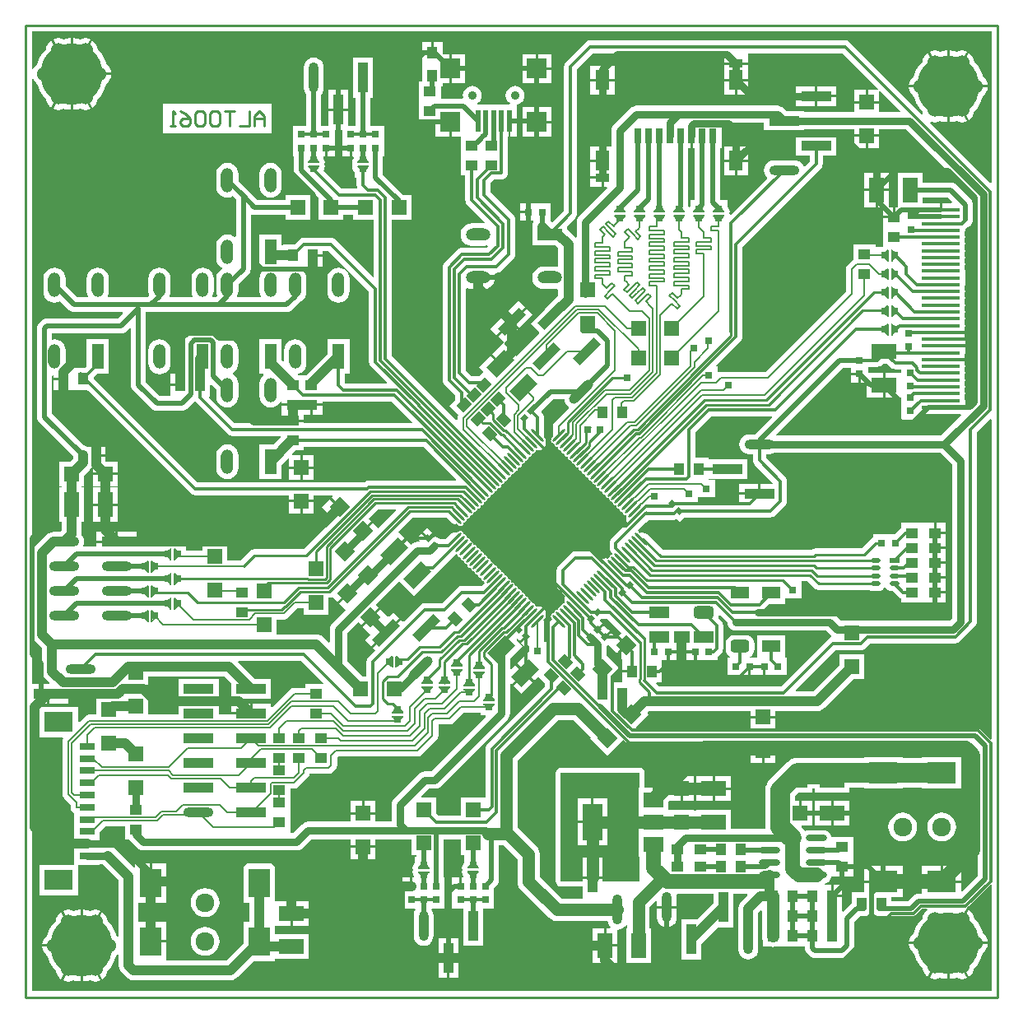
<source format=gtl>
G04 Layer_Physical_Order=1*
G04 Layer_Color=255*
%FSLAX25Y25*%
%MOIN*%
G70*
G01*
G75*
%ADD10C,0.00800*%
%ADD11R,0.04000X0.05000*%
%ADD12R,0.06000X0.06000*%
%ADD13R,0.10000X0.06000*%
%ADD14R,0.03000X0.03000*%
%ADD15R,0.10000X0.05000*%
%ADD16O,0.10000X0.05000*%
G04:AMPARAMS|DCode=17|XSize=40mil|YSize=50mil|CornerRadius=0mil|HoleSize=0mil|Usage=FLASHONLY|Rotation=45.000|XOffset=0mil|YOffset=0mil|HoleType=Round|Shape=Rectangle|*
%AMROTATEDRECTD17*
4,1,4,0.00354,-0.03182,-0.03182,0.00354,-0.00354,0.03182,0.03182,-0.00354,0.00354,-0.03182,0.0*
%
%ADD17ROTATEDRECTD17*%

%ADD18R,0.04331X0.04921*%
%ADD19O,0.04000X0.02000*%
%ADD20R,0.04000X0.02000*%
%ADD21R,0.04921X0.04331*%
G04:AMPARAMS|DCode=22|XSize=78.74mil|YSize=51.18mil|CornerRadius=12.8mil|HoleSize=0mil|Usage=FLASHONLY|Rotation=180.000|XOffset=0mil|YOffset=0mil|HoleType=Round|Shape=RoundedRectangle|*
%AMROUNDEDRECTD22*
21,1,0.07874,0.02559,0,0,180.0*
21,1,0.05315,0.05118,0,0,180.0*
1,1,0.02559,-0.02658,0.01280*
1,1,0.02559,0.02658,0.01280*
1,1,0.02559,0.02658,-0.01280*
1,1,0.02559,-0.02658,-0.01280*
%
%ADD22ROUNDEDRECTD22*%
%ADD23R,0.07874X0.05118*%
G04:AMPARAMS|DCode=24|XSize=51.18mil|YSize=74.8mil|CornerRadius=12.8mil|HoleSize=0mil|Usage=FLASHONLY|Rotation=270.000|XOffset=0mil|YOffset=0mil|HoleType=Round|Shape=RoundedRectangle|*
%AMROUNDEDRECTD24*
21,1,0.05118,0.04921,0,0,270.0*
21,1,0.02559,0.07480,0,0,270.0*
1,1,0.02559,-0.02461,-0.01280*
1,1,0.02559,-0.02461,0.01280*
1,1,0.02559,0.02461,0.01280*
1,1,0.02559,0.02461,-0.01280*
%
%ADD24ROUNDEDRECTD24*%
%ADD25R,0.07480X0.05118*%
%ADD26R,0.15748X0.01575*%
%ADD27O,0.15748X0.01575*%
%ADD28R,0.07900X0.15000*%
%ADD29R,0.07900X0.05900*%
%ADD30R,0.05000X0.10000*%
%ADD31O,0.05000X0.10000*%
%ADD32O,0.12205X0.03937*%
%ADD33R,0.12205X0.03937*%
%ADD34R,0.08661X0.11811*%
%ADD35R,0.03000X0.03000*%
G04:AMPARAMS|DCode=36|XSize=40mil|YSize=50mil|CornerRadius=0mil|HoleSize=0mil|Usage=FLASHONLY|Rotation=135.000|XOffset=0mil|YOffset=0mil|HoleType=Round|Shape=Rectangle|*
%AMROTATEDRECTD36*
4,1,4,0.03182,0.00354,-0.00354,-0.03182,-0.03182,-0.00354,0.00354,0.03182,0.03182,0.00354,0.0*
%
%ADD36ROTATEDRECTD36*%

G04:AMPARAMS|DCode=37|XSize=60mil|YSize=100mil|CornerRadius=0mil|HoleSize=0mil|Usage=FLASHONLY|Rotation=315.000|XOffset=0mil|YOffset=0mil|HoleType=Round|Shape=Rectangle|*
%AMROTATEDRECTD37*
4,1,4,-0.05657,-0.01414,0.01414,0.05657,0.05657,0.01414,-0.01414,-0.05657,-0.05657,-0.01414,0.0*
%
%ADD37ROTATEDRECTD37*%

%ADD38R,0.06000X0.10000*%
%ADD39P,0.08485X4X180.0*%
%ADD40R,0.06000X0.06000*%
%ADD41R,0.05000X0.04000*%
%ADD42R,0.01969X0.09055*%
%ADD43R,0.07874X0.07874*%
G04:AMPARAMS|DCode=44|XSize=11.81mil|YSize=70.87mil|CornerRadius=0mil|HoleSize=0mil|Usage=FLASHONLY|Rotation=45.000|XOffset=0mil|YOffset=0mil|HoleType=Round|Shape=Round|*
%AMOVALD44*
21,1,0.05906,0.01181,0.00000,0.00000,135.0*
1,1,0.01181,0.02088,-0.02088*
1,1,0.01181,-0.02088,0.02088*
%
%ADD44OVALD44*%

G04:AMPARAMS|DCode=45|XSize=11.81mil|YSize=70.87mil|CornerRadius=0mil|HoleSize=0mil|Usage=FLASHONLY|Rotation=135.000|XOffset=0mil|YOffset=0mil|HoleType=Round|Shape=Round|*
%AMOVALD45*
21,1,0.05906,0.01181,0.00000,0.00000,225.0*
1,1,0.01181,0.02088,0.02088*
1,1,0.01181,-0.02088,-0.02088*
%
%ADD45OVALD45*%

%ADD46O,0.08661X0.02362*%
%ADD47R,0.03150X0.05906*%
%ADD48R,0.05709X0.03543*%
%ADD49R,0.05709X0.07874*%
%ADD50O,0.03937X0.12205*%
%ADD51R,0.03937X0.12205*%
%ADD52R,0.11811X0.08661*%
%ADD53R,0.11811X0.08268*%
%ADD54R,0.06299X0.03150*%
%ADD55P,0.08485X4X90.0*%
G04:AMPARAMS|DCode=56|XSize=25mil|YSize=20mil|CornerRadius=0mil|HoleSize=0mil|Usage=FLASHONLY|Rotation=45.000|XOffset=0mil|YOffset=0mil|HoleType=Round|Shape=Rectangle|*
%AMROTATEDRECTD56*
4,1,4,-0.00177,-0.01591,-0.01591,-0.00177,0.00177,0.01591,0.01591,0.00177,-0.00177,-0.01591,0.0*
%
%ADD56ROTATEDRECTD56*%

G04:AMPARAMS|DCode=57|XSize=25mil|YSize=20mil|CornerRadius=0mil|HoleSize=0mil|Usage=FLASHONLY|Rotation=315.000|XOffset=0mil|YOffset=0mil|HoleType=Round|Shape=Rectangle|*
%AMROTATEDRECTD57*
4,1,4,-0.01591,0.00177,-0.00177,0.01591,0.01591,-0.00177,0.00177,-0.01591,-0.01591,0.00177,0.0*
%
%ADD57ROTATEDRECTD57*%

G04:AMPARAMS|DCode=58|XSize=39.37mil|YSize=122.05mil|CornerRadius=0mil|HoleSize=0mil|Usage=FLASHONLY|Rotation=315.000|XOffset=0mil|YOffset=0mil|HoleType=Round|Shape=Round|*
%AMOVALD58*
21,1,0.08268,0.03937,0.00000,0.00000,45.0*
1,1,0.03937,-0.02923,-0.02923*
1,1,0.03937,0.02923,0.02923*
%
%ADD58OVALD58*%

G04:AMPARAMS|DCode=59|XSize=39.37mil|YSize=122.05mil|CornerRadius=0mil|HoleSize=0mil|Usage=FLASHONLY|Rotation=315.000|XOffset=0mil|YOffset=0mil|HoleType=Round|Shape=Rectangle|*
%AMROTATEDRECTD59*
4,1,4,-0.05707,-0.02923,0.02923,0.05707,0.05707,0.02923,-0.02923,-0.05707,-0.05707,-0.02923,0.0*
%
%ADD59ROTATEDRECTD59*%

%ADD60C,0.01200*%
%ADD61C,0.04000*%
%ADD62C,0.01000*%
%ADD63C,0.03000*%
%ADD64C,0.05000*%
%ADD65C,0.02000*%
%ADD66C,0.00900*%
%ADD67C,0.06000*%
%ADD68C,0.08000*%
%ADD69C,0.25000*%
%ADD70C,0.06000*%
%ADD71C,0.07575*%
%ADD72C,0.03543*%
G36*
X77400Y111270D02*
X76606Y110739D01*
X75669Y110553D01*
X71116D01*
Y106000D01*
X70930Y105064D01*
X70400Y104270D01*
X64400Y98270D01*
X63606Y97739D01*
X62669Y97553D01*
X30683D01*
X30116Y96986D01*
Y94000D01*
X29930Y93064D01*
X29400Y92270D01*
X28400Y91270D01*
X27606Y90739D01*
X26669Y90553D01*
X19027D01*
X18930Y90064D01*
X18400Y89270D01*
X14400Y85270D01*
X13606Y84739D01*
X12669Y84553D01*
X11169D01*
Y80000D01*
Y75000D01*
Y67000D01*
X11169D01*
X11242Y66530D01*
X12207D01*
X15773Y70096D01*
X16504Y70657D01*
X17356Y71010D01*
X18269Y71130D01*
X35669D01*
Y74000D01*
X45669D01*
Y71130D01*
X52139D01*
Y78000D01*
X52139Y78000D01*
X52259Y78914D01*
X52612Y79765D01*
X53173Y80496D01*
X63173Y90496D01*
X63904Y91057D01*
X64756Y91410D01*
X65669Y91530D01*
X68207D01*
X90415Y113738D01*
X90223Y114200D01*
X88169D01*
Y115253D01*
X81383D01*
X77400Y111270D01*
D02*
G37*
G36*
X70901Y172146D02*
X70901Y172146D01*
X70837Y172097D01*
X61255Y162515D01*
X55216Y168554D01*
X45951Y159289D01*
Y158789D01*
X46851Y157889D01*
X43316Y154353D01*
X39780Y150818D01*
X38630Y151968D01*
X34200Y147538D01*
Y136176D01*
X40375Y130000D01*
X42047D01*
Y136000D01*
X42136Y136679D01*
X42398Y137311D01*
X42815Y137854D01*
X42815Y137854D01*
X45489Y140529D01*
X44555Y141463D01*
X50284Y147192D01*
X56014Y152922D01*
X56698Y152237D01*
X57198D01*
X63815Y158854D01*
X64358Y159271D01*
X64991Y159533D01*
X65669Y159623D01*
X65669Y159622D01*
X72583D01*
X78815Y165854D01*
X79358Y166271D01*
X79991Y166533D01*
X80669Y166622D01*
X80669Y166622D01*
X88583D01*
X89841Y167880D01*
X89734Y168399D01*
X89494Y168520D01*
X89315Y168556D01*
X88921Y168819D01*
X88658Y169213D01*
X88565Y169678D01*
X88387Y169856D01*
X87923Y169948D01*
X87529Y170211D01*
X87266Y170605D01*
X87173Y171070D01*
X86710Y171304D01*
X86531Y171340D01*
X86137Y171603D01*
X85874Y171997D01*
X85781Y172461D01*
X85603Y172640D01*
X85139Y172732D01*
X84745Y172995D01*
X84482Y173389D01*
X84389Y173854D01*
X84211Y174031D01*
X83747Y174124D01*
X83353Y174387D01*
X83090Y174781D01*
X82998Y175245D01*
X82819Y175424D01*
X82355Y175516D01*
X81961Y175779D01*
X81698Y176173D01*
X81606Y176637D01*
X81428Y176815D01*
X80963Y176908D01*
X80569Y177171D01*
X80306Y177565D01*
X80214Y178029D01*
X80036Y178207D01*
X79571Y178300D01*
X79177Y178563D01*
X78914Y178957D01*
X78822Y179421D01*
X78624Y179528D01*
X78346Y179590D01*
X70901Y172146D01*
D02*
G37*
G36*
X-93483Y145264D02*
Y126969D01*
X-86658D01*
X-86467Y127430D01*
X-88183Y129147D01*
X-88184Y129147D01*
X-88825Y129983D01*
X-89228Y130956D01*
X-89365Y132000D01*
Y141329D01*
X-92184Y144147D01*
X-92184Y144147D01*
X-92825Y144983D01*
X-92983Y145364D01*
X-93483Y145264D01*
D02*
G37*
G36*
X-85405Y251773D02*
Y236353D01*
X-72549Y223497D01*
X-71786Y223397D01*
X-70828Y223000D01*
X-67831D01*
Y219500D01*
X-67331D01*
Y219000D01*
X-63831D01*
Y217000D01*
X-58831D01*
Y212500D01*
X-68831D01*
Y214398D01*
X-69331Y214497D01*
X-69337Y214483D01*
X-69978Y213647D01*
X-72331Y211294D01*
Y207000D01*
X-73296D01*
Y206500D01*
X-72331D01*
Y192500D01*
X-73296D01*
Y187630D01*
X-73296Y187630D01*
X-73359Y187152D01*
X-72860Y186501D01*
X-72460Y185536D01*
X-72324Y184500D01*
X-72460Y183464D01*
X-72677Y182942D01*
X-72399Y182526D01*
X-67303D01*
Y184000D01*
X-51098D01*
Y182526D01*
X-41831D01*
Y183000D01*
X-39426D01*
X-38751Y183518D01*
X-38384Y183670D01*
X-38184Y183803D01*
X-38155Y183809D01*
X-37248Y183990D01*
X-36431Y183827D01*
X-35614Y183990D01*
X-34707Y183809D01*
X-34677Y183803D01*
X-34477Y183670D01*
X-34111Y183518D01*
X-33436Y183000D01*
X-31031D01*
Y180947D01*
X-24331D01*
Y183500D01*
X-14331D01*
Y176947D01*
X-8988D01*
X-5133Y180802D01*
X-4306Y181355D01*
X-3331Y181549D01*
X16613D01*
X28831Y193767D01*
X27941Y194657D01*
X31477Y198192D01*
X31123Y198546D01*
X31477Y198899D01*
X27941Y202435D01*
X28422Y202916D01*
X28231Y203378D01*
X20669D01*
Y201500D01*
X10669D01*
Y203378D01*
X-27331D01*
X-27331Y203378D01*
X-28010Y203467D01*
X-28642Y203729D01*
X-29185Y204146D01*
X-71039Y246000D01*
X-80331D01*
Y250500D01*
X-80831D01*
Y251000D01*
X-84831D01*
Y252062D01*
X-84905Y252095D01*
X-85405Y251773D01*
D02*
G37*
G36*
X104023Y144404D02*
X103143Y145284D01*
X103036Y145240D01*
X102919Y144650D01*
X105155Y142414D01*
X100199Y137459D01*
Y133163D01*
X100661Y132971D01*
X102326Y134636D01*
X105508Y131454D01*
X100912Y126858D01*
X100661Y127108D01*
X100199Y126917D01*
Y115000D01*
X100079Y114086D01*
X99726Y113235D01*
X99165Y112504D01*
X72166Y85504D01*
X71434Y84943D01*
X70583Y84590D01*
X69669Y84470D01*
X69669Y84470D01*
X67132D01*
X64124Y81462D01*
X64315Y81000D01*
X70169D01*
Y74709D01*
X71255Y73622D01*
X80169D01*
Y81000D01*
X90169D01*
X90247Y81468D01*
Y100745D01*
X90247Y100746D01*
X90336Y101424D01*
X90598Y102057D01*
X91015Y102600D01*
X91015Y102600D01*
X114340Y125925D01*
Y127259D01*
X111715Y129883D01*
X110104Y128272D01*
X106569Y131808D01*
X103033Y135343D01*
X107629Y139939D01*
X107629Y139939D01*
X107629Y139939D01*
X107854Y140360D01*
Y142279D01*
X107392Y142470D01*
X106675Y141752D01*
X104730Y143697D01*
X106851Y145818D01*
X106144Y146525D01*
X104023Y144404D01*
D02*
G37*
G36*
X103208Y96120D02*
Y68880D01*
X110879Y61209D01*
X111600Y60269D01*
X112053Y59175D01*
X112208Y58000D01*
Y48880D01*
X121049Y40039D01*
X129360D01*
X129701Y40398D01*
Y44961D01*
X120669D01*
X119889Y45116D01*
X119227Y45558D01*
X118785Y46220D01*
X118630Y47000D01*
Y49000D01*
Y91000D01*
X118785Y91780D01*
X119227Y92442D01*
X119889Y92884D01*
X120669Y93039D01*
X152669D01*
X153450Y92884D01*
X154111Y92442D01*
X154553Y91780D01*
X154709Y91000D01*
Y85404D01*
X155062Y85050D01*
X157869D01*
Y80100D01*
X158869D01*
Y85050D01*
X164169D01*
X164319Y85050D01*
X164669Y85405D01*
Y89500D01*
X169169D01*
Y84500D01*
Y79500D01*
X164819D01*
X164669Y79500D01*
X164319Y79145D01*
Y76355D01*
X164669Y76000D01*
X174669D01*
Y75539D01*
X175669D01*
Y76000D01*
X189669D01*
Y68130D01*
X203354D01*
X203689Y68501D01*
X203640Y69000D01*
Y84000D01*
X203756Y85176D01*
X204099Y86307D01*
X204656Y87349D01*
X205406Y88263D01*
X212453Y95310D01*
X213367Y96060D01*
X214409Y96617D01*
X215540Y96960D01*
X216717Y97076D01*
X243457D01*
Y97378D01*
X259268D01*
Y97076D01*
X267079D01*
Y97378D01*
X282890D01*
Y84716D01*
X267079D01*
Y85018D01*
X259268D01*
Y84716D01*
X243457D01*
Y85018D01*
X237669D01*
Y83000D01*
X223669D01*
Y84470D01*
X222669D01*
Y83000D01*
X217196D01*
X215698Y81503D01*
Y79500D01*
X217169D01*
Y74500D01*
X217669D01*
Y74000D01*
X222669D01*
Y69500D01*
X218349D01*
X218158Y69038D01*
X218432Y68763D01*
X219182Y67849D01*
X219465Y67321D01*
X220138Y67599D01*
X220969Y67709D01*
X227268D01*
X228098Y67599D01*
X228872Y67279D01*
X229537Y66769D01*
X230046Y66104D01*
X230367Y65330D01*
X230410Y65000D01*
X239169D01*
Y57000D01*
Y53500D01*
X234669D01*
Y53000D01*
X234169D01*
Y49000D01*
X230410D01*
X230367Y48670D01*
X230046Y47896D01*
X229537Y47231D01*
X228872Y46721D01*
X228098Y46401D01*
X228036Y46393D01*
X227735Y46000D01*
X227856Y45500D01*
X230169D01*
Y41000D01*
X230669D01*
Y40500D01*
X234669D01*
Y36500D01*
Y34933D01*
X235131Y34741D01*
X238530Y38140D01*
X238669Y38247D01*
Y42500D01*
X243457D01*
Y46453D01*
X259268D01*
Y40622D01*
X254669D01*
Y39026D01*
X261416D01*
X263530Y41140D01*
X264156Y41620D01*
X264886Y41923D01*
X265669Y42026D01*
X267079D01*
Y46453D01*
X282890D01*
Y43153D01*
X283352Y42962D01*
X289643Y49253D01*
Y100747D01*
X287416Y102974D01*
X207669D01*
Y100500D01*
X197669D01*
Y102974D01*
X148669D01*
X147886Y103077D01*
X147156Y103379D01*
X146530Y103860D01*
X146065Y104325D01*
X139669Y97929D01*
X132598Y105000D01*
X132924Y105326D01*
X125789Y112461D01*
X119549D01*
X103208Y96120D01*
D02*
G37*
G36*
X185961Y353992D02*
Y344087D01*
X185412D01*
Y323137D01*
X185749Y322800D01*
X188169D01*
Y320395D01*
X188687Y319720D01*
X188839Y319353D01*
X188973Y319153D01*
X188979Y319124D01*
X188979Y319124D01*
X189159Y318217D01*
X188996Y317400D01*
X189036Y317199D01*
X189515Y317054D01*
X204231Y331771D01*
X204205Y332170D01*
X203569Y332999D01*
X203169Y333964D01*
X203033Y335000D01*
X203169Y336036D01*
X203569Y337001D01*
X204205Y337830D01*
X205034Y338467D01*
X205999Y338866D01*
X207035Y339003D01*
X215303D01*
X216339Y338866D01*
X217304Y338467D01*
X218133Y337830D01*
X218770Y337001D01*
X218947Y336574D01*
X219437Y336476D01*
X221547Y338586D01*
Y341032D01*
X216067D01*
Y348969D01*
X232272D01*
Y341032D01*
X226792D01*
Y337500D01*
X226792Y337500D01*
X226702Y336821D01*
X226440Y336189D01*
X226024Y335646D01*
X194292Y303914D01*
Y267697D01*
X194292Y267697D01*
X194202Y267018D01*
X193940Y266386D01*
X193524Y265843D01*
X183643Y255962D01*
X183834Y255500D01*
X184169D01*
Y253415D01*
X184610Y253179D01*
X184733Y253261D01*
X185669Y253447D01*
X203656D01*
X236222Y286014D01*
Y295000D01*
X236408Y295936D01*
X236939Y296730D01*
X238939Y298730D01*
X239169Y298884D01*
Y305000D01*
X248169D01*
Y304200D01*
X248586Y304000D01*
X250991D01*
X251169Y304137D01*
Y312000D01*
Y315500D01*
X255669D01*
Y316000D01*
X256169D01*
Y320000D01*
X257169D01*
Y334000D01*
X267169D01*
Y330026D01*
X278669D01*
X279452Y329923D01*
X280182Y329621D01*
X280809Y329140D01*
X286809Y323140D01*
X287290Y322513D01*
X287592Y321783D01*
X287695Y321000D01*
Y315000D01*
X287592Y314217D01*
X287290Y313487D01*
X286809Y312860D01*
X286182Y312380D01*
X285457Y312079D01*
X284973Y311595D01*
X284439Y311186D01*
X284504Y310693D01*
X284409Y309965D01*
X284139Y309315D01*
X284409Y308665D01*
X284504Y307937D01*
X284409Y307209D01*
X284139Y306559D01*
X284409Y305909D01*
X284504Y305181D01*
X284409Y304453D01*
X284139Y303803D01*
X284409Y303153D01*
X284504Y302425D01*
X284409Y301698D01*
X284139Y301047D01*
X284409Y300397D01*
X284504Y299669D01*
X284409Y298942D01*
X284139Y298291D01*
X284409Y297641D01*
X284504Y296914D01*
X284409Y296186D01*
X284139Y295535D01*
X284409Y294885D01*
X284504Y294158D01*
X284480Y293975D01*
Y288828D01*
X284504Y288646D01*
X284409Y287918D01*
X284139Y287268D01*
X284409Y286617D01*
X284504Y285890D01*
X284409Y285162D01*
X284139Y284512D01*
X284409Y283862D01*
X284504Y283134D01*
X284409Y282406D01*
X284139Y281756D01*
X284409Y281106D01*
X284504Y280378D01*
X284409Y279650D01*
X284139Y279000D01*
X284409Y278350D01*
X284504Y277622D01*
X284409Y276894D01*
X284139Y276244D01*
X284409Y275594D01*
X284504Y274866D01*
X284409Y274138D01*
X284139Y273488D01*
X284409Y272838D01*
X284504Y272110D01*
X284409Y271383D01*
X284139Y270732D01*
X284409Y270082D01*
X284504Y269354D01*
X284409Y268627D01*
X284139Y267976D01*
X284409Y267326D01*
X284438Y267098D01*
X274606D01*
Y266098D01*
X284480D01*
Y261269D01*
X284504Y261087D01*
X284409Y260359D01*
X284139Y259709D01*
X284409Y259058D01*
X284504Y258331D01*
X284409Y257603D01*
X284139Y256953D01*
X284409Y256302D01*
X284504Y255575D01*
X284409Y254847D01*
X284139Y254197D01*
X284409Y253547D01*
X284504Y252819D01*
X284409Y252091D01*
X284139Y251441D01*
X284409Y250791D01*
X284504Y250063D01*
X284409Y249335D01*
X284139Y248685D01*
X284409Y248035D01*
X284504Y247307D01*
X284409Y246579D01*
X284139Y245929D01*
X284409Y245279D01*
X284504Y244551D01*
X284409Y243824D01*
X284139Y243173D01*
X284409Y242523D01*
X284504Y241795D01*
X284480Y241613D01*
Y238073D01*
X284942Y237881D01*
X288239Y241178D01*
Y323822D01*
X260591Y351470D01*
X249669D01*
Y349500D01*
X239669D01*
Y351470D01*
X219272D01*
Y351031D01*
X203067D01*
Y354162D01*
X186390D01*
X185961Y353992D01*
D02*
G37*
G36*
X-9911Y135916D02*
X-2964Y128969D01*
X3402D01*
Y121031D01*
X-4199D01*
X-4701Y120966D01*
X-5202Y121031D01*
X-12803D01*
Y127397D01*
X-15372Y129965D01*
X-46331D01*
Y126500D01*
X-56125D01*
X-57909Y124716D01*
X-58745Y124074D01*
X-59718Y123671D01*
X-60762Y123534D01*
X-78728D01*
Y123500D01*
X-86831D01*
Y123000D01*
X-87331D01*
Y119032D01*
X-93483D01*
Y2549D01*
X295120D01*
Y45465D01*
X294620Y45672D01*
X285809Y36860D01*
X285407Y36552D01*
X285423Y36430D01*
X282736Y31776D01*
X283602Y31276D01*
X286091Y35587D01*
X286735Y35092D01*
X287537Y34048D01*
X288041Y32832D01*
X288141Y32065D01*
X289436Y30549D01*
X290629Y28603D01*
X291502Y26495D01*
X291610Y26046D01*
X292235Y25566D01*
X293037Y24522D01*
X293541Y23305D01*
X293647Y22500D01*
X288669D01*
Y21500D01*
X293647D01*
X293541Y20695D01*
X293037Y19478D01*
X292235Y18434D01*
X291610Y17954D01*
X291502Y17505D01*
X290629Y15397D01*
X289436Y13451D01*
X288141Y11935D01*
X288041Y11168D01*
X287537Y9952D01*
X286735Y8908D01*
X286091Y8413D01*
X283602Y12724D01*
X282736Y12224D01*
X285225Y7913D01*
X284474Y7602D01*
X283169Y7431D01*
X281864Y7602D01*
X281111Y7914D01*
X279945Y7634D01*
X278169Y7495D01*
Y22000D01*
X277169D01*
Y7495D01*
X275394Y7634D01*
X274227Y7914D01*
X273475Y7602D01*
X272169Y7431D01*
X270864Y7602D01*
X270114Y7913D01*
X272602Y12224D01*
X271736Y12724D01*
X269248Y8413D01*
X268603Y8908D01*
X267802Y9952D01*
X267298Y11168D01*
X267197Y11935D01*
X265902Y13451D01*
X264710Y15397D01*
X263836Y17505D01*
X263729Y17954D01*
X263103Y18434D01*
X262302Y19478D01*
X261798Y20695D01*
X261692Y21500D01*
X266669D01*
Y22500D01*
X261692D01*
X261798Y23305D01*
X262302Y24522D01*
X263103Y25566D01*
X263729Y26046D01*
X263836Y26495D01*
X264710Y28603D01*
X265902Y30549D01*
X267197Y32065D01*
X267298Y32832D01*
X267802Y34048D01*
X268603Y35092D01*
X269101Y35474D01*
X268931Y35974D01*
X266923D01*
X264809Y33860D01*
X264182Y33380D01*
X263452Y33077D01*
X262669Y32974D01*
X249669D01*
X248886Y33077D01*
X248156Y33380D01*
X247999Y33500D01*
X245339D01*
X245182Y33380D01*
X244452Y33077D01*
X243669Y32974D01*
X241923D01*
X239695Y30747D01*
Y21000D01*
X239592Y20217D01*
X239290Y19487D01*
X238809Y18860D01*
X236809Y16860D01*
X236182Y16379D01*
X235452Y16077D01*
X234669Y15974D01*
X234669Y15974D01*
X223669D01*
X222886Y16077D01*
X222156Y16379D01*
X221530Y16860D01*
X220530Y17860D01*
X220530Y17860D01*
X220049Y18487D01*
X219746Y19217D01*
X219643Y20000D01*
Y20500D01*
X206964D01*
X206669Y20461D01*
X206374Y20500D01*
X202669D01*
Y22898D01*
X202285Y23825D01*
X202130Y25000D01*
Y33000D01*
Y35102D01*
X201669Y35293D01*
X200704Y34329D01*
Y23500D01*
X200672Y23259D01*
Y19366D01*
X200536Y18330D01*
X200136Y17365D01*
X199500Y16536D01*
X198671Y15900D01*
X197705Y15500D01*
X196669Y15363D01*
X195633Y15500D01*
X194668Y15900D01*
X193839Y16536D01*
X193203Y17365D01*
X192803Y18330D01*
X192666Y19366D01*
Y23259D01*
X192635Y23500D01*
Y36000D01*
X192635Y36000D01*
X192772Y37044D01*
X193175Y38017D01*
X193816Y38853D01*
X193816Y38853D01*
X196359Y41395D01*
X196167Y41857D01*
X190638D01*
Y37001D01*
X190704Y36500D01*
X190638Y35998D01*
Y28398D01*
X184273D01*
X177638Y21763D01*
Y15398D01*
X169701D01*
Y22998D01*
X169635Y23500D01*
X169701Y24002D01*
Y31602D01*
X176066D01*
X182701Y38237D01*
Y41857D01*
X167961D01*
X167577Y41357D01*
X167672Y40634D01*
Y37000D01*
X159667D01*
Y38925D01*
X159205Y39116D01*
X156708Y36620D01*
Y28000D01*
X157169D01*
Y14000D01*
X147169D01*
Y28000D01*
X147630D01*
Y29252D01*
X147153Y29361D01*
X147130Y29358D01*
X146500Y28536D01*
X145671Y27900D01*
X144705Y27500D01*
X143669Y27363D01*
Y21500D01*
X139169D01*
Y28000D01*
X140759D01*
X140920Y28473D01*
X140839Y28536D01*
X140203Y29365D01*
X139803Y30330D01*
X139720Y30961D01*
X119169D01*
X117994Y31116D01*
X116900Y31569D01*
X115960Y32291D01*
X104460Y43791D01*
X104460Y43791D01*
X103738Y44731D01*
X103285Y45825D01*
X103130Y47000D01*
X103130Y47000D01*
Y56120D01*
X97539Y61711D01*
X95695D01*
Y47500D01*
X95592Y46717D01*
X95290Y45987D01*
X94809Y45360D01*
X93669Y44221D01*
Y41500D01*
Y36000D01*
X89138D01*
Y20898D01*
X81201D01*
Y36000D01*
X76669D01*
Y41500D01*
Y44500D01*
X80169D01*
Y45000D01*
X80669D01*
Y48500D01*
X81183D01*
X81430Y49000D01*
X81151Y49363D01*
X80999Y49730D01*
X80866Y49929D01*
X80860Y49959D01*
X80680Y50866D01*
X80842Y51683D01*
X80680Y52500D01*
X80860Y53407D01*
X80866Y53436D01*
X80999Y53636D01*
X81151Y54003D01*
X81669Y54678D01*
Y57083D01*
X81469Y57500D01*
X80169D01*
Y64070D01*
X73195D01*
Y48500D01*
X73669D01*
Y41500D01*
Y36000D01*
X68602D01*
X68356Y35500D01*
X68636Y35135D01*
X69036Y34170D01*
X69172Y33134D01*
Y24866D01*
X69036Y23830D01*
X68636Y22865D01*
X68000Y22036D01*
X67171Y21400D01*
X66205Y21000D01*
X65169Y20863D01*
X64133Y21000D01*
X63168Y21400D01*
X62339Y22036D01*
X61703Y22865D01*
X61303Y23830D01*
X61167Y24866D01*
Y33134D01*
X61303Y34170D01*
X61703Y35135D01*
X61983Y35500D01*
X61736Y36000D01*
X56669D01*
Y41500D01*
Y44500D01*
X60169D01*
Y45000D01*
X60669D01*
Y48500D01*
X61120D01*
X61366Y49000D01*
X61151Y49280D01*
X60999Y49647D01*
X60866Y49847D01*
X60860Y49876D01*
X60680Y50783D01*
X60842Y51600D01*
X60680Y52417D01*
X60860Y53324D01*
X60866Y53354D01*
X60999Y53553D01*
X61151Y53920D01*
X61669Y54595D01*
Y57000D01*
X62143D01*
Y57500D01*
X60169D01*
Y64070D01*
X45669D01*
Y61500D01*
X35669D01*
Y64070D01*
X19732D01*
X16165Y60504D01*
X15434Y59943D01*
X14583Y59590D01*
X13669Y59470D01*
X-48331D01*
X-49244Y59590D01*
X-50096Y59943D01*
X-50827Y60504D01*
X-53827Y63504D01*
X-54208Y64000D01*
X-55831D01*
Y69153D01*
X-63717D01*
X-66031Y66839D01*
Y63622D01*
Y62776D01*
X-76331D01*
Y63622D01*
Y68543D01*
Y73465D01*
Y74795D01*
X-77100Y75309D01*
X-77631Y76103D01*
X-77817Y77039D01*
Y78046D01*
X-80461Y80690D01*
X-80992Y81484D01*
X-81178Y82420D01*
Y103580D01*
X-80992Y104516D01*
X-80766Y104854D01*
X-81033Y105354D01*
X-90504D01*
Y117622D01*
X-74693D01*
Y111732D01*
X-74231Y111540D01*
X-72009Y113762D01*
X-71216Y114292D01*
X-70279Y114479D01*
X-67331D01*
Y121500D01*
X-62833D01*
X-61875Y121897D01*
X-60831Y122035D01*
X-60831Y122035D01*
X-56331D01*
Y123000D01*
X-46331D01*
Y114479D01*
X-34063D01*
Y118968D01*
X-17858D01*
Y114479D01*
X-12803D01*
Y114500D01*
X-4701D01*
Y115000D01*
X-4201D01*
Y118968D01*
X3402D01*
Y117731D01*
X3864Y117540D01*
X11054Y124730D01*
X11848Y125261D01*
X12784Y125447D01*
X17169D01*
Y127000D01*
X24307D01*
X24499Y127462D01*
X15583Y136378D01*
X-9719D01*
X-9911Y135916D01*
D02*
G37*
G36*
X24169Y301000D02*
X20169D01*
Y300500D01*
X19669D01*
Y296000D01*
X13497D01*
X13464Y295500D01*
X14344Y295384D01*
X15439Y294931D01*
X16379Y294209D01*
X17100Y293269D01*
X17553Y292175D01*
X17708Y291000D01*
Y286000D01*
X17553Y284825D01*
X17100Y283731D01*
X16379Y282791D01*
X15513Y282126D01*
X15309Y281860D01*
X11809Y278360D01*
X11182Y277880D01*
X10452Y277577D01*
X9669Y277474D01*
X9669Y277474D01*
X-17831D01*
X-17831Y277474D01*
X-17831Y277474D01*
X-45331D01*
X-45331Y277474D01*
X-45331Y277474D01*
X-47305D01*
Y249253D01*
X-41577Y243526D01*
X-37331D01*
Y247500D01*
X-33331D01*
Y248000D01*
X-32831D01*
Y252500D01*
X-32157D01*
Y264746D01*
X-32054Y265529D01*
X-31751Y266259D01*
X-31270Y266885D01*
X-29716Y268440D01*
X-29089Y268920D01*
X-28359Y269223D01*
X-27576Y269326D01*
X-21085D01*
X-21085Y269326D01*
X-20302Y269223D01*
X-19572Y268920D01*
X-18946Y268440D01*
X-18946Y268440D01*
X-17891Y267385D01*
X-17410Y266758D01*
X-17153Y266137D01*
X-16646Y265896D01*
X-16600Y265931D01*
X-15506Y266384D01*
X-14331Y266539D01*
X-13156Y266384D01*
X-12061Y265931D01*
X-11121Y265209D01*
X-10400Y264269D01*
X-9947Y263175D01*
X-9792Y262000D01*
Y257000D01*
X-9947Y255825D01*
X-10400Y254731D01*
X-11121Y253791D01*
X-12061Y253069D01*
X-12229Y253000D01*
Y252500D01*
X-12061Y252431D01*
X-11121Y251709D01*
X-10400Y250769D01*
X-9947Y249675D01*
X-9792Y248500D01*
Y243500D01*
X-9947Y242325D01*
X-10400Y241231D01*
X-11121Y240291D01*
X-12061Y239569D01*
X-13156Y239116D01*
X-14331Y238961D01*
X-15506Y239116D01*
X-16600Y239569D01*
X-17540Y240291D01*
X-18261Y241231D01*
X-18715Y242325D01*
X-18870Y243500D01*
Y246260D01*
X-20834Y248224D01*
X-21148Y248095D01*
X-21299Y247982D01*
X-21331Y247738D01*
Y243500D01*
X-21469D01*
X-21660Y243038D01*
X-11244Y232622D01*
X7669D01*
Y233000D01*
X16669D01*
Y232622D01*
X60333D01*
X60524Y233084D01*
X52231Y241378D01*
X24169D01*
Y240500D01*
X19669D01*
Y240000D01*
X19169D01*
Y236000D01*
X16669D01*
Y234000D01*
X7669D01*
Y236000D01*
Y239500D01*
X12169D01*
Y240500D01*
X7669D01*
Y241298D01*
X7169Y241398D01*
X7100Y241231D01*
X6379Y240291D01*
X5439Y239569D01*
X4344Y239116D01*
X3169Y238961D01*
X1994Y239116D01*
X900Y239569D01*
X-40Y240291D01*
X-762Y241231D01*
X-1215Y242325D01*
X-1369Y243500D01*
Y248500D01*
X-1215Y249675D01*
X-762Y250769D01*
X-40Y251709D01*
X338Y252000D01*
X169Y252500D01*
X-1331D01*
Y266500D01*
X7669D01*
Y258206D01*
X8168Y257706D01*
X8630Y257898D01*
Y262000D01*
X8785Y263175D01*
X9239Y264269D01*
X9960Y265209D01*
X10900Y265931D01*
X11994Y266384D01*
X13169Y266539D01*
X14344Y266384D01*
X15439Y265931D01*
X16379Y265209D01*
X17100Y264269D01*
X17553Y263175D01*
X17708Y262000D01*
Y257000D01*
X17553Y255825D01*
X17100Y254731D01*
X16379Y253791D01*
X15439Y253069D01*
X14431Y252652D01*
X14282Y252365D01*
X14215Y252095D01*
X14283Y252000D01*
X17464D01*
X26169Y260706D01*
Y266500D01*
X35169D01*
Y252500D01*
X33292D01*
Y249086D01*
X33755Y248622D01*
X50139D01*
X50331Y249084D01*
X43815Y255600D01*
X43815Y255600D01*
X43398Y256143D01*
X43136Y256776D01*
X43047Y257454D01*
X43047Y257454D01*
Y285914D01*
X26583Y302378D01*
X24169D01*
Y301000D01*
D02*
G37*
G36*
X184974Y154759D02*
X184681Y154573D01*
X184577Y153786D01*
X184575Y153780D01*
X185716Y152639D01*
X186133Y152095D01*
X186395Y151463D01*
X186484Y150784D01*
X186484Y150784D01*
Y141192D01*
X186484Y141192D01*
X186395Y140513D01*
X186133Y139881D01*
X185716Y139338D01*
X184524Y138146D01*
X184524Y138146D01*
X184169Y137874D01*
Y136500D01*
X175669D01*
Y140000D01*
X175169D01*
Y140500D01*
X171669D01*
Y143500D01*
X172787D01*
Y148173D01*
X172583Y148378D01*
X166551D01*
Y143500D01*
X167669D01*
Y140500D01*
X164169D01*
Y140000D01*
X163669D01*
Y136500D01*
X161669D01*
Y132500D01*
X157669D01*
Y131500D01*
X161669D01*
Y127500D01*
X159531D01*
X159340Y127038D01*
X160556Y125822D01*
X209783D01*
X229115Y145154D01*
X229658Y145571D01*
X230248Y145816D01*
X230314Y145975D01*
X230375Y146349D01*
X230173Y146504D01*
X228207Y148470D01*
X191669D01*
X190756Y148590D01*
X189904Y148943D01*
X189173Y149504D01*
X188612Y150235D01*
X188259Y151086D01*
X188166Y151794D01*
X185135Y154826D01*
X184974Y154759D01*
D02*
G37*
G36*
X289292Y228914D02*
Y152182D01*
X289292Y152182D01*
X289202Y151503D01*
X288940Y150870D01*
X288524Y150327D01*
X282342Y144146D01*
X282342Y144146D01*
X281799Y143729D01*
X281166Y143467D01*
X280488Y143378D01*
X245953D01*
X244021Y141446D01*
X244021Y141446D01*
X243478Y141029D01*
X242845Y140767D01*
X242166Y140677D01*
X242166Y140678D01*
X232055D01*
X215874Y124496D01*
X216066Y124035D01*
X222998D01*
X233669Y134706D01*
Y139000D01*
X243669D01*
Y129000D01*
X239375D01*
X227522Y117147D01*
X226687Y116506D01*
X225713Y116103D01*
X224669Y115965D01*
X224669Y115965D01*
X207669D01*
Y114000D01*
X197669D01*
Y115965D01*
X156340D01*
X155854Y115479D01*
Y114979D01*
X156286Y114546D01*
X151228Y109488D01*
X151419Y109026D01*
X197669D01*
Y113000D01*
X207669D01*
Y109026D01*
X288669D01*
X289452Y108923D01*
X290182Y108621D01*
X290809Y108140D01*
X290809Y108140D01*
X294620Y104328D01*
X295120Y104535D01*
Y234089D01*
X294658Y234280D01*
X289292Y228914D01*
D02*
G37*
G36*
X120669Y49000D02*
Y47000D01*
X129701D01*
Y48000D01*
X137638D01*
Y47000D01*
X152669D01*
Y56950D01*
X152419D01*
Y66050D01*
Y70500D01*
X158369D01*
Y71500D01*
X152419D01*
Y75150D01*
Y85050D01*
X152669D01*
Y91000D01*
X120669D01*
Y49000D01*
D02*
G37*
G36*
X30234Y160364D02*
X28350Y162249D01*
X28045Y162045D01*
X27069Y161851D01*
X26669D01*
Y155000D01*
X16669D01*
Y157553D01*
X14067D01*
X10284Y153770D01*
X9490Y153239D01*
X8553Y153053D01*
X5669D01*
Y147035D01*
X21669D01*
X22714Y146897D01*
X23686Y146494D01*
X24522Y145853D01*
X24522Y145853D01*
X26677Y143698D01*
X27139Y143889D01*
Y149000D01*
X27259Y149914D01*
X27612Y150765D01*
X28173Y151496D01*
X33637Y156961D01*
X30941Y159657D01*
X34477Y163192D01*
X33770Y163900D01*
X30234Y160364D01*
D02*
G37*
G36*
X42901Y193839D02*
X43851Y192889D01*
X40316Y189354D01*
X41023Y188646D01*
X44558Y192182D01*
X46771Y189969D01*
X53991Y197189D01*
X53799Y197651D01*
X46713D01*
X42901Y193839D01*
D02*
G37*
G36*
X173224Y344087D02*
X172420D01*
Y320335D01*
X172822Y320088D01*
X173169Y320466D01*
Y322800D01*
X175029D01*
Y344087D01*
X174224D01*
Y349039D01*
X173224D01*
Y344087D01*
D02*
G37*
G36*
X-55191Y269860D02*
X-55191Y269860D01*
X-55818Y269379D01*
X-56548Y269077D01*
X-57331Y268974D01*
X-85405D01*
Y266777D01*
X-85029Y266447D01*
X-84331Y266539D01*
X-83156Y266384D01*
X-82061Y265931D01*
X-81121Y265209D01*
X-80400Y264269D01*
X-79947Y263175D01*
X-79792Y262000D01*
Y257000D01*
X-79947Y255825D01*
X-80116Y255416D01*
X-79838Y255000D01*
X-74589D01*
X-74510Y255033D01*
X-73831Y255122D01*
X-73152Y255033D01*
X-73072Y255000D01*
X-72039D01*
X-71331Y255709D01*
Y266500D01*
X-62331D01*
Y252500D01*
X-67122D01*
X-68372Y251250D01*
Y250750D01*
X-26245Y208622D01*
X41199D01*
X41654Y208971D01*
X42286Y209233D01*
X42965Y209322D01*
X42965Y209322D01*
X78065D01*
X78257Y209784D01*
X65164Y222878D01*
X16669D01*
Y221500D01*
X13375D01*
X11837Y219962D01*
X12028Y219500D01*
X15169D01*
Y215000D01*
X10669D01*
Y218141D01*
X10207Y218332D01*
X7669Y215794D01*
Y210000D01*
X-1331D01*
Y224000D01*
X4464D01*
X7341Y226878D01*
X7134Y227378D01*
X-12331D01*
X-12331Y227378D01*
X-13010Y227467D01*
X-13642Y227729D01*
X-14185Y228146D01*
X-27185Y241146D01*
X-27185Y241146D01*
X-27267Y241253D01*
X-27766Y241285D01*
X-30691Y238360D01*
X-31318Y237879D01*
X-32048Y237577D01*
X-32831Y237474D01*
X-42831D01*
X-43614Y237577D01*
X-44344Y237879D01*
X-44970Y238360D01*
X-52470Y245860D01*
X-52951Y246487D01*
X-53254Y247217D01*
X-53357Y248000D01*
Y271042D01*
X-53819Y271233D01*
X-55191Y269860D01*
D02*
G37*
G36*
X206339Y220134D02*
X205303Y219997D01*
X203792D01*
Y218586D01*
X211524Y210854D01*
X211940Y210311D01*
X212202Y209679D01*
X212292Y209000D01*
X212292Y209000D01*
Y201000D01*
X212292Y201000D01*
X212202Y200321D01*
X211940Y199689D01*
X211524Y199146D01*
X207524Y195146D01*
X207524Y195146D01*
X206980Y194729D01*
X206348Y194467D01*
X205669Y194378D01*
X170643D01*
X168846Y192581D01*
X167781Y193646D01*
X167348Y193467D01*
X166669Y193378D01*
X156162D01*
X155245Y192461D01*
X155245Y192461D01*
X152075Y189290D01*
X152138Y188647D01*
X152161Y188631D01*
X152697Y188096D01*
X153391Y188234D01*
X154098D01*
X155073Y188040D01*
X155900Y187487D01*
X162207Y181181D01*
X222280D01*
X223001Y181662D01*
X223976Y181856D01*
X242522D01*
X246468Y185802D01*
X247169Y186271D01*
Y187500D01*
X255961D01*
X258315Y189854D01*
X258583Y190060D01*
Y192165D01*
X267335D01*
X267835Y192165D01*
X268004Y192165D01*
X271795D01*
Y188000D01*
X272295D01*
Y187500D01*
X276756D01*
Y183835D01*
Y182500D01*
X272295D01*
Y181500D01*
X276756D01*
Y177835D01*
Y176500D01*
X272295D01*
Y175500D01*
X276756D01*
Y171835D01*
Y170500D01*
X272295D01*
Y169500D01*
X276756D01*
Y165835D01*
Y164500D01*
X272295D01*
Y164000D01*
X271795D01*
Y159835D01*
X268004D01*
X267504Y159835D01*
X267335Y159835D01*
X258583D01*
Y161491D01*
X258009Y161729D01*
X257466Y162146D01*
X255086Y164525D01*
X254769D01*
X253986Y164628D01*
X253256Y164931D01*
X252630Y165412D01*
X252320Y165815D01*
X252299Y165826D01*
X251740D01*
X251719Y165815D01*
X251410Y165412D01*
X250783Y164931D01*
X250053Y164628D01*
X249270Y164525D01*
X247270D01*
X246487Y164628D01*
X245757Y164931D01*
X245664Y165002D01*
X225118D01*
X224143Y165196D01*
X223316Y165749D01*
X220487Y168577D01*
X218637D01*
X218169Y168500D01*
Y161500D01*
X211709D01*
Y159268D01*
X205118D01*
X202996Y157146D01*
X202996Y157146D01*
X202453Y156729D01*
X201820Y156467D01*
X201142Y156378D01*
X191654D01*
X191462Y155916D01*
X191848Y155530D01*
X229669D01*
X230583Y155410D01*
X231434Y155057D01*
X232166Y154496D01*
X234132Y152530D01*
X278207D01*
X279139Y153462D01*
Y215922D01*
X274591Y220470D01*
X207151D01*
X206339Y220134D01*
D02*
G37*
G36*
X267169Y321748D02*
X274106D01*
Y318961D01*
X275106D01*
Y321748D01*
X278989D01*
X279180Y322210D01*
X277416Y323974D01*
X267169D01*
Y321748D01*
D02*
G37*
G36*
X127292Y375914D02*
Y317500D01*
X127292Y317500D01*
X127202Y316821D01*
X126940Y316189D01*
X126524Y315646D01*
X123169Y312291D01*
Y311206D01*
X126622Y307753D01*
X126666Y307696D01*
X127139Y307857D01*
Y314000D01*
X127259Y314914D01*
X127612Y315765D01*
X128173Y316496D01*
X139553Y327877D01*
X139362Y328339D01*
X138102D01*
Y332110D01*
X137602D01*
Y332610D01*
X132748D01*
Y332866D01*
Y338303D01*
X137602D01*
Y338803D01*
X138102D01*
Y344740D01*
X141139D01*
Y351000D01*
X141259Y351914D01*
X141612Y352765D01*
X142173Y353496D01*
X148865Y360188D01*
X149596Y360749D01*
X150448Y361102D01*
X151361Y361222D01*
X208477D01*
X209391Y361102D01*
X210242Y360749D01*
X210973Y360188D01*
X212193Y358968D01*
X219272D01*
Y358530D01*
X239669D01*
Y362000D01*
X249669D01*
Y358530D01*
X257979D01*
X258171Y358992D01*
X250131Y367032D01*
X249669Y366841D01*
Y363000D01*
X245169D01*
Y367500D01*
X249010D01*
X249201Y367962D01*
X234786Y382378D01*
X196753D01*
X196591Y381945D01*
X196590Y381878D01*
Y378673D01*
X186882D01*
Y381878D01*
X186882Y381945D01*
X186719Y382378D01*
X133756D01*
X127292Y375914D01*
D02*
G37*
G36*
X112913Y237465D02*
Y236965D01*
X113209Y236669D01*
X113625Y236126D01*
X113887Y235494D01*
X113977Y234815D01*
X113977Y234815D01*
Y227722D01*
X113887Y227043D01*
X113847Y226946D01*
X114301Y226492D01*
X114564Y226098D01*
X114656Y225634D01*
X114564Y225169D01*
X114506Y225083D01*
X114574Y224918D01*
X114663Y224242D01*
X114574Y223566D01*
X114313Y222935D01*
X113898Y222394D01*
X113357Y221979D01*
X112726Y221718D01*
X112050Y221629D01*
X111374Y221718D01*
X111209Y221786D01*
X111123Y221728D01*
X110658Y221636D01*
X110480Y221458D01*
X110388Y220993D01*
X110125Y220600D01*
X109731Y220336D01*
X109551Y220301D01*
X109088Y220066D01*
X108996Y219601D01*
X108733Y219208D01*
X108339Y218945D01*
X107874Y218852D01*
X107696Y218674D01*
X107604Y218210D01*
X107341Y217816D01*
X106947Y217553D01*
X106483Y217460D01*
X106304Y217282D01*
X106212Y216817D01*
X105949Y216424D01*
X105555Y216161D01*
X105090Y216068D01*
X104912Y215890D01*
X104820Y215426D01*
X104557Y215032D01*
X104163Y214769D01*
X103699Y214676D01*
X103521Y214498D01*
X103428Y214034D01*
X103165Y213640D01*
X102771Y213377D01*
X102592Y213341D01*
X102129Y213106D01*
X102036Y212642D01*
X101773Y212248D01*
X101379Y211985D01*
X100915Y211892D01*
X100737Y211714D01*
X100644Y211250D01*
X100381Y210856D01*
X99987Y210593D01*
X99808Y210557D01*
X99345Y210322D01*
X99252Y209858D01*
X98989Y209464D01*
X98595Y209201D01*
X98131Y209108D01*
X97953Y208930D01*
X97860Y208466D01*
X97597Y208072D01*
X97203Y207809D01*
X96739Y207716D01*
X96561Y207539D01*
X96468Y207074D01*
X96205Y206680D01*
X95811Y206417D01*
X95632Y206381D01*
X95169Y206147D01*
X95076Y205682D01*
X94813Y205288D01*
X94419Y205025D01*
X93955Y204933D01*
X93777Y204755D01*
X93685Y204290D01*
X93421Y203896D01*
X93028Y203633D01*
X92848Y203597D01*
X92385Y203363D01*
X92293Y202898D01*
X92029Y202504D01*
X91636Y202241D01*
X91171Y202149D01*
X90993Y201971D01*
X90901Y201506D01*
X90637Y201112D01*
X90244Y200849D01*
X89779Y200757D01*
X89601Y200579D01*
X89509Y200114D01*
X89246Y199720D01*
X88852Y199457D01*
X88387Y199365D01*
X88209Y199187D01*
X88117Y198722D01*
X87854Y198328D01*
X87460Y198065D01*
X86995Y197973D01*
X86817Y197795D01*
X86725Y197330D01*
X86462Y196937D01*
X86068Y196673D01*
X85603Y196581D01*
X85425Y196403D01*
X85333Y195938D01*
X85070Y195545D01*
X84676Y195282D01*
X84496Y195246D01*
X84033Y195011D01*
X83941Y194546D01*
X83678Y194153D01*
X83284Y193889D01*
X82819Y193797D01*
X82641Y193619D01*
X82549Y193155D01*
X82286Y192761D01*
X81892Y192498D01*
X81713Y192462D01*
X81249Y192227D01*
X81157Y191763D01*
X80894Y191369D01*
X80500Y191106D01*
X80036Y191013D01*
X79571Y191106D01*
X79177Y191369D01*
X78642Y191904D01*
X77948Y191766D01*
X76972Y191960D01*
X76145Y192513D01*
X74207Y194451D01*
X60725D01*
X54921Y188647D01*
X57719Y185849D01*
X52770Y180900D01*
X53477Y180192D01*
X58427Y185142D01*
X60123Y183446D01*
X60173Y183496D01*
X60904Y184057D01*
X61756Y184410D01*
X62669Y184530D01*
X63243D01*
X63434Y184992D01*
X62421Y186005D01*
X64189Y187773D01*
X66487Y185475D01*
X66841Y185828D01*
X67173Y185496D01*
X67358Y185638D01*
X69316Y187596D01*
X70490Y186422D01*
X70583Y186410D01*
X71434Y186057D01*
X72001Y185622D01*
X74176D01*
X76093Y187539D01*
X76636Y187956D01*
X77269Y188218D01*
X77948Y188307D01*
X78626Y188218D01*
X78724Y188178D01*
X79177Y188631D01*
X79571Y188894D01*
X80036Y188987D01*
X80500Y188894D01*
X80894Y188631D01*
X81157Y188237D01*
X81249Y187773D01*
X81713Y187538D01*
X81892Y187502D01*
X82286Y187239D01*
X82549Y186846D01*
X82641Y186381D01*
X82819Y186203D01*
X83284Y186110D01*
X83678Y185847D01*
X83941Y185453D01*
X84033Y184989D01*
X84496Y184754D01*
X84676Y184719D01*
X85070Y184455D01*
X85333Y184062D01*
X85425Y183597D01*
X85603Y183419D01*
X86068Y183327D01*
X86462Y183063D01*
X86725Y182670D01*
X86817Y182205D01*
X86995Y182027D01*
X87460Y181935D01*
X87854Y181672D01*
X88117Y181278D01*
X88209Y180813D01*
X88387Y180635D01*
X88852Y180543D01*
X89246Y180280D01*
X89509Y179886D01*
X89601Y179421D01*
X89779Y179243D01*
X90244Y179151D01*
X90637Y178888D01*
X90901Y178494D01*
X90993Y178029D01*
X91171Y177851D01*
X91636Y177759D01*
X92029Y177496D01*
X92293Y177102D01*
X92385Y176637D01*
X92848Y176403D01*
X93028Y176367D01*
X93421Y176104D01*
X93685Y175710D01*
X93777Y175245D01*
X93955Y175067D01*
X94419Y174975D01*
X94813Y174712D01*
X95076Y174318D01*
X95169Y173854D01*
X95632Y173619D01*
X95811Y173583D01*
X96205Y173320D01*
X96468Y172926D01*
X96561Y172461D01*
X96739Y172283D01*
X97203Y172191D01*
X97597Y171928D01*
X97860Y171534D01*
X97953Y171070D01*
X98131Y170891D01*
X98595Y170799D01*
X98989Y170536D01*
X99252Y170142D01*
X99345Y169678D01*
X99808Y169443D01*
X99987Y169407D01*
X100381Y169144D01*
X100644Y168750D01*
X100737Y168286D01*
X100915Y168108D01*
X101379Y168015D01*
X101773Y167752D01*
X102036Y167358D01*
X102129Y166894D01*
X102592Y166659D01*
X102771Y166623D01*
X103165Y166360D01*
X103428Y165966D01*
X103521Y165502D01*
X103699Y165324D01*
X104163Y165231D01*
X104557Y164968D01*
X104820Y164574D01*
X104912Y164110D01*
X105090Y163932D01*
X105555Y163839D01*
X105949Y163576D01*
X106212Y163182D01*
X106304Y162718D01*
X106483Y162540D01*
X106947Y162448D01*
X107341Y162184D01*
X107604Y161791D01*
X107696Y161326D01*
X107874Y161148D01*
X108339Y161056D01*
X108733Y160792D01*
X108996Y160399D01*
X109088Y159934D01*
X109551Y159699D01*
X109731Y159664D01*
X110125Y159400D01*
X110388Y159007D01*
X110480Y158542D01*
X110943Y158307D01*
X111123Y158272D01*
X111209Y158214D01*
X111374Y158282D01*
X112050Y158371D01*
X112726Y158282D01*
X113357Y158021D01*
X113898Y157606D01*
X114313Y157065D01*
X114574Y156435D01*
X114663Y155758D01*
X114574Y155082D01*
X114506Y154917D01*
X114564Y154831D01*
X114656Y154366D01*
X114564Y153902D01*
X114301Y153508D01*
X113680Y152887D01*
X113801Y152278D01*
Y144169D01*
X114155Y143815D01*
X114854D01*
X115047Y144235D01*
Y149963D01*
X115047Y149963D01*
X115136Y150642D01*
X115398Y151275D01*
X115815Y151818D01*
X115815Y151818D01*
X117272Y153274D01*
X117038Y153508D01*
X116775Y153902D01*
X116683Y154366D01*
X116775Y154831D01*
X117038Y155225D01*
X117432Y155488D01*
X117611Y155524D01*
X118075Y155758D01*
X118167Y156223D01*
X118430Y156617D01*
X118824Y156880D01*
X119288Y156972D01*
X119466Y157150D01*
X119559Y157615D01*
X119822Y158009D01*
X120216Y158272D01*
X120395Y158307D01*
X120858Y158542D01*
X120951Y159007D01*
X121214Y159400D01*
X121608Y159664D01*
X122072Y159756D01*
X122250Y159934D01*
X122343Y160399D01*
X122400Y160485D01*
X122332Y160650D01*
X122243Y161326D01*
X122332Y162002D01*
X122593Y162632D01*
X122607Y162650D01*
X119815Y165442D01*
X119815Y165442D01*
X119398Y165986D01*
X119136Y166618D01*
X119047Y167297D01*
X119047Y167297D01*
Y173000D01*
X119047Y173000D01*
X119136Y173679D01*
X119398Y174311D01*
X119815Y174854D01*
X119815Y174854D01*
X124815Y179854D01*
X125358Y180271D01*
X125990Y180533D01*
X126669Y180622D01*
X126669Y180622D01*
X133237D01*
X133916Y180533D01*
X134548Y180271D01*
X135091Y179854D01*
X135091Y179854D01*
X137451Y177495D01*
X137469Y177508D01*
X138099Y177769D01*
X138776Y177858D01*
X139452Y177769D01*
X139617Y177701D01*
X139703Y177759D01*
X140167Y177851D01*
X140346Y178029D01*
X140438Y178494D01*
X140701Y178888D01*
X141095Y179151D01*
X141559Y179243D01*
X141666Y179441D01*
X141728Y179719D01*
X141222Y180226D01*
X141222Y180226D01*
X140805Y180769D01*
X140543Y181402D01*
X140454Y182081D01*
Y184000D01*
X140453Y184000D01*
X140543Y184679D01*
X140805Y185311D01*
X141222Y185854D01*
X141222Y185854D01*
X147662Y192295D01*
X147648Y192313D01*
X147387Y192943D01*
X147298Y193619D01*
X147387Y194295D01*
X147455Y194460D01*
X147398Y194546D01*
X147305Y195011D01*
X147127Y195189D01*
X146663Y195282D01*
X146269Y195545D01*
X146006Y195938D01*
X145913Y196403D01*
X145450Y196638D01*
X145271Y196673D01*
X144877Y196937D01*
X144614Y197330D01*
X144521Y197795D01*
X144343Y197973D01*
X143879Y198065D01*
X143485Y198328D01*
X143222Y198722D01*
X143129Y199187D01*
X142951Y199365D01*
X142487Y199457D01*
X142093Y199720D01*
X141830Y200114D01*
X141737Y200579D01*
X141559Y200757D01*
X141095Y200849D01*
X140701Y201112D01*
X140438Y201506D01*
X140346Y201971D01*
X140167Y202149D01*
X139703Y202241D01*
X139309Y202504D01*
X139046Y202898D01*
X138954Y203363D01*
X138490Y203597D01*
X138311Y203633D01*
X137917Y203896D01*
X137654Y204290D01*
X137562Y204755D01*
X137384Y204933D01*
X136919Y205025D01*
X136525Y205288D01*
X136262Y205682D01*
X136170Y206147D01*
X135707Y206381D01*
X135527Y206417D01*
X135133Y206680D01*
X134870Y207074D01*
X134778Y207539D01*
X134600Y207716D01*
X134135Y207809D01*
X133741Y208072D01*
X133478Y208466D01*
X133386Y208930D01*
X133208Y209108D01*
X132743Y209201D01*
X132349Y209464D01*
X132086Y209858D01*
X131994Y210322D01*
X131531Y210557D01*
X131351Y210593D01*
X130957Y210856D01*
X130694Y211250D01*
X130602Y211714D01*
X130424Y211892D01*
X129959Y211985D01*
X129566Y212248D01*
X129302Y212642D01*
X129210Y213106D01*
X128747Y213341D01*
X128567Y213377D01*
X128174Y213640D01*
X127910Y214034D01*
X127818Y214498D01*
X127640Y214676D01*
X127175Y214769D01*
X126782Y215032D01*
X126518Y215426D01*
X126426Y215890D01*
X126248Y216068D01*
X125784Y216161D01*
X125390Y216424D01*
X125127Y216817D01*
X125034Y217282D01*
X124856Y217460D01*
X124392Y217553D01*
X123998Y217816D01*
X123735Y218210D01*
X123642Y218674D01*
X123464Y218852D01*
X123000Y218945D01*
X122606Y219208D01*
X122343Y219601D01*
X122250Y220066D01*
X122072Y220244D01*
X121608Y220336D01*
X121214Y220600D01*
X120951Y220993D01*
X120858Y221458D01*
X120395Y221693D01*
X120216Y221728D01*
X119822Y221991D01*
X119559Y222385D01*
X119466Y222850D01*
X119288Y223028D01*
X118824Y223120D01*
X118430Y223383D01*
X118167Y223777D01*
X118075Y224242D01*
X117611Y224477D01*
X117432Y224512D01*
X117038Y224775D01*
X116775Y225169D01*
X116683Y225634D01*
X116775Y226098D01*
X117038Y226492D01*
X117658Y227113D01*
X117537Y227722D01*
Y231315D01*
X117724Y232252D01*
X118254Y233045D01*
X123834Y238625D01*
X123791Y239289D01*
X123320Y239650D01*
X122684Y240479D01*
X122284Y241445D01*
X122161Y242378D01*
X117826D01*
X112913Y237465D01*
D02*
G37*
G36*
X137260Y153348D02*
X136417Y152505D01*
X137442Y151480D01*
X135144Y149182D01*
X135851Y148475D01*
X138149Y150773D01*
X139917Y149005D01*
X140442Y148480D01*
X138144Y146182D01*
X138851Y145475D01*
X141149Y147773D01*
X142917Y146005D01*
X143285Y145687D01*
X143326Y145728D01*
X146508Y142546D01*
X143326Y139364D01*
X140144Y142546D01*
X139776Y142864D01*
X139199Y142288D01*
Y138541D01*
X144740Y133000D01*
X141704Y129963D01*
Y127500D01*
X145669D01*
Y131500D01*
X149669D01*
Y132500D01*
X145669D01*
Y136500D01*
X145669Y136500D01*
X145669D01*
X145729Y136961D01*
X144033Y138657D01*
X147569Y142192D01*
X147215Y142546D01*
X147569Y142900D01*
X144033Y146435D01*
X145279Y147681D01*
X139583Y153378D01*
X137748D01*
X137260Y153348D01*
D02*
G37*
G36*
X175292Y228914D02*
Y218500D01*
X180669D01*
Y217969D01*
X196272D01*
Y210032D01*
X180669D01*
Y209500D01*
X183169D01*
Y202500D01*
X176169D01*
Y200500D01*
X170065D01*
X169874Y200038D01*
X170290Y199622D01*
X192847D01*
X193067Y200031D01*
Y203500D01*
X201169D01*
Y204000D01*
X201669D01*
Y207968D01*
X206339D01*
X206530Y208430D01*
X199315Y215646D01*
X199315Y215646D01*
X198898Y216189D01*
X198636Y216821D01*
X198547Y217500D01*
X198547Y217500D01*
Y219997D01*
X197035D01*
X195999Y220134D01*
X195034Y220533D01*
X194205Y221170D01*
X193569Y221999D01*
X193169Y222964D01*
X193033Y224000D01*
X193169Y225036D01*
X193569Y226001D01*
X194205Y226830D01*
X195034Y227467D01*
X195999Y227866D01*
X197035Y228003D01*
X199393D01*
X206306Y234916D01*
X206114Y235378D01*
X181755D01*
X175292Y228914D01*
D02*
G37*
G36*
X-93483Y375935D02*
X-92983Y375835D01*
X-92698Y376522D01*
X-91897Y377566D01*
X-91271Y378046D01*
X-91164Y378495D01*
X-90290Y380603D01*
X-89098Y382549D01*
X-87803Y384065D01*
X-87702Y384832D01*
X-87198Y386048D01*
X-86397Y387092D01*
X-85752Y387587D01*
X-83264Y383276D01*
X-82398Y383776D01*
X-84886Y388087D01*
X-84136Y388398D01*
X-82831Y388569D01*
X-81525Y388398D01*
X-80773Y388086D01*
X-79606Y388366D01*
X-77831Y388506D01*
Y374000D01*
Y359494D01*
X-79606Y359634D01*
X-80773Y359914D01*
X-81525Y359602D01*
X-82831Y359431D01*
X-84136Y359602D01*
X-84886Y359913D01*
X-82398Y364224D01*
X-83264Y364724D01*
X-85752Y360413D01*
X-86397Y360908D01*
X-87198Y361952D01*
X-87702Y363168D01*
X-87803Y363935D01*
X-89098Y365451D01*
X-90290Y367397D01*
X-91164Y369505D01*
X-91271Y369954D01*
X-91897Y370434D01*
X-92698Y371478D01*
X-92983Y372165D01*
X-93483Y372065D01*
Y181736D01*
X-92983Y181636D01*
X-92825Y182017D01*
X-92184Y182853D01*
X-92184Y182853D01*
X-87684Y187353D01*
X-86848Y187994D01*
X-85875Y188397D01*
X-84831Y188534D01*
X-84831Y188534D01*
X-82132D01*
X-81365Y189301D01*
Y192500D01*
X-82331D01*
Y206500D01*
X-81365D01*
Y207000D01*
X-82331D01*
Y217000D01*
X-78036D01*
X-76865Y218171D01*
Y219255D01*
X-90570Y232960D01*
X-91051Y233587D01*
X-91353Y234317D01*
X-91457Y235100D01*
Y270900D01*
X-91353Y271683D01*
X-91051Y272413D01*
X-90570Y273040D01*
X-90570Y273040D01*
X-89470Y274140D01*
X-88844Y274621D01*
X-88114Y274923D01*
X-87331Y275026D01*
X-58584D01*
X-56598Y277012D01*
X-56789Y277474D01*
X-76331D01*
X-77114Y277577D01*
X-77844Y277880D01*
X-78470Y278360D01*
X-82145Y282035D01*
X-83156Y281616D01*
X-84331Y281461D01*
X-85505Y281616D01*
X-86600Y282069D01*
X-87540Y282791D01*
X-88261Y283731D01*
X-88715Y284825D01*
X-88870Y286000D01*
Y291000D01*
X-88715Y292175D01*
X-88261Y293269D01*
X-87540Y294209D01*
X-86600Y294931D01*
X-85505Y295384D01*
X-84331Y295539D01*
X-83156Y295384D01*
X-82061Y294931D01*
X-81121Y294209D01*
X-80400Y293269D01*
X-79947Y292175D01*
X-79792Y291000D01*
Y288240D01*
X-75077Y283526D01*
X-71210D01*
X-70884Y284026D01*
X-71215Y284825D01*
X-71370Y286000D01*
Y291000D01*
X-71215Y292175D01*
X-70762Y293269D01*
X-70040Y294209D01*
X-69100Y294931D01*
X-68006Y295384D01*
X-66831Y295539D01*
X-65656Y295384D01*
X-64561Y294931D01*
X-63621Y294209D01*
X-62900Y293269D01*
X-62447Y292175D01*
X-62292Y291000D01*
Y286000D01*
X-62447Y284825D01*
X-62778Y284026D01*
X-62451Y283526D01*
X-46584D01*
X-45943Y284168D01*
X-46215Y284825D01*
X-46369Y286000D01*
Y291000D01*
X-46215Y292175D01*
X-45761Y293269D01*
X-45040Y294209D01*
X-44100Y294931D01*
X-43005Y295384D01*
X-41831Y295539D01*
X-40656Y295384D01*
X-39561Y294931D01*
X-38621Y294209D01*
X-37900Y293269D01*
X-37447Y292175D01*
X-37292Y291000D01*
Y286000D01*
X-37447Y284825D01*
X-37778Y284026D01*
X-37451Y283526D01*
X-28710D01*
X-28384Y284026D01*
X-28715Y284825D01*
X-28870Y286000D01*
Y291000D01*
X-28715Y292175D01*
X-28262Y293269D01*
X-27540Y294209D01*
X-26600Y294931D01*
X-25506Y295384D01*
X-24331Y295539D01*
X-23156Y295384D01*
X-22061Y294931D01*
X-21121Y294209D01*
X-20400Y293269D01*
X-19947Y292175D01*
X-19792Y291000D01*
Y286000D01*
X-19947Y284825D01*
X-20278Y284026D01*
X-19951Y283526D01*
X-19084D01*
X-18442Y284168D01*
X-18715Y284825D01*
X-18870Y286000D01*
Y291000D01*
X-18715Y292175D01*
X-18261Y293269D01*
X-17540Y294209D01*
X-16600Y294931D01*
X-16433Y295000D01*
Y295500D01*
X-16600Y295569D01*
X-17540Y296291D01*
X-18261Y297231D01*
X-18715Y298325D01*
X-18870Y299500D01*
Y304500D01*
X-18715Y305675D01*
X-18261Y306769D01*
X-17540Y307709D01*
X-16600Y308431D01*
X-15506Y308884D01*
X-14331Y309039D01*
X-13156Y308884D01*
X-12061Y308431D01*
X-11357Y307890D01*
X-10857Y308137D01*
Y323247D01*
X-12145Y324535D01*
X-13156Y324116D01*
X-14331Y323961D01*
X-15506Y324116D01*
X-16600Y324569D01*
X-17540Y325291D01*
X-18261Y326231D01*
X-18715Y327325D01*
X-18870Y328500D01*
Y333500D01*
X-18715Y334675D01*
X-18261Y335769D01*
X-17540Y336709D01*
X-16600Y337431D01*
X-15506Y337884D01*
X-14331Y338039D01*
X-13156Y337884D01*
X-12061Y337431D01*
X-11121Y336709D01*
X-10400Y335769D01*
X-9947Y334675D01*
X-9792Y333500D01*
Y330740D01*
X-5691Y326640D01*
X-2077Y323026D01*
X9169D01*
Y325000D01*
X19169D01*
Y315000D01*
X9169D01*
Y316974D01*
X-3331D01*
X-4114Y317077D01*
X-4389Y317191D01*
X-4805Y316913D01*
Y295000D01*
X-4908Y294217D01*
X-5210Y293487D01*
X-5691Y292860D01*
X-9792Y288760D01*
Y286000D01*
X-9947Y284825D01*
X-10278Y284026D01*
X-9951Y283526D01*
X-1210D01*
X-884Y284026D01*
X-1215Y284825D01*
X-1369Y286000D01*
Y291000D01*
X-1215Y292175D01*
X-762Y293269D01*
X-40Y294209D01*
X338Y294500D01*
X169Y295000D01*
X-1331D01*
Y309000D01*
X7669D01*
Y304535D01*
X8169D01*
Y305000D01*
X12961D01*
X14815Y306854D01*
X15358Y307271D01*
X15991Y307533D01*
X16669Y307622D01*
X16669Y307622D01*
X27669D01*
X28348Y307533D01*
X28980Y307271D01*
X29524Y306854D01*
X29524Y306854D01*
X44616Y291762D01*
X45078Y291953D01*
Y315000D01*
X36669D01*
Y316974D01*
X32669D01*
Y315000D01*
X22669D01*
Y323721D01*
X13530Y332860D01*
X13049Y333487D01*
X12746Y334217D01*
X12643Y335000D01*
Y340500D01*
X12169D01*
Y346000D01*
Y353000D01*
X17643D01*
Y365791D01*
X17203Y366365D01*
X16803Y367330D01*
X16667Y368366D01*
Y376634D01*
X16803Y377670D01*
X17203Y378635D01*
X17839Y379464D01*
X18668Y380100D01*
X19633Y380500D01*
X20669Y380637D01*
X21705Y380500D01*
X22671Y380100D01*
X23500Y379464D01*
X24136Y378635D01*
X24536Y377670D01*
X24672Y376634D01*
Y368366D01*
X24536Y367330D01*
X24136Y366365D01*
X23695Y365791D01*
Y353000D01*
X26701D01*
Y359000D01*
X30169D01*
Y351398D01*
X29169D01*
Y346000D01*
Y344500D01*
X25669D01*
Y344000D01*
X25169D01*
Y340500D01*
X24719D01*
X24472Y340000D01*
X24687Y339720D01*
X24839Y339353D01*
X24973Y339154D01*
X24979Y339124D01*
X24979Y339124D01*
X25159Y338217D01*
X24996Y337400D01*
X25159Y336583D01*
X24979Y335676D01*
X24973Y335647D01*
X24839Y335447D01*
X24687Y335080D01*
X24605Y334973D01*
X31956Y327622D01*
X37885D01*
X38219Y328122D01*
X38136Y328321D01*
X38047Y329000D01*
X38047Y329000D01*
Y332000D01*
X37169D01*
Y334405D01*
X36651Y335080D01*
X36499Y335447D01*
X36366Y335647D01*
X36360Y335676D01*
X36180Y336583D01*
X36342Y337400D01*
X36180Y338217D01*
X36360Y339124D01*
X36366Y339154D01*
X36499Y339353D01*
X36651Y339720D01*
X36866Y340000D01*
X36620Y340500D01*
X36169D01*
Y344000D01*
X35669D01*
Y344500D01*
X32169D01*
Y346000D01*
Y351398D01*
X31169D01*
Y359000D01*
X34638D01*
Y353000D01*
X37643D01*
Y364398D01*
X36701D01*
Y380602D01*
X44638D01*
Y364398D01*
X43695D01*
Y353000D01*
X49169D01*
Y346000D01*
Y340500D01*
X48695D01*
Y333253D01*
X56949Y325000D01*
X60169D01*
Y315000D01*
X52292D01*
Y259870D01*
X78360Y233802D01*
X78822Y233993D01*
Y234600D01*
X79009Y235536D01*
X79313Y235992D01*
X75709Y239596D01*
X78097Y241984D01*
Y243752D01*
X73615Y248234D01*
X73615Y248234D01*
X73198Y248778D01*
X72936Y249410D01*
X72847Y250089D01*
X72847Y250089D01*
Y295711D01*
X72847Y295711D01*
X72936Y296390D01*
X73198Y297023D01*
X73615Y297566D01*
X73615Y297566D01*
X78904Y302854D01*
X79447Y303271D01*
X80079Y303533D01*
X80758Y303623D01*
X80758Y303622D01*
X90583D01*
X91170Y304210D01*
X90887Y304634D01*
X90844Y304616D01*
X89669Y304461D01*
X84669D01*
X83495Y304616D01*
X82400Y305069D01*
X81460Y305791D01*
X80739Y306731D01*
X80285Y307825D01*
X80130Y309000D01*
X80285Y310175D01*
X80739Y311269D01*
X81460Y312209D01*
X82400Y312931D01*
X83495Y313384D01*
X84669Y313539D01*
X89603D01*
X89788Y313779D01*
X89881Y313968D01*
X82815Y321034D01*
X82815Y321034D01*
X82398Y321578D01*
X82136Y322210D01*
X82047Y322889D01*
X82047Y322889D01*
Y333000D01*
X80169D01*
Y341000D01*
Y348599D01*
X76506D01*
Y354536D01*
X75506D01*
Y348599D01*
X70069D01*
Y355000D01*
X63169D01*
Y363000D01*
Y371000D01*
X64504D01*
Y377835D01*
X64504D01*
Y378165D01*
X64504D01*
Y382126D01*
X68669D01*
Y382626D01*
X69169D01*
Y387087D01*
X72835D01*
Y382126D01*
X75506D01*
Y376189D01*
Y370252D01*
X72835D01*
Y368913D01*
X72169D01*
Y364026D01*
X80860D01*
X81170Y364526D01*
X81060Y365363D01*
X81190Y366347D01*
X81570Y367265D01*
X82175Y368052D01*
X82963Y368657D01*
X83880Y369037D01*
X84865Y369167D01*
X85849Y369037D01*
X86767Y368657D01*
X87555Y368052D01*
X88159Y367265D01*
X88539Y366347D01*
X88669Y365363D01*
X88539Y364378D01*
X88159Y363460D01*
X87555Y362672D01*
X86879Y362154D01*
X87006Y361654D01*
X100046D01*
X100173Y362154D01*
X99497Y362672D01*
X98893Y363460D01*
X98513Y364378D01*
X98383Y365363D01*
X98513Y366347D01*
X98893Y367265D01*
X99497Y368052D01*
X100285Y368657D01*
X101203Y369037D01*
X102187Y369167D01*
X103172Y369037D01*
X104089Y368657D01*
X104877Y368052D01*
X105482Y367265D01*
X105862Y366347D01*
X105992Y365363D01*
X105862Y364378D01*
X105482Y363460D01*
X104877Y362672D01*
X104089Y362068D01*
X103172Y361688D01*
X102809Y361640D01*
Y355626D01*
X99825D01*
Y355126D01*
X99660D01*
Y348599D01*
X99298D01*
Y334000D01*
X99298Y334000D01*
X99209Y333321D01*
X98947Y332689D01*
X98530Y332146D01*
X98330Y331946D01*
X98330Y331946D01*
X97787Y331529D01*
X97154Y331267D01*
X96476Y331178D01*
X96475Y331178D01*
X93555D01*
X92292Y329914D01*
Y326086D01*
X101524Y316854D01*
X101940Y316311D01*
X102202Y315679D01*
X102292Y315000D01*
X102292Y315000D01*
Y301000D01*
X102292Y301000D01*
X102202Y300321D01*
X101940Y299689D01*
X101524Y299146D01*
X96524Y294146D01*
X96524Y294146D01*
X95981Y293729D01*
X95348Y293467D01*
X94669Y293378D01*
X94669Y293378D01*
X94212D01*
X93935Y292962D01*
X94053Y292675D01*
X94142Y292000D01*
X87169D01*
Y291500D01*
X86669D01*
Y286961D01*
X84669D01*
X83495Y287116D01*
X82792Y287407D01*
X82292Y287073D01*
Y254086D01*
X84755Y251622D01*
X87735D01*
X89441Y253328D01*
X87638Y255132D01*
X92234Y259728D01*
X95770Y256192D01*
X96123Y256546D01*
X96477Y256192D01*
X101427Y261142D01*
X102889Y259680D01*
X112056Y268847D01*
Y269347D01*
X108517Y272886D01*
X113891Y278261D01*
X114199Y278662D01*
X119735Y284198D01*
Y286722D01*
X119359Y287052D01*
X118669Y286961D01*
X113669D01*
X112495Y287116D01*
X111400Y287569D01*
X110460Y288291D01*
X109739Y289231D01*
X109285Y290325D01*
X109130Y291500D01*
X109285Y292675D01*
X109739Y293769D01*
X110460Y294709D01*
X111400Y295431D01*
X112495Y295884D01*
X113669Y296039D01*
X118669D01*
X119359Y295948D01*
X119735Y296278D01*
Y303229D01*
X118464Y304500D01*
X109169D01*
Y311738D01*
X109135Y312000D01*
X109169Y312262D01*
Y313500D01*
X109461D01*
X109675Y314017D01*
X109702Y314052D01*
X109480Y314500D01*
X108169D01*
Y318000D01*
Y321500D01*
X116669D01*
Y314500D01*
X116669Y314500D01*
X116669D01*
X116823Y314052D01*
X116918Y313957D01*
X117418D01*
X122047Y318586D01*
Y377000D01*
X122047Y377000D01*
X122136Y377679D01*
X122398Y378311D01*
X122815Y378854D01*
X122815Y378854D01*
X130815Y386854D01*
X131358Y387271D01*
X131991Y387533D01*
X132669Y387622D01*
X132669Y387622D01*
X235872D01*
X235872Y387622D01*
X236550Y387533D01*
X237183Y387271D01*
X237726Y386854D01*
X237726Y386854D01*
X267001Y357580D01*
X267425Y357863D01*
X267298Y358168D01*
X267197Y358935D01*
X265902Y360451D01*
X264710Y362397D01*
X263836Y364505D01*
X263729Y364954D01*
X263103Y365434D01*
X262302Y366478D01*
X261798Y367695D01*
X261692Y368500D01*
X266669D01*
Y369500D01*
X261692D01*
X261798Y370305D01*
X262302Y371522D01*
X263103Y372566D01*
X263729Y373046D01*
X263836Y373495D01*
X264710Y375603D01*
X265902Y377549D01*
X267197Y379065D01*
X267298Y379832D01*
X267802Y381048D01*
X268603Y382092D01*
X269248Y382587D01*
X271736Y378276D01*
X272602Y378776D01*
X270114Y383087D01*
X270864Y383398D01*
X272169Y383569D01*
X273475Y383398D01*
X274227Y383086D01*
X275394Y383366D01*
X277169Y383506D01*
Y369000D01*
Y354495D01*
X275394Y354634D01*
X274227Y354914D01*
X273475Y354602D01*
X272169Y354431D01*
X270864Y354602D01*
X270559Y354729D01*
X270275Y354305D01*
X294658Y329922D01*
X295120Y330113D01*
Y391152D01*
X-93483D01*
Y375935D01*
D02*
G37*
G36*
X250850Y256146D02*
X250850Y256146D01*
X250307Y255729D01*
X249675Y255467D01*
X248996Y255378D01*
X248996Y255378D01*
X245169D01*
Y254500D01*
Y253000D01*
X251169D01*
Y248500D01*
X244669D01*
Y249000D01*
X242169D01*
Y252500D01*
X241669D01*
Y253000D01*
X238169D01*
Y254974D01*
X234923D01*
X207941Y227992D01*
X208132Y227530D01*
X274591D01*
X282851Y235790D01*
X282660Y236252D01*
X265669D01*
Y234000D01*
X258669D01*
Y239500D01*
Y243000D01*
X252169D01*
Y248000D01*
Y253000D01*
X258669D01*
Y254378D01*
X256169D01*
X256169Y254378D01*
X255490Y254467D01*
X254858Y254729D01*
X254315Y255146D01*
X252961Y256500D01*
X251205D01*
X250850Y256146D01*
D02*
G37*
%LPC*%
G36*
X183169Y89500D02*
X189669D01*
Y85000D01*
X183169D01*
Y89500D01*
D02*
G37*
G36*
X175669D02*
X182169D01*
Y85000D01*
X175669D01*
Y89500D01*
D02*
G37*
G36*
X218169Y79500D02*
X222669D01*
Y75000D01*
X218169D01*
Y79500D01*
D02*
G37*
G36*
X35669Y79500D02*
X40169D01*
Y75000D01*
X35669D01*
Y79500D01*
D02*
G37*
G36*
X41169D02*
X45669D01*
Y75000D01*
X41169D01*
Y79500D01*
D02*
G37*
G36*
X170169Y84000D02*
X174669D01*
Y79500D01*
X170169D01*
Y84000D01*
D02*
G37*
G36*
Y89500D02*
X174669D01*
Y85000D01*
X170169D01*
Y89500D01*
D02*
G37*
G36*
X175669Y84000D02*
X182169D01*
Y79500D01*
X175669D01*
Y84000D01*
D02*
G37*
G36*
X183169D02*
X189669D01*
Y79500D01*
X183169D01*
Y84000D01*
D02*
G37*
G36*
X47558Y157182D02*
X50740Y154000D01*
X51103Y154331D01*
X52854Y156081D01*
X55307Y153629D01*
X49577Y147899D01*
X43848Y142170D01*
X41396Y144623D01*
X43339Y146566D01*
X43669Y146929D01*
X40487Y150111D01*
X44023Y153647D01*
X47558Y157182D01*
D02*
G37*
G36*
X190909Y146761D02*
X195831D01*
X196687Y146648D01*
X197485Y146317D01*
X198170Y145792D01*
X198695Y145107D01*
X199026Y144309D01*
X199138Y143453D01*
Y140894D01*
X199026Y140038D01*
X198695Y139240D01*
X198170Y138555D01*
X197485Y138029D01*
X197415Y138000D01*
X197514Y137500D01*
X199776D01*
X200228Y137614D01*
Y146732D01*
X211709D01*
Y137614D01*
X212161Y137500D01*
X212169D01*
Y130500D01*
X203669D01*
Y134000D01*
X202669D01*
Y130500D01*
X197669D01*
Y134000D01*
X196669D01*
Y130500D01*
X188169D01*
Y137500D01*
X189226D01*
X189326Y138000D01*
X189255Y138029D01*
X188570Y138555D01*
X188045Y139240D01*
X187714Y140038D01*
X187602Y140894D01*
Y143453D01*
X187714Y144309D01*
X188045Y145107D01*
X188570Y145792D01*
X189255Y146317D01*
X190053Y146648D01*
X190909Y146761D01*
D02*
G37*
G36*
X164669Y139500D02*
X167669D01*
Y136500D01*
X164669D01*
Y139500D01*
D02*
G37*
G36*
X272795Y163500D02*
X276756D01*
Y159835D01*
X272795D01*
Y163500D01*
D02*
G37*
G36*
X66664Y190248D02*
X68609Y188303D01*
X66841Y186536D01*
X64896Y188480D01*
X66664Y190248D01*
D02*
G37*
G36*
X-67303Y188469D02*
X-59701D01*
Y185000D01*
X-67303D01*
Y188469D01*
D02*
G37*
G36*
X-58701D02*
X-51098D01*
Y185000D01*
X-58701D01*
Y188469D01*
D02*
G37*
G36*
X-12803Y118968D02*
X-5201D01*
Y115500D01*
X-12803D01*
Y118968D01*
D02*
G37*
G36*
X197669Y99500D02*
X202169D01*
Y95000D01*
X197669D01*
Y99500D01*
D02*
G37*
G36*
X203169D02*
X207669D01*
Y95000D01*
X203169D01*
Y99500D01*
D02*
G37*
G36*
X-86331Y122500D02*
X-78728D01*
Y119032D01*
X-86331D01*
Y122500D01*
D02*
G37*
G36*
X171669Y139500D02*
X174669D01*
Y136500D01*
X171669D01*
Y139500D01*
D02*
G37*
G36*
X106215Y130747D02*
X109397Y127565D01*
X104801Y122969D01*
X101619Y126151D01*
X106215Y130747D01*
D02*
G37*
G36*
X-34063Y128969D02*
X-17858D01*
Y121031D01*
X-34063D01*
Y128969D01*
D02*
G37*
G36*
X12169Y39000D02*
X18669D01*
Y34500D01*
X12169D01*
Y39000D01*
D02*
G37*
G36*
X-78831Y35569D02*
X-77526Y35398D01*
X-76772Y35086D01*
X-75606Y35366D01*
X-73831Y35506D01*
Y21000D01*
Y6494D01*
X-75606Y6634D01*
X-76772Y6914D01*
X-77526Y6602D01*
X-78831Y6431D01*
X-80136Y6602D01*
X-80886Y6913D01*
X-78398Y11224D01*
X-79264Y11724D01*
X-81752Y7413D01*
X-82397Y7908D01*
X-83198Y8952D01*
X-83702Y10168D01*
X-83803Y10935D01*
X-85098Y12451D01*
X-86290Y14397D01*
X-87164Y16505D01*
X-87271Y16954D01*
X-87897Y17434D01*
X-88698Y18478D01*
X-89202Y19695D01*
X-89308Y20500D01*
X-84331D01*
Y21500D01*
X-89308D01*
X-89202Y22305D01*
X-88698Y23522D01*
X-87897Y24566D01*
X-87271Y25046D01*
X-87164Y25495D01*
X-86290Y27603D01*
X-85098Y29549D01*
X-83803Y31065D01*
X-83702Y31832D01*
X-83198Y33048D01*
X-82397Y34092D01*
X-81752Y34587D01*
X-79264Y30276D01*
X-78398Y30776D01*
X-80886Y35087D01*
X-80136Y35398D01*
X-78831Y35569D01*
D02*
G37*
G36*
X-23331Y44270D02*
X-21820Y44071D01*
X-20412Y43488D01*
X-19203Y42561D01*
X-18275Y41352D01*
X-17692Y39944D01*
X-17493Y38433D01*
X-17692Y36922D01*
X-18275Y35514D01*
X-19203Y34306D01*
X-20412Y33378D01*
X-21820Y32795D01*
X-23331Y32596D01*
X-24841Y32795D01*
X-26249Y33378D01*
X-27458Y34306D01*
X-28386Y35514D01*
X-28969Y36922D01*
X-29168Y38433D01*
X-28969Y39944D01*
X-28386Y41352D01*
X-27458Y42561D01*
X-26249Y43488D01*
X-24841Y44071D01*
X-23331Y44270D01*
D02*
G37*
G36*
X159667Y36000D02*
X163169D01*
Y28429D01*
X162633Y28500D01*
X161668Y28900D01*
X160839Y29536D01*
X160203Y30365D01*
X159803Y31330D01*
X159667Y32366D01*
Y36000D01*
D02*
G37*
G36*
X12169Y33500D02*
X18669D01*
Y29000D01*
X12169D01*
Y33500D01*
D02*
G37*
G36*
X56669Y48500D02*
X59669D01*
Y45500D01*
X56669D01*
Y48500D01*
D02*
G37*
G36*
X-44878Y54213D02*
X-39047D01*
Y46807D01*
X-44878D01*
Y54213D01*
D02*
G37*
G36*
X76669Y48500D02*
X79669D01*
Y45500D01*
X76669D01*
Y48500D01*
D02*
G37*
G36*
X-44878Y45807D02*
X-39047D01*
Y38402D01*
X-44878D01*
Y45807D01*
D02*
G37*
G36*
X231169Y45500D02*
X234669D01*
Y41500D01*
X231169D01*
Y45500D01*
D02*
G37*
G36*
X133669Y20500D02*
X138169D01*
Y14000D01*
X133669D01*
Y20500D01*
D02*
G37*
G36*
X75669Y24102D02*
X79138D01*
Y16500D01*
X75669D01*
Y24102D01*
D02*
G37*
G36*
X139169Y20500D02*
X143669D01*
Y14000D01*
X139169D01*
Y20500D01*
D02*
G37*
G36*
X75669Y15500D02*
X79138D01*
Y7898D01*
X75669D01*
Y15500D01*
D02*
G37*
G36*
X71201D02*
X74669D01*
Y7898D01*
X71201D01*
Y15500D01*
D02*
G37*
G36*
X-44878Y30591D02*
X-39047D01*
Y23185D01*
X-44878D01*
Y30591D01*
D02*
G37*
G36*
X164169Y36000D02*
X167672D01*
Y32366D01*
X167536Y31330D01*
X167136Y30365D01*
X166500Y29536D01*
X165671Y28900D01*
X164705Y28500D01*
X164169Y28429D01*
Y36000D01*
D02*
G37*
G36*
X133669Y28000D02*
X138169D01*
Y21500D01*
X133669D01*
Y28000D01*
D02*
G37*
G36*
X71201Y24102D02*
X74669D01*
Y16500D01*
X71201D01*
Y24102D01*
D02*
G37*
G36*
X-23331Y28522D02*
X-21820Y28324D01*
X-20412Y27740D01*
X-19203Y26813D01*
X-18275Y25604D01*
X-17692Y24196D01*
X-17493Y22685D01*
X-17692Y21174D01*
X-18275Y19766D01*
X-19203Y18557D01*
X-20412Y17630D01*
X-21820Y17047D01*
X-23331Y16848D01*
X-24841Y17047D01*
X-26249Y17630D01*
X-27458Y18557D01*
X-28386Y19766D01*
X-28969Y21174D01*
X-29168Y22685D01*
X-28969Y24196D01*
X-28386Y25604D01*
X-27458Y26813D01*
X-26249Y27740D01*
X-24841Y28324D01*
X-23331Y28522D01*
D02*
G37*
G36*
X259236Y74837D02*
X260747Y74638D01*
X262155Y74055D01*
X263364Y73128D01*
X264292Y71919D01*
X264875Y70511D01*
X265073Y69000D01*
X264875Y67489D01*
X264292Y66081D01*
X263364Y64872D01*
X262155Y63945D01*
X260747Y63362D01*
X259236Y63163D01*
X257725Y63362D01*
X256317Y63945D01*
X255109Y64872D01*
X254181Y66081D01*
X253598Y67489D01*
X253399Y69000D01*
X253598Y70511D01*
X254181Y71919D01*
X255109Y73128D01*
X256317Y74055D01*
X257725Y74638D01*
X259236Y74837D01*
D02*
G37*
G36*
X231169Y74000D02*
X237669D01*
Y69500D01*
X231169D01*
Y74000D01*
D02*
G37*
G36*
X274984Y74837D02*
X276495Y74638D01*
X277903Y74055D01*
X279112Y73128D01*
X280040Y71919D01*
X280623Y70511D01*
X280822Y69000D01*
X280623Y67489D01*
X280040Y66081D01*
X279112Y64872D01*
X277903Y63945D01*
X276495Y63362D01*
X274984Y63163D01*
X273473Y63362D01*
X272066Y63945D01*
X270857Y64872D01*
X269929Y66081D01*
X269346Y67489D01*
X269147Y69000D01*
X269346Y70511D01*
X269929Y71919D01*
X270857Y73128D01*
X272066Y74055D01*
X273473Y74638D01*
X274984Y74837D01*
D02*
G37*
G36*
X134069Y70500D02*
X139519D01*
Y61500D01*
X134069D01*
Y70500D01*
D02*
G37*
G36*
X127619D02*
X133069D01*
Y61500D01*
X127619D01*
Y70500D01*
D02*
G37*
G36*
X231169Y79500D02*
X237669D01*
Y75000D01*
X231169D01*
Y79500D01*
D02*
G37*
G36*
X223669D02*
X230169D01*
Y75000D01*
X223669D01*
Y79500D01*
D02*
G37*
G36*
X127619Y80500D02*
X133069D01*
Y71500D01*
X127619D01*
Y80500D01*
D02*
G37*
G36*
X223669Y74000D02*
X230169D01*
Y69500D01*
X223669D01*
Y74000D01*
D02*
G37*
G36*
X134069Y80500D02*
X139519D01*
Y71500D01*
X134069D01*
Y80500D01*
D02*
G37*
G36*
X243457Y53284D02*
X250862D01*
Y47453D01*
X243457D01*
Y53284D01*
D02*
G37*
G36*
X235169Y52500D02*
X239169D01*
Y49000D01*
X235169D01*
Y52500D01*
D02*
G37*
G36*
X251862Y53284D02*
X259268D01*
Y47453D01*
X251862D01*
Y53284D01*
D02*
G37*
G36*
X275484D02*
X282890D01*
Y47453D01*
X275484D01*
Y53284D01*
D02*
G37*
G36*
X267079D02*
X274484D01*
Y47453D01*
X267079D01*
Y53284D01*
D02*
G37*
G36*
X35669Y60500D02*
X40169D01*
Y56000D01*
X35669D01*
Y60500D01*
D02*
G37*
G36*
X-76331Y61776D02*
X-66031D01*
Y60884D01*
X-64615D01*
X-63729Y61251D01*
X-62685Y61389D01*
X-61641Y61251D01*
X-60668Y60848D01*
X-59832Y60207D01*
X-52171Y52546D01*
X-51709Y52737D01*
Y54213D01*
X-45878D01*
Y46307D01*
Y38402D01*
X-50296D01*
Y30591D01*
X-45878D01*
Y22685D01*
X-45378D01*
Y22185D01*
X-39047D01*
Y15034D01*
X-14640D01*
X-7614Y22060D01*
Y30591D01*
X-5318D01*
Y38402D01*
X-7614D01*
Y54213D01*
X5047D01*
Y39000D01*
X11169D01*
Y34000D01*
Y29000D01*
X5047D01*
Y25500D01*
X18669D01*
Y15500D01*
X5047D01*
Y14780D01*
X-3483D01*
X-10116Y8147D01*
X-10951Y7506D01*
X-11924Y7103D01*
X-12968Y6966D01*
X-52331D01*
X-52331Y6966D01*
X-53375Y7103D01*
X-54348Y7506D01*
X-55184Y8147D01*
X-57183Y10147D01*
X-57184Y10147D01*
X-57825Y10983D01*
X-58228Y11956D01*
X-58365Y13000D01*
X-58365Y13000D01*
Y17202D01*
X-58865Y17357D01*
X-59390Y16954D01*
X-59498Y16505D01*
X-60371Y14397D01*
X-61564Y12451D01*
X-62858Y10935D01*
X-62959Y10168D01*
X-63463Y8952D01*
X-64265Y7908D01*
X-64909Y7413D01*
X-67398Y11724D01*
X-68264Y11224D01*
X-65775Y6913D01*
X-66526Y6602D01*
X-67831Y6431D01*
X-69136Y6602D01*
X-69889Y6914D01*
X-71055Y6634D01*
X-72831Y6494D01*
Y21000D01*
Y35506D01*
X-71055Y35366D01*
X-69889Y35086D01*
X-69136Y35398D01*
X-67831Y35569D01*
X-66526Y35398D01*
X-65775Y35087D01*
X-68264Y30776D01*
X-67398Y30276D01*
X-64909Y34587D01*
X-64265Y34092D01*
X-63463Y33048D01*
X-62959Y31832D01*
X-62858Y31065D01*
X-61564Y29549D01*
X-60371Y27603D01*
X-59498Y25495D01*
X-59390Y25046D01*
X-58865Y24643D01*
X-58365Y24798D01*
Y47329D01*
X-64860Y53824D01*
X-66031D01*
Y53780D01*
X-74248D01*
X-74693Y53646D01*
X-74693Y53280D01*
Y41378D01*
X-90504D01*
Y53646D01*
X-76775D01*
X-76331Y53780D01*
X-76331Y54146D01*
Y58701D01*
Y61776D01*
D02*
G37*
G36*
X41169Y60500D02*
X45669D01*
Y56000D01*
X41169D01*
Y60500D01*
D02*
G37*
G36*
X134169Y56602D02*
X137638D01*
Y49000D01*
X134169D01*
Y56602D01*
D02*
G37*
G36*
X129701D02*
X133169D01*
Y49000D01*
X129701D01*
Y56602D01*
D02*
G37*
G36*
X-40318Y361998D02*
X3669D01*
Y350000D01*
X-40318D01*
Y361998D01*
D02*
G37*
G36*
X111546Y360473D02*
X116983D01*
Y355036D01*
X111546D01*
Y360473D01*
D02*
G37*
G36*
X105109Y354036D02*
X110546D01*
Y348599D01*
X105109D01*
Y354036D01*
D02*
G37*
G36*
X100325Y354626D02*
X102809D01*
Y348599D01*
X100325D01*
Y354626D01*
D02*
G37*
G36*
X105109Y360473D02*
X110546D01*
Y355036D01*
X105109D01*
Y360473D01*
D02*
G37*
G36*
X224669Y364500D02*
X232272D01*
Y361032D01*
X224669D01*
Y364500D01*
D02*
G37*
G36*
X216067D02*
X223669D01*
Y361032D01*
X216067D01*
Y364500D01*
D02*
G37*
G36*
X31169Y367602D02*
X34638D01*
Y360000D01*
X31169D01*
Y367602D01*
D02*
G37*
G36*
X26701D02*
X30169D01*
Y360000D01*
X26701D01*
Y367602D01*
D02*
G37*
G36*
X186882Y344740D02*
X191236D01*
Y339303D01*
X186882D01*
Y344740D01*
D02*
G37*
G36*
X132748D02*
X137102D01*
Y339303D01*
X132748D01*
Y344740D01*
D02*
G37*
G36*
X186882Y338303D02*
X191236D01*
Y332866D01*
X186882D01*
Y338303D01*
D02*
G37*
G36*
X192236Y344740D02*
X196590D01*
Y339303D01*
X192236D01*
Y344740D01*
D02*
G37*
G36*
X32169Y343500D02*
X35169D01*
Y340500D01*
X32169D01*
Y343500D01*
D02*
G37*
G36*
X239669Y348500D02*
X244169D01*
Y344000D01*
X239669D01*
Y348500D01*
D02*
G37*
G36*
X111546Y354036D02*
X116983D01*
Y348599D01*
X111546D01*
Y354036D01*
D02*
G37*
G36*
X26169Y343500D02*
X29169D01*
Y340500D01*
X26169D01*
Y343500D01*
D02*
G37*
G36*
X245169Y348500D02*
X249669D01*
Y344000D01*
X245169D01*
Y348500D01*
D02*
G37*
G36*
X239669Y367500D02*
X244169D01*
Y363000D01*
X239669D01*
Y367500D01*
D02*
G37*
G36*
X132748Y377417D02*
X137102D01*
Y371980D01*
X132748D01*
Y377417D01*
D02*
G37*
G36*
X111546Y382126D02*
X116983D01*
Y376689D01*
X111546D01*
Y382126D01*
D02*
G37*
G36*
X186882Y377673D02*
X196590D01*
Y374402D01*
Y371980D01*
X186882D01*
Y374402D01*
Y377673D01*
D02*
G37*
G36*
X138102Y377417D02*
X142457D01*
Y371980D01*
X138102D01*
Y377417D01*
D02*
G37*
G36*
X105109Y382126D02*
X110546D01*
Y376689D01*
X105109D01*
Y382126D01*
D02*
G37*
G36*
X64504Y387087D02*
X68169D01*
Y383126D01*
X64504D01*
Y387087D01*
D02*
G37*
G36*
X-71831Y388569D02*
X-70525Y388398D01*
X-69775Y388087D01*
X-72264Y383776D01*
X-71398Y383276D01*
X-68909Y387587D01*
X-68265Y387092D01*
X-67463Y386048D01*
X-66959Y384832D01*
X-66859Y384065D01*
X-65564Y382549D01*
X-64371Y380603D01*
X-63498Y378495D01*
X-63390Y378046D01*
X-62765Y377566D01*
X-61963Y376522D01*
X-61459Y375305D01*
X-61353Y374500D01*
X-66331D01*
Y373500D01*
X-61353D01*
X-61459Y372695D01*
X-61963Y371478D01*
X-62765Y370434D01*
X-63390Y369954D01*
X-63498Y369505D01*
X-64371Y367397D01*
X-65564Y365451D01*
X-66859Y363935D01*
X-66959Y363168D01*
X-67463Y361952D01*
X-68265Y360908D01*
X-68909Y360413D01*
X-71398Y364724D01*
X-72264Y364224D01*
X-69775Y359913D01*
X-70525Y359602D01*
X-71831Y359431D01*
X-73136Y359602D01*
X-73889Y359914D01*
X-75055Y359634D01*
X-76831Y359494D01*
Y374000D01*
Y388506D01*
X-75055Y388366D01*
X-73889Y388086D01*
X-73136Y388398D01*
X-71831Y388569D01*
D02*
G37*
G36*
X76506Y382126D02*
X81943D01*
Y376689D01*
X76506D01*
Y382126D01*
D02*
G37*
G36*
X283169Y383569D02*
X284474Y383398D01*
X285225Y383087D01*
X282736Y378776D01*
X283602Y378276D01*
X286091Y382587D01*
X286735Y382092D01*
X287537Y381048D01*
X288041Y379832D01*
X288141Y379065D01*
X289436Y377549D01*
X290629Y375603D01*
X291502Y373495D01*
X291610Y373046D01*
X292235Y372566D01*
X293037Y371522D01*
X293541Y370305D01*
X293647Y369500D01*
X288669D01*
Y368500D01*
X293647D01*
X293541Y367695D01*
X293037Y366478D01*
X292235Y365434D01*
X291610Y364954D01*
X291502Y364505D01*
X290629Y362397D01*
X289436Y360451D01*
X288141Y358935D01*
X288041Y358168D01*
X287537Y356952D01*
X286735Y355908D01*
X286091Y355413D01*
X283602Y359724D01*
X282736Y359224D01*
X285225Y354913D01*
X284474Y354602D01*
X283169Y354431D01*
X281864Y354602D01*
X281111Y354914D01*
X279945Y354634D01*
X278169Y354495D01*
Y369000D01*
Y383506D01*
X279945Y383366D01*
X281111Y383086D01*
X281864Y383398D01*
X283169Y383569D01*
D02*
G37*
G36*
X192236Y370980D02*
X196590D01*
Y365543D01*
X192236D01*
Y370980D01*
D02*
G37*
G36*
X186882D02*
X191236D01*
Y365543D01*
X186882D01*
Y370980D01*
D02*
G37*
G36*
X224669Y368969D02*
X232272D01*
Y365500D01*
X224669D01*
Y368969D01*
D02*
G37*
G36*
X216067D02*
X223669D01*
Y365500D01*
X216067D01*
Y368969D01*
D02*
G37*
G36*
X138102Y370980D02*
X142457D01*
Y365543D01*
X138102D01*
Y370980D01*
D02*
G37*
G36*
X105109Y375689D02*
X110546D01*
Y370252D01*
X105109D01*
Y375689D01*
D02*
G37*
G36*
X76506D02*
X81943D01*
Y370252D01*
X76506D01*
Y375689D01*
D02*
G37*
G36*
X132748Y370980D02*
X137102D01*
Y365543D01*
X132748D01*
Y370980D01*
D02*
G37*
G36*
X111546Y375689D02*
X116983D01*
Y370252D01*
X111546D01*
Y375689D01*
D02*
G37*
G36*
X192236Y338303D02*
X196590D01*
Y332866D01*
X192236D01*
Y338303D01*
D02*
G37*
G36*
X16169Y214000D02*
X20669D01*
Y209500D01*
X16169D01*
Y214000D01*
D02*
G37*
G36*
X10669D02*
X15169D01*
Y209500D01*
X10669D01*
Y214000D01*
D02*
G37*
G36*
X-63331Y211500D02*
X-58831D01*
Y207000D01*
X-63331D01*
Y211500D01*
D02*
G37*
G36*
X-68831D02*
X-64331D01*
Y207000D01*
X-68831D01*
Y211500D01*
D02*
G37*
G36*
X-14331Y224039D02*
X-13156Y223884D01*
X-12061Y223431D01*
X-11121Y222709D01*
X-10400Y221769D01*
X-9947Y220675D01*
X-9792Y219500D01*
Y214500D01*
X-9947Y213325D01*
X-10400Y212231D01*
X-11121Y211291D01*
X-12061Y210569D01*
X-13156Y210116D01*
X-14331Y209961D01*
X-15506Y210116D01*
X-16600Y210569D01*
X-17540Y211291D01*
X-18261Y212231D01*
X-18715Y213325D01*
X-18870Y214500D01*
Y219500D01*
X-18715Y220675D01*
X-18261Y221769D01*
X-17540Y222709D01*
X-16600Y223431D01*
X-15506Y223884D01*
X-14331Y224039D01*
D02*
G37*
G36*
X20169Y239500D02*
X24169D01*
Y236000D01*
X20169D01*
Y239500D01*
D02*
G37*
G36*
X244669Y247500D02*
X251169D01*
Y243000D01*
X244669D01*
Y247500D01*
D02*
G37*
G36*
X16169Y219500D02*
X20669D01*
Y215000D01*
X16169D01*
Y219500D01*
D02*
G37*
G36*
X-66831Y223000D02*
X-63831D01*
Y220000D01*
X-66831D01*
Y223000D01*
D02*
G37*
G36*
X-68831Y199000D02*
X-64331D01*
Y192500D01*
X-68831D01*
Y199000D01*
D02*
G37*
G36*
X27234Y201728D02*
X30416Y198546D01*
X27234Y195364D01*
X24052Y198546D01*
X27234Y201728D01*
D02*
G37*
G36*
X272795Y192165D02*
X276756D01*
Y188500D01*
X272795D01*
Y192165D01*
D02*
G37*
G36*
X-63331Y199000D02*
X-58831D01*
Y192500D01*
X-63331D01*
Y199000D01*
D02*
G37*
G36*
X16169Y200500D02*
X20669D01*
Y196000D01*
X16169D01*
Y200500D01*
D02*
G37*
G36*
X-68831Y206500D02*
X-64331D01*
Y200000D01*
X-68831D01*
Y206500D01*
D02*
G37*
G36*
X193067Y207968D02*
X200669D01*
Y204500D01*
X193067D01*
Y207968D01*
D02*
G37*
G36*
X10669Y200500D02*
X15169D01*
Y196000D01*
X10669D01*
Y200500D01*
D02*
G37*
G36*
X-63331Y206500D02*
X-58831D01*
Y200000D01*
X-63331D01*
Y206500D01*
D02*
G37*
G36*
X-84831Y250000D02*
X-81331D01*
Y246000D01*
X-84831D01*
Y250000D01*
D02*
G37*
G36*
X249169Y326500D02*
X253669D01*
Y320000D01*
X255169D01*
Y316500D01*
X251169D01*
Y320000D01*
X249169D01*
Y326500D01*
D02*
G37*
G36*
X104169Y321500D02*
X107169D01*
Y318500D01*
X104169D01*
Y321500D01*
D02*
G37*
G36*
X20669Y300000D02*
X24169D01*
Y296000D01*
X20669D01*
Y300000D01*
D02*
G37*
G36*
X104169Y317500D02*
X107169D01*
Y314500D01*
X104169D01*
Y317500D01*
D02*
G37*
G36*
X243669Y326500D02*
X248169D01*
Y320000D01*
X243669D01*
Y326500D01*
D02*
G37*
G36*
Y334000D02*
X248169D01*
Y327500D01*
X243669D01*
Y334000D01*
D02*
G37*
G36*
X132748Y331610D02*
X137102D01*
Y328339D01*
X132748D01*
Y331610D01*
D02*
G37*
G36*
X3169Y338039D02*
X4344Y337884D01*
X5439Y337431D01*
X6379Y336709D01*
X7100Y335769D01*
X7553Y334675D01*
X7708Y333500D01*
Y328500D01*
X7553Y327325D01*
X7100Y326231D01*
X6379Y325291D01*
X5439Y324569D01*
X4344Y324116D01*
X3169Y323961D01*
X1994Y324116D01*
X900Y324569D01*
X-40Y325291D01*
X-762Y326231D01*
X-1215Y327325D01*
X-1369Y328500D01*
Y333500D01*
X-1215Y334675D01*
X-762Y335769D01*
X-40Y336709D01*
X900Y337431D01*
X1994Y337884D01*
X3169Y338039D01*
D02*
G37*
G36*
X249169Y334000D02*
X253669D01*
Y327500D01*
X249169D01*
Y334000D01*
D02*
G37*
G36*
X-41831Y266539D02*
X-40656Y266384D01*
X-39561Y265931D01*
X-38621Y265209D01*
X-37900Y264269D01*
X-37447Y263175D01*
X-37292Y262000D01*
Y257000D01*
X-37447Y255825D01*
X-37900Y254731D01*
X-38621Y253791D01*
X-39561Y253069D01*
X-40656Y252616D01*
X-41831Y252461D01*
X-43005Y252616D01*
X-44100Y253069D01*
X-45040Y253791D01*
X-45761Y254731D01*
X-46215Y255825D01*
X-46369Y257000D01*
Y262000D01*
X-46215Y263175D01*
X-45761Y264269D01*
X-45040Y265209D01*
X-44100Y265931D01*
X-43005Y266384D01*
X-41831Y266539D01*
D02*
G37*
G36*
X100789Y272981D02*
X103241Y270528D01*
X98019Y265306D01*
D01*
X97866Y265153D01*
X97901Y264667D01*
X100719Y261849D01*
X96123Y257253D01*
X92941Y260435D01*
X97385Y264878D01*
D01*
X97537Y265031D01*
X97502Y265516D01*
X95413Y267605D01*
X100789Y272981D01*
D02*
G37*
G36*
X-37331Y252500D02*
X-33831D01*
Y248500D01*
X-37331D01*
Y252500D01*
D02*
G37*
G36*
X238169Y252000D02*
X241169D01*
Y249000D01*
X238169D01*
Y252000D01*
D02*
G37*
G36*
X97629Y276141D02*
X100082Y273688D01*
X94706Y268312D01*
X92253Y270765D01*
X97629Y276141D01*
D02*
G37*
G36*
X30669Y295539D02*
X31844Y295384D01*
X32939Y294931D01*
X33879Y294209D01*
X34600Y293269D01*
X35053Y292175D01*
X35208Y291000D01*
Y286000D01*
X35053Y284825D01*
X34600Y283731D01*
X33879Y282791D01*
X32939Y282069D01*
X31844Y281616D01*
X30669Y281461D01*
X29495Y281616D01*
X28400Y282069D01*
X27460Y282791D01*
X26739Y283731D01*
X26285Y284825D01*
X26131Y286000D01*
Y291000D01*
X26285Y292175D01*
X26739Y293269D01*
X27460Y294209D01*
X28400Y294931D01*
X29495Y295384D01*
X30669Y295539D01*
D02*
G37*
G36*
X87669Y291000D02*
X94142D01*
X94053Y290325D01*
X93600Y289231D01*
X92879Y288291D01*
X91939Y287569D01*
X90844Y287116D01*
X89669Y286961D01*
X87669D01*
Y291000D01*
D02*
G37*
G36*
X106872Y279064D02*
X109324Y276611D01*
X103948Y271235D01*
X101496Y273688D01*
X106872Y279064D01*
D02*
G37*
G36*
X103712Y282224D02*
X106165Y279771D01*
X100789Y274395D01*
X98336Y276848D01*
X103712Y282224D01*
D02*
G37*
%LPD*%
D10*
X150627Y316583D02*
G03*
X152669Y315200I2043J817D01*
G01*
D02*
G03*
X152951Y315218I0J2200D01*
G01*
D02*
G03*
X154712Y316583I-282J2182D01*
G01*
X144951Y315218D02*
G03*
X146712Y316583I-282J2182D01*
G01*
X142627D02*
G03*
X144669Y315200I2043J817D01*
G01*
D02*
G03*
X144951Y315218I0J2200D01*
G01*
X182627Y316583D02*
G03*
X184387Y315218I2043J817D01*
G01*
D02*
G03*
X184669Y315200I282J2182D01*
G01*
D02*
G03*
X185778Y315500I0J2200D01*
G01*
D02*
G03*
X186712Y316583I-1109J1900D01*
G01*
X174627D02*
G03*
X176387Y315218I2043J817D01*
G01*
D02*
G03*
X176669Y315200I282J2182D01*
G01*
D02*
G03*
X177778Y315500I0J2200D01*
G01*
D02*
G03*
X178712Y316583I-1109J1900D01*
G01*
X158627D02*
G03*
X159669Y315440I2043J817D01*
G01*
D02*
G03*
X160669Y315200I1000J1960D01*
G01*
D02*
G03*
X162712Y316583I0J2200D01*
G01*
X166627D02*
G03*
X168387Y315218I2043J817D01*
G01*
D02*
G03*
X168669Y315200I282J2182D01*
G01*
D02*
G03*
X170712Y316583I0J2200D01*
G01*
X251786Y300500D02*
G03*
X251804Y300218I2200J0D01*
G01*
X55451Y135718D02*
G03*
X55469Y136000I-2182J282D01*
G01*
X-46548Y156543D02*
G03*
X-47931Y154500I817J-2043D01*
G01*
D02*
G03*
X-46548Y152457I2200J0D01*
G01*
Y166543D02*
G03*
X-47931Y164500I817J-2043D01*
G01*
D02*
G03*
X-46548Y162457I2200J0D01*
G01*
X55469Y136000D02*
G03*
X54086Y138043I-2200J0D01*
G01*
Y133957D02*
G03*
X55451Y135718I-817J2043D01*
G01*
X54669Y116800D02*
G03*
X52627Y115417I0J-2200D01*
G01*
X56712D02*
G03*
X54669Y116800I-2043J-817D01*
G01*
X66669Y128800D02*
G03*
X64627Y127417I0J-2200D01*
G01*
X68712D02*
G03*
X66669Y128800I-2043J-817D01*
G01*
X73669D02*
G03*
X71627Y127417I0J-2200D01*
G01*
X75712D02*
G03*
X73669Y128800I-2043J-817D01*
G01*
X251836Y270964D02*
G03*
X251786Y270500I2151J-464D01*
G01*
X253169Y272543D02*
G03*
X251836Y270964I817J-2043D01*
G01*
X251786Y270500D02*
G03*
X253169Y268457I2200J0D01*
G01*
Y295043D02*
G03*
X251786Y293000I817J-2043D01*
G01*
D02*
G03*
X253169Y290957I2200J0D01*
G01*
Y280043D02*
G03*
X251804Y278282I817J-2043D01*
G01*
D02*
G03*
X253169Y275957I2182J-282D01*
G01*
Y287543D02*
G03*
X251786Y285500I817J-2043D01*
G01*
D02*
G03*
X253169Y283457I2200J0D01*
G01*
X144669Y319600D02*
G03*
X142627Y318217I0J-2200D01*
G01*
X146712D02*
G03*
X144669Y319600I-2043J-817D01*
G01*
X256186Y300500D02*
G03*
X254803Y302543I-2200J0D01*
G01*
Y298457D02*
G03*
X256186Y300500I-817J2043D01*
G01*
Y293000D02*
G03*
X254803Y295043I-2200J0D01*
G01*
Y290957D02*
G03*
X256186Y293000I-817J2043D01*
G01*
Y285500D02*
G03*
X254803Y287543I-2200J0D01*
G01*
Y283457D02*
G03*
X256186Y285500I-817J2043D01*
G01*
Y278000D02*
G03*
X254803Y280043I-2200J0D01*
G01*
Y275957D02*
G03*
X256186Y278000I-817J2043D01*
G01*
Y270500D02*
G03*
X254803Y272543I-2200J0D01*
G01*
Y268457D02*
G03*
X256186Y270500I-817J2043D01*
G01*
X-34249Y179218D02*
G03*
X-35614Y181543I-2182J282D01*
G01*
Y177457D02*
G03*
X-34249Y179218I-817J2043D01*
G01*
X-43549Y164782D02*
G03*
X-44914Y166543I-2182J-282D01*
G01*
Y162457D02*
G03*
X-43549Y164782I-817J2043D01*
G01*
X-34249Y169218D02*
G03*
X-35614Y171543I-2182J282D01*
G01*
Y167457D02*
G03*
X-34249Y169218I-817J2043D01*
G01*
X-43549Y154218D02*
G03*
X-44914Y156543I-2182J282D01*
G01*
Y152457D02*
G03*
X-43549Y154218I-817J2043D01*
G01*
X-34249Y159218D02*
G03*
X-35614Y161543I-2182J282D01*
G01*
Y157457D02*
G03*
X-34249Y159218I-817J2043D01*
G01*
X-43531Y174500D02*
G03*
X-44914Y176543I-2200J0D01*
G01*
Y172457D02*
G03*
X-43531Y174500I-817J2043D01*
G01*
X20669Y335200D02*
G03*
X22712Y336583I0J2200D01*
G01*
X18627D02*
G03*
X20669Y335200I2043J817D01*
G01*
X38627Y336583D02*
G03*
X40669Y335200I2043J817D01*
G01*
D02*
G03*
X42712Y336583I0J2200D01*
G01*
X65169Y53800D02*
G03*
X63127Y52417I0J-2200D01*
G01*
X67212D02*
G03*
X65169Y53800I-2043J-817D01*
G01*
X85169Y53883D02*
G03*
X83127Y52500I0J-2200D01*
G01*
X87212D02*
G03*
X85169Y53883I-2043J-817D01*
G01*
X-46548Y176543D02*
G03*
X-47931Y174500I817J-2043D01*
G01*
D02*
G03*
X-46548Y172457I2200J0D01*
G01*
X152669Y319600D02*
G03*
X150627Y318217I0J-2200D01*
G01*
X154712D02*
G03*
X152669Y319600I-2043J-817D01*
G01*
X160669D02*
G03*
X158627Y318217I0J-2200D01*
G01*
X162712D02*
G03*
X160669Y319600I-2043J-817D01*
G01*
X91951Y121782D02*
G03*
X91669Y121800I-282J-2182D01*
G01*
D02*
G03*
X89627Y120417I0J-2200D01*
G01*
X93712D02*
G03*
X91951Y121782I-2043J-817D01*
G01*
X83669Y127800D02*
G03*
X81627Y126417I0J-2200D01*
G01*
X85712D02*
G03*
X83669Y127800I-2043J-817D01*
G01*
X78669Y135800D02*
G03*
X76627Y134417I0J-2200D01*
G01*
X80712D02*
G03*
X78669Y135800I-2043J-817D01*
G01*
X87669Y134800D02*
G03*
X85627Y133417I0J-2200D01*
G01*
X89712D02*
G03*
X87669Y134800I-2043J-817D01*
G01*
X52627Y113783D02*
G03*
X53560Y112700I2043J817D01*
G01*
D02*
G03*
X54669Y112400I1109J1900D01*
G01*
D02*
G03*
X56712Y113783I0J2200D01*
G01*
X52452Y138043D02*
G03*
X51087Y135718I817J-2043D01*
G01*
D02*
G03*
X52452Y133957I2182J282D01*
G01*
X184669Y319600D02*
G03*
X182627Y318217I0J-2200D01*
G01*
X186712D02*
G03*
X184669Y319600I-2043J-817D01*
G01*
X89627Y118783D02*
G03*
X90560Y117700I2043J817D01*
G01*
D02*
G03*
X93712Y118783I1109J1900D01*
G01*
X71627Y125783D02*
G03*
X73387Y124418I2043J817D01*
G01*
D02*
G03*
X75712Y125783I282J2182D01*
G01*
X81627Y124783D02*
G03*
X82560Y123700I2043J817D01*
G01*
D02*
G03*
X85712Y124783I1109J1900D01*
G01*
X76627Y132783D02*
G03*
X78669Y131400I2043J817D01*
G01*
D02*
G03*
X80712Y132783I0J2200D01*
G01*
X85627Y131783D02*
G03*
X87445Y130412I2043J817D01*
G01*
D02*
G03*
X87669Y130400I224J2189D01*
G01*
D02*
G03*
X89712Y131783I0J2200D01*
G01*
X64627Y125783D02*
G03*
X66387Y124418I2043J817D01*
G01*
D02*
G03*
X68712Y125783I282J2182D01*
G01*
X253169Y302543D02*
G03*
X251786Y300500I817J-2043D01*
G01*
X251804Y300218D02*
G03*
X253169Y298457I2182J282D01*
G01*
X168669Y319600D02*
G03*
X166627Y318217I0J-2200D01*
G01*
X170712D02*
G03*
X168669Y319600I-2043J-817D01*
G01*
X83127Y50866D02*
G03*
X85169Y49483I2043J817D01*
G01*
D02*
G03*
X87212Y50866I0J2200D01*
G01*
X63127Y50783D02*
G03*
X65169Y49400I2043J817D01*
G01*
D02*
G03*
X67212Y50783I0J2200D01*
G01*
X40669Y339600D02*
G03*
X38627Y338217I0J-2200D01*
G01*
X42712D02*
G03*
X40669Y339600I-2043J-817D01*
G01*
X20669D02*
G03*
X18627Y338217I0J-2200D01*
G01*
X22712D02*
G03*
X20669Y339600I-2043J-817D01*
G01*
X-37248Y161543D02*
G03*
X-38631Y159500I817J-2043D01*
G01*
D02*
G03*
X-37248Y157457I2200J0D01*
G01*
Y171543D02*
G03*
X-38631Y169500I817J-2043D01*
G01*
D02*
G03*
X-37248Y167457I2200J0D01*
G01*
Y181543D02*
G03*
X-38631Y179500I817J-2043D01*
G01*
D02*
G03*
X-37248Y177457I2200J0D01*
G01*
X176669Y319600D02*
G03*
X174627Y318217I0J-2200D01*
G01*
X178712D02*
G03*
X176669Y319600I-2043J-817D01*
G01*
X152669Y316583D02*
X150627D01*
X152669Y315200D02*
Y315500D01*
X154712Y316583D02*
X152669D01*
Y312000D02*
Y315200D01*
X144669Y316583D02*
X142627D01*
X146712D02*
X144669D01*
X144951Y315218D02*
X142669Y312936D01*
X184669Y316583D02*
X182627D01*
X186712D02*
X184669D01*
Y313000D02*
Y315200D01*
X176669Y316583D02*
X174627D01*
X176669Y315200D02*
Y315500D01*
Y312000D02*
Y315200D01*
X178712Y316583D02*
X176669D01*
X159669Y313000D02*
Y315440D01*
Y315500D01*
X160669Y316583D02*
X158627D01*
X162712D02*
X160669D01*
X168669D02*
X166627D01*
X168669Y315200D02*
Y315500D01*
X170712Y316583D02*
X168669D01*
X177669Y246000D02*
X139904Y208235D01*
X186669Y246000D02*
X177669D01*
X188669Y248000D02*
X186669Y246000D01*
X184669Y278000D02*
Y310000D01*
Y278000D02*
X165669Y259000D01*
X178669Y284000D02*
Y300000D01*
Y284000D02*
X165669Y271000D01*
X178669Y310000D02*
X176669Y312000D01*
X178669Y300000D02*
Y301200D01*
X175669D01*
Y302800D01*
X178669D02*
X175669D01*
X181669D02*
X178669D01*
X181669D02*
Y304400D01*
X178669D01*
X175669D01*
Y306000D01*
X178669D02*
X175669D01*
X181669D02*
X178669D01*
X181669D02*
Y307600D01*
X178669D01*
Y309200D01*
Y310000D01*
X184669D02*
Y310600D01*
X181669D01*
Y312200D01*
X184669D02*
X181669D01*
X184669D02*
Y313000D01*
X168669Y311000D02*
Y315200D01*
X169669Y310000D02*
X168669Y311000D01*
X169669Y285000D02*
Y285200D01*
Y286800D01*
X172669D02*
X169669D01*
X172669D02*
Y288400D01*
X169669D01*
X166669D01*
Y290000D01*
X169669D02*
X166669D01*
X172669D02*
X169669D01*
X172669D02*
Y291600D01*
X169669D01*
X166669D01*
Y293200D01*
X169669D02*
X166669D01*
X172669D02*
X169669D01*
X172669D02*
Y294800D01*
X169669D01*
X166669D01*
Y296400D01*
X169669D02*
X166669D01*
X172669D02*
X169669D01*
X172669D02*
Y298000D01*
X169669D01*
X166669D01*
Y299600D01*
X169669D02*
X166669D01*
X172669D02*
X169669D01*
X172669D02*
Y301200D01*
X169669D01*
X166669D01*
Y302800D01*
X169669D02*
X166669D01*
X172669D02*
X169669D01*
X172669D02*
Y304400D01*
X169669D01*
X166669D01*
Y306000D01*
X169669D02*
X166669D01*
X172669D02*
X169669D01*
X172669D02*
Y307600D01*
X169669D01*
Y309200D01*
Y310000D01*
X164669Y280000D02*
X161069Y276400D01*
X165709Y281040D02*
X164669Y280000D01*
X167831Y278919D02*
X165709Y281040D01*
X168962Y280050D02*
X167831Y278919D01*
X168962Y280050D02*
X166841Y282172D01*
X164719Y284293D01*
X165851Y285424D02*
X164719Y284293D01*
X167972Y283303D02*
X165851Y285424D01*
X169104Y284434D02*
X167972Y283303D01*
X169669Y285000D02*
X169104Y284434D01*
X125669Y227839D02*
X122768Y224938D01*
X125669Y227839D02*
Y232899D01*
X138570Y245800D02*
X125669Y232899D01*
X148469Y245800D02*
X138570D01*
X156669Y254000D02*
X148469Y245800D01*
X156669Y254000D02*
Y275000D01*
X153669Y278000D01*
X148669D01*
X143669Y283000D01*
X141629Y285040D01*
X139565Y282976D01*
X138433Y284107D01*
X140498Y286172D02*
X138433Y284107D01*
X142562Y288236D02*
X140498Y286172D01*
X142562Y288236D02*
X141431Y289367D01*
X139366Y287303D01*
X138235Y288434D01*
X137669Y289000D01*
Y289536D01*
Y291136D01*
X134750D01*
Y292736D01*
X137669D02*
X134750D01*
X140589D02*
X137669D01*
X140589D02*
Y294336D01*
X137669D01*
X134750D01*
Y295936D01*
X137669D02*
X134750D01*
X140589D02*
X137669D01*
X140589D02*
Y297536D01*
X137669D01*
X134750D01*
Y299136D01*
X137669D02*
X134750D01*
X140589D02*
X137669D01*
X140589D02*
Y300736D01*
X137669D01*
X134750D01*
Y302336D01*
X137669D02*
X134750D01*
X140589D02*
X137669D01*
X140589D02*
Y303936D01*
X137669D01*
X134750D01*
Y305536D01*
X137669D02*
X134750D01*
X137669D02*
Y307136D01*
Y307936D01*
X138709Y308977D02*
X137669Y307936D01*
X138709Y308977D02*
X136645Y311041D01*
X137777Y312172D02*
X136645Y311041D01*
X139841Y310108D02*
X137777Y312172D01*
X141905Y308044D02*
X139841Y310108D01*
X143036Y309175D02*
X141905Y308044D01*
X143036Y309175D02*
X140972Y311239D01*
X138908Y313303D01*
X140039Y314435D02*
X138908Y313303D01*
X142104Y312371D02*
X140039Y314435D01*
X142669Y312936D02*
X142104Y312371D01*
X127069Y226455D02*
X124160Y223546D01*
X127069Y226455D02*
Y232319D01*
X139150Y244400D02*
X127069Y232319D01*
X149069Y244400D02*
X139150D01*
X158069Y253400D02*
X149069Y244400D01*
X158069Y253400D02*
Y279000D01*
X157069Y280000D01*
X155155Y281915D01*
X157197Y283957D02*
X155155Y281915D01*
X157197Y283957D02*
X156066Y285089D01*
X154023Y283046D01*
X151981Y281003D01*
X150849Y282135D01*
X152892Y284177D02*
X150849Y282135D01*
X154934Y286220D02*
X152892Y284177D01*
X154934Y286220D02*
X153803Y287351D01*
X151760Y285309D01*
X149718Y283266D01*
X148586Y284398D01*
X150629Y286440D02*
X148586Y284398D01*
X152672Y288483D02*
X150629Y286440D01*
X152672Y288483D02*
X151540Y289614D01*
X149498Y287572D01*
X147455Y285529D01*
X146324Y286660D01*
X148366Y288703D02*
X146324Y286660D01*
X148366Y288703D02*
X147235Y289834D01*
X146669Y290400D01*
Y290800D01*
Y292400D01*
X149558D02*
X146669D01*
X149558D02*
Y294000D01*
X146669D01*
X143781D01*
Y295600D01*
X146669D02*
X143781D01*
X149558D02*
X146669D01*
X149558D02*
Y297200D01*
X146669D01*
X143781D01*
Y298800D01*
X146669D02*
X143781D01*
X149558D02*
X146669D01*
X149558D02*
Y300400D01*
X146669D01*
X143781D01*
Y302000D01*
X146669D02*
X143781D01*
X149558D02*
X146669D01*
X149558D02*
Y303600D01*
X146669D01*
Y305200D01*
Y306000D01*
X147578Y306909D02*
X146669Y306000D01*
X148709Y308040D02*
X147578Y306909D01*
X148709Y308040D02*
X146667Y310083D01*
X147798Y311214D02*
X146667Y310083D01*
X149841Y309172D02*
X147798Y311214D01*
X151883Y307129D02*
X149841Y309172D01*
X153015Y308260D02*
X151883Y307129D01*
X153015Y308260D02*
X150972Y310303D01*
X152104Y311434D02*
X150972Y310303D01*
X152669Y312000D02*
X152104Y311434D01*
X159669Y253020D02*
Y287000D01*
Y288200D01*
X156669D01*
Y289800D01*
X159669D02*
X156669D01*
X162669D02*
X159669D01*
X162669D02*
Y291400D01*
X159669D01*
X156669D01*
Y293000D01*
X159669D02*
X156669D01*
X162669D02*
X159669D01*
X162669D02*
Y294600D01*
X159669D01*
X156669D01*
Y296200D01*
X159669D02*
X156669D01*
X162669D02*
X159669D01*
X162669D02*
Y297800D01*
X159669D01*
X156669D01*
Y299400D01*
X159669D02*
X156669D01*
X162669D02*
X159669D01*
X162669D02*
Y301000D01*
X159669D01*
X156669D01*
Y302600D01*
X159669D02*
X156669D01*
X162669D02*
X159669D01*
X162669D02*
Y304200D01*
X159669D01*
X156669D01*
Y305800D01*
X159669D02*
X156669D01*
X162669D02*
X159669D01*
X162669D02*
Y307400D01*
X159669D01*
X156669D01*
Y309000D01*
X159669D02*
X156669D01*
X162669D02*
X159669D01*
X162669D02*
Y310600D01*
X159669D01*
X156669D01*
Y312200D01*
X159669D02*
X156669D01*
X159669D02*
Y313000D01*
Y253020D02*
X149649Y243000D01*
X142735D01*
X141669Y241934D01*
Y229919D02*
Y241934D01*
Y229919D02*
X129728Y217978D01*
X127869Y277200D02*
X114931Y264262D01*
X135469Y277200D02*
X127869D01*
X142669Y270000D02*
X135469Y277200D01*
X114931Y259546D02*
Y264262D01*
X142669Y254000D02*
Y270000D01*
X127269Y278600D02*
X82669Y234000D01*
X136069Y278600D02*
X127269D01*
X152169Y262500D02*
X136069Y278600D01*
X152169Y259000D02*
Y262500D01*
X126689Y280000D02*
X117689Y271000D01*
X138669Y280000D02*
X126689D01*
X147669Y271000D02*
X138669Y280000D01*
X149638Y271000D02*
X147669D01*
X-64731Y71600D02*
X-69134Y67197D01*
X-42751Y71600D02*
X-64731D01*
X-40351Y74000D02*
X-42751Y71600D01*
X-70299Y73000D02*
X-71181Y72118D01*
X-43331Y73000D02*
X-70299D01*
X-40931Y75400D02*
X-43331Y73000D01*
X-70279Y112031D02*
X-78731Y103580D01*
X1816Y112031D02*
X-70279D01*
X-69699Y110632D02*
X-77331Y103000D01*
X-68099Y109231D02*
X-71181Y106150D01*
X30669Y120000D02*
X11764D01*
X-4331Y75000D02*
X-4701D01*
X3169Y82500D02*
X-4331Y75000D01*
X3169Y82500D02*
Y86414D01*
X3755Y87000D02*
X3169Y86414D01*
X12669Y87000D02*
X3755D01*
X16669Y91000D02*
X12669Y87000D01*
X16669Y91000D02*
Y92000D01*
X17669Y93000D02*
X16669Y92000D01*
X26669Y93000D02*
X17669D01*
X27669Y94000D02*
X26669Y93000D01*
X27669Y94000D02*
Y98000D01*
X29669Y100000D02*
X27669Y98000D01*
X62669Y100000D02*
X29669D01*
X-34931Y75400D02*
X-40931D01*
X-32331Y78000D02*
X-34931Y75400D01*
X-17331Y78000D02*
X-32331D01*
X-14331Y75000D02*
X-17331Y78000D01*
X-25961Y75000D02*
X-26961Y74000D01*
X-40351D01*
X-69134Y67197D02*
X-71181D01*
X-36911Y88600D02*
X-38311Y90000D01*
X-66331D01*
X-69449Y86882D01*
X-71181D01*
X-16931Y88600D02*
X-36911D01*
X-38134Y91803D02*
X-71181D01*
X-36331Y90000D02*
X-38134Y91803D01*
X-9701Y90000D02*
X-36331D01*
X-38128Y93203D02*
X-65085D01*
X-30331Y101000D02*
X-38128Y93203D01*
X-8701Y101000D02*
X-30331D01*
X-65085Y93203D02*
X-68606Y96724D01*
X-71181D01*
Y101646D02*
Y106150D01*
X161069Y252400D02*
Y276400D01*
Y252400D02*
X150269Y241600D01*
X146269D01*
X145269Y240600D01*
Y237400D02*
Y240600D01*
X147502Y232968D02*
X131120Y216586D01*
X180269Y262952D02*
X174769Y257452D01*
Y255160D02*
Y257452D01*
X173369Y255740D02*
Y261700D01*
X174669Y263000D02*
X173369Y261700D01*
Y255740D02*
X150598Y232968D01*
X174769Y255160D02*
X151178Y231569D01*
X152438Y226768D02*
X136688Y211018D01*
X153166Y226768D02*
X152438D01*
X178397Y252000D02*
X153166Y226768D01*
X180669Y252000D02*
X178397D01*
X180669Y266000D02*
X180269Y265600D01*
Y262952D02*
Y265600D01*
X151178Y231569D02*
X148886D01*
X132512Y215194D01*
X150598Y232968D02*
X147502D01*
X183669Y249000D02*
X177453D01*
X185669Y251000D02*
X183669Y249000D01*
X204669Y251000D02*
X185669D01*
X238669Y285000D02*
X204669Y251000D01*
X177453Y249000D02*
X138080Y209626D01*
X203174Y243937D02*
X177958D01*
X243669Y284432D02*
X203174Y243937D01*
X179669Y206000D02*
X177669Y208000D01*
X128469Y225071D02*
Y231739D01*
Y225071D02*
X125552Y222154D01*
X134730Y238000D02*
X128469Y231739D01*
X136669Y238000D02*
X134730D01*
X172669Y204000D02*
X170669Y206000D01*
X156885D01*
X156102Y208000D02*
X150773Y202671D01*
X177669Y208000D02*
X156102D01*
X123337Y261667D02*
X113669Y252000D01*
X117689Y271000D02*
X117669D01*
X131194Y261667D02*
X123337D01*
X152669Y259000D02*
X152169D01*
X249669Y293000D02*
X245669Y297000D01*
X240669D01*
X238669Y295000D01*
Y285000D02*
Y295000D01*
X243669Y284432D02*
Y293000D01*
X111669Y252000D02*
X108669Y255000D01*
X113669Y252000D02*
X111669D01*
X109669Y241968D02*
Y243000D01*
X105669Y247000D01*
X103669Y237948D02*
Y240000D01*
X98669Y245000D01*
X-19331Y178500D02*
X-33531D01*
X669Y151000D02*
X-40331D01*
X21669Y160000D02*
X13053D01*
X8553Y155500D01*
X-2916D01*
X-5416Y153000D01*
X-28031D01*
X109669Y241968D02*
X103250Y235549D01*
X103669Y237948D02*
X101850Y236129D01*
X103250Y230258D02*
Y235549D01*
X101850Y228874D02*
Y236129D01*
X108669Y255000D02*
X106669D01*
X98669Y247000D01*
Y245000D02*
Y247000D01*
X108570Y224938D02*
X103250Y230258D01*
X107178Y223546D02*
X101850Y228874D01*
X119984Y227722D02*
Y231315D01*
X142669Y254000D02*
X119984Y231315D01*
X46669Y116000D02*
Y131300D01*
X59669Y112000D02*
Y117700D01*
Y112000D02*
X57669Y110000D01*
X69969Y121000D02*
X65669D01*
X61669Y117000D01*
Y111000D02*
Y117000D01*
Y111000D02*
X58669Y108000D01*
X78669Y125000D02*
X72669Y119000D01*
X66669D01*
X63669Y116000D01*
Y110000D02*
Y116000D01*
Y110000D02*
X59669Y106000D01*
X80369Y123700D02*
X73669Y117000D01*
X67669D01*
X65669Y115000D01*
Y109000D02*
Y115000D01*
Y109000D02*
X60669Y104000D01*
X87669Y122000D02*
X85669Y120000D01*
X79669D01*
X74669Y115000D01*
X68669D01*
X67069Y113400D01*
Y107400D02*
Y113400D01*
Y107400D02*
X61669Y102000D01*
X-1701D01*
X80369Y117700D02*
X75669Y113000D01*
X69669D01*
X68669Y112000D01*
Y106000D02*
Y112000D01*
Y106000D02*
X62669Y100000D01*
X-1701Y102000D02*
X-4701Y105000D01*
X-8701Y101000D01*
X-4701Y95000D02*
X-9701Y90000D01*
X-4701Y75000D02*
X-14331D01*
X-19961Y69000D02*
X-25961Y75000D01*
X-4701Y85000D02*
X-13331D01*
X-16931Y88600D01*
X-71181Y81961D02*
X-76291D01*
X-77331Y83000D01*
Y103000D01*
X-71181Y77039D02*
X-75370D01*
Y79059D01*
X-78731Y82420D01*
Y103580D01*
X2396Y110632D02*
X-69699D01*
X2976Y109231D02*
X-68099D01*
X12784Y123000D02*
X1816Y112031D01*
X11764Y120000D02*
X2396Y110632D01*
X46669Y116000D02*
X45669Y115000D01*
X35669D01*
X53893Y112000D02*
X34669D01*
X35669Y115000D02*
X30669Y120000D01*
X34669Y112000D02*
X28669Y118000D01*
X11744D02*
X2976Y109231D01*
X28669Y118000D02*
X11744D01*
X20069Y100600D02*
X-731D01*
X-4701Y96630D01*
Y95000D02*
Y96630D01*
X57669Y110000D02*
X32669D01*
X27669Y115000D01*
X21669D01*
X58669Y108000D02*
X32669D01*
X28669Y112000D01*
X9669D01*
X59669Y106000D02*
X32689D01*
X23669Y97000D02*
X20069Y100600D01*
X14669Y105000D02*
Y108000D01*
X32689Y106000D02*
X29689Y109000D01*
X15669D01*
X14669Y108000D01*
X60669Y104000D02*
X31669D01*
X30669Y105000D01*
X23669D01*
X9669Y112000D02*
X6669Y109000D01*
Y107000D02*
Y109000D01*
X5669Y70000D02*
X4669Y69000D01*
X-19961D01*
X14669Y91000D02*
Y97000D01*
X-4701Y85000D02*
Y87630D01*
X14669Y91000D02*
X12669Y89000D01*
X-3331D01*
X-4701Y87630D01*
X6669Y92000D02*
Y97000D01*
Y79000D02*
Y84000D01*
X111354Y140315D02*
Y152278D01*
X139904Y208235D02*
X139471D01*
X177958Y243937D02*
X140863Y206842D01*
X153395Y199887D02*
X150607Y197099D01*
X153557Y199887D02*
X153395D01*
X156669Y203000D02*
X153557Y199887D01*
X152003Y201279D02*
X149215Y198491D01*
X152165Y201279D02*
X152003D01*
X156885Y206000D02*
X152165Y201279D01*
X150611Y202671D02*
X147823Y199883D01*
X150773Y202671D02*
X150611D01*
X98827Y215194D02*
X82669Y231352D01*
Y234000D01*
X97435Y213802D02*
X81269Y229968D01*
Y234600D01*
X117669Y271000D02*
X81269Y234600D01*
X159669Y203000D02*
X156669D01*
X-46548Y152457D02*
Y154500D01*
Y156543D01*
Y162457D02*
Y164500D01*
Y166543D01*
X54086Y136000D02*
Y138043D01*
Y133957D02*
Y136000D01*
X54669Y115417D02*
X52627D01*
X56712D02*
X54669D01*
X66669Y127417D02*
X64627D01*
X68712D02*
X66669D01*
X73669D02*
X71627D01*
X75712D02*
X73669D01*
X253169Y270500D02*
Y272543D01*
Y268457D02*
Y270500D01*
Y293000D02*
Y295043D01*
X251786Y293000D02*
X249669D01*
X253169Y290957D02*
Y293000D01*
Y278000D02*
Y280043D01*
Y275957D02*
Y278000D01*
Y285500D02*
Y287543D01*
Y283457D02*
Y285500D01*
X144669Y318217D02*
X142627D01*
X146712D02*
X144669D01*
X254803Y300500D02*
Y302543D01*
Y298457D02*
Y300500D01*
Y293000D02*
Y295043D01*
Y290957D02*
Y293000D01*
Y285500D02*
Y287543D01*
Y283457D02*
Y285500D01*
Y278000D02*
Y280043D01*
Y275957D02*
Y278000D01*
Y270500D02*
Y272543D01*
Y268457D02*
Y270500D01*
X-35614Y179500D02*
Y181543D01*
X-34249Y179218D02*
X-34531Y179500D01*
X-33531Y178500D02*
X-34249Y179218D01*
X-35614Y177457D02*
Y179500D01*
X-7331Y164500D02*
X-18831D01*
X-44914D02*
Y166543D01*
Y162457D02*
Y164500D01*
X-35614Y169500D02*
Y171543D01*
Y167457D02*
Y169500D01*
X-44914Y154500D02*
Y156543D01*
X-43549Y154218D02*
X-43831Y154500D01*
X-44914Y152457D02*
Y154500D01*
X-40331Y151000D02*
X-43549Y154218D01*
X-35614Y159500D02*
Y161543D01*
X-34249Y159218D02*
X-34531Y159500D01*
X-35614Y157457D02*
Y159500D01*
X-28031Y153000D02*
X-34249Y159218D01*
X-44914Y174500D02*
Y176543D01*
X-7831Y174500D02*
X-43531D01*
X-43831D01*
X-44914Y172457D02*
Y174500D01*
X22712Y336583D02*
X20669D01*
X18627D01*
X40669D02*
X38627D01*
X42712D02*
X40669D01*
X65169Y52417D02*
X63127D01*
X67212D02*
X65169D01*
X85169Y52500D02*
X83127D01*
X87212D02*
X85169D01*
X-46548Y172457D02*
Y174500D01*
Y176543D01*
X152669Y318217D02*
X150627D01*
X154712D02*
X152669D01*
X160669D02*
X158627D01*
X162712D02*
X160669D01*
X91669Y120417D02*
X89627D01*
X93712D02*
X91669D01*
X83669Y126417D02*
X81627D01*
X85712D02*
X83669D01*
X78669Y134417D02*
X76627D01*
X80712D02*
X78669D01*
X87669Y133417D02*
X85627D01*
X89712D02*
X87669D01*
X54669Y113783D02*
X52627D01*
X56712D02*
X54669D01*
Y112700D02*
X53893Y112000D01*
X51369Y136000D02*
X51087Y135718D01*
X52452Y136000D02*
Y138043D01*
Y133957D02*
Y136000D01*
X51087Y135718D02*
X46669Y131300D01*
X184669Y318217D02*
X182627D01*
X186712D02*
X184669D01*
X90560Y117700D02*
X80369D01*
X91669Y118783D02*
X89627D01*
X91669Y117700D02*
X90560D01*
X93712Y118783D02*
X91669D01*
X6669Y107000D02*
X4669Y105000D01*
Y104000D02*
Y105000D01*
X73387Y124418D02*
X69969Y121000D01*
X73669Y125783D02*
X71627D01*
X73669Y124700D02*
X73387Y124418D01*
X75712Y125783D02*
X73669D01*
X83669Y124783D02*
X81627D01*
X82560Y123700D02*
X80369D01*
X85712Y124783D02*
X83669D01*
Y123700D02*
X82560D01*
X78669Y132783D02*
X76627D01*
X80712D02*
X78669D01*
Y125000D02*
Y131400D01*
Y131700D01*
X87445Y131783D02*
X85627D01*
X87669D02*
X87445D01*
X89712D02*
X87669D01*
Y130400D02*
Y130700D01*
Y122000D02*
Y130400D01*
X22669Y123000D02*
X12784D01*
X66669Y125783D02*
X64627D01*
X68712D02*
X66669D01*
Y124700D02*
X66387Y124418D01*
X59669Y117700D01*
X251786Y300500D02*
X244169D01*
X252086D02*
X251786D01*
X253169D02*
Y302543D01*
Y298457D02*
Y300500D01*
X168669Y318217D02*
X166627D01*
X170712D02*
X168669D01*
X85169Y50866D02*
X83127D01*
X85169Y49483D02*
Y49783D01*
X87212Y50866D02*
X85169D01*
X65169Y50783D02*
X63127D01*
X65169Y49400D02*
Y49700D01*
X67212Y50783D02*
X65169D01*
X40669Y339300D02*
Y339600D01*
Y338217D02*
X38627D01*
X42712D02*
X40669D01*
X20669Y339300D02*
Y339600D01*
Y338217D02*
X18627D01*
X22712D02*
X20669D01*
X-37248Y157457D02*
Y159500D01*
Y161543D01*
Y167457D02*
Y169500D01*
Y171543D01*
Y179500D02*
Y181543D01*
Y177457D02*
Y179500D01*
X176669Y318217D02*
X174627D01*
X178712D02*
X176669D01*
D11*
X157669Y132000D02*
D03*
X149669D02*
D03*
X185669Y60000D02*
D03*
X193669D02*
D03*
X145669Y123000D02*
D03*
X137669D02*
D03*
X250669Y38000D02*
D03*
X242669D02*
D03*
X137669Y237000D02*
D03*
X145669D02*
D03*
X185669Y53000D02*
D03*
X193669D02*
D03*
X222669Y41000D02*
D03*
X230669D02*
D03*
Y25000D02*
D03*
X222669D02*
D03*
X206669Y41000D02*
D03*
X214669D02*
D03*
Y25000D02*
D03*
X206669D02*
D03*
X230669Y33000D02*
D03*
X222669D02*
D03*
X214669D02*
D03*
X206669D02*
D03*
X-80831Y250500D02*
D03*
X-72831D02*
D03*
X20169Y300500D02*
D03*
X12169D02*
D03*
X-33331Y248000D02*
D03*
X-25331D02*
D03*
X168669Y214000D02*
D03*
X176669D02*
D03*
D12*
X169669Y84500D02*
D03*
Y71000D02*
D03*
X217669Y74500D02*
D03*
Y88000D02*
D03*
X202669Y100000D02*
D03*
Y113500D02*
D03*
X238669Y147500D02*
D03*
X238669Y134000D02*
D03*
X-19331Y165000D02*
D03*
Y178500D02*
D03*
X15669Y201000D02*
D03*
Y214500D02*
D03*
X40669Y74500D02*
D03*
Y61000D02*
D03*
X21669Y173500D02*
D03*
Y160000D02*
D03*
X669Y164500D02*
D03*
Y151000D02*
D03*
X131669Y273000D02*
D03*
Y286500D02*
D03*
X85169Y76000D02*
D03*
Y62500D02*
D03*
X65169Y76000D02*
D03*
Y62500D02*
D03*
X244669Y362500D02*
D03*
Y349000D02*
D03*
X-51331Y131500D02*
D03*
Y118000D02*
D03*
Y98500D02*
D03*
Y85000D02*
D03*
X-62331Y116500D02*
D03*
Y103000D02*
D03*
D13*
X182669Y84500D02*
D03*
Y71000D02*
D03*
X230669Y74500D02*
D03*
Y88000D02*
D03*
X251669Y261500D02*
D03*
Y248000D02*
D03*
X11669Y20500D02*
D03*
Y34000D02*
D03*
D14*
X214669Y165000D02*
D03*
X174669Y263000D02*
D03*
X180669Y266000D02*
D03*
X147669Y251000D02*
D03*
X111354Y140315D02*
D03*
X131745Y230075D02*
D03*
X136669Y230000D02*
D03*
X180669Y252000D02*
D03*
X188669Y248000D02*
D03*
X179669Y206000D02*
D03*
X172669Y204000D02*
D03*
X158669Y203000D02*
D03*
X152669Y315500D02*
D03*
Y319300D02*
D03*
X160669Y315500D02*
D03*
Y319300D02*
D03*
X168669Y315500D02*
D03*
Y319300D02*
D03*
X176669Y315500D02*
D03*
Y319300D02*
D03*
X184669Y315500D02*
D03*
Y319300D02*
D03*
X144669Y315500D02*
D03*
Y319300D02*
D03*
X85169Y53583D02*
D03*
Y49783D02*
D03*
X65169Y53500D02*
D03*
Y49700D02*
D03*
X40669Y344000D02*
D03*
Y349500D02*
D03*
X20669Y344000D02*
D03*
Y349500D02*
D03*
X15669Y344000D02*
D03*
Y349500D02*
D03*
X20669Y335500D02*
D03*
Y339300D02*
D03*
X40669Y335500D02*
D03*
Y339300D02*
D03*
X73669Y128500D02*
D03*
Y124700D02*
D03*
X66669Y128500D02*
D03*
Y124700D02*
D03*
X78669Y135500D02*
D03*
Y131700D02*
D03*
X83669Y127500D02*
D03*
Y123700D02*
D03*
X87669Y134500D02*
D03*
Y130700D02*
D03*
X54669Y116500D02*
D03*
Y112700D02*
D03*
X91669Y121500D02*
D03*
Y117700D02*
D03*
X65169Y39500D02*
D03*
Y45000D02*
D03*
X45669Y349500D02*
D03*
Y344000D02*
D03*
X35669Y349500D02*
D03*
Y344000D02*
D03*
X25669Y349500D02*
D03*
Y344000D02*
D03*
X262169Y237500D02*
D03*
Y243000D02*
D03*
Y247500D02*
D03*
Y253000D02*
D03*
X90169Y45000D02*
D03*
Y39500D02*
D03*
X70169Y45000D02*
D03*
Y39500D02*
D03*
X85169Y45000D02*
D03*
Y39500D02*
D03*
X80169D02*
D03*
Y45000D02*
D03*
X60169Y39500D02*
D03*
Y45000D02*
D03*
X262669Y311000D02*
D03*
Y316500D02*
D03*
X261669Y269000D02*
D03*
Y263500D02*
D03*
X241669Y258000D02*
D03*
Y252500D02*
D03*
D15*
X116169Y309000D02*
D03*
D16*
X87169D02*
D03*
X116169Y291500D02*
D03*
X87169D02*
D03*
D17*
X122619Y135950D02*
D03*
X116962Y130293D02*
D03*
X121962Y125293D02*
D03*
X127619Y130950D02*
D03*
X78012Y153343D02*
D03*
X83669Y159000D02*
D03*
X91962Y228293D02*
D03*
X97619Y233950D02*
D03*
D18*
X68669Y373374D02*
D03*
Y382626D02*
D03*
D19*
X248270Y167551D02*
D03*
Y170701D02*
D03*
Y173850D02*
D03*
X248270Y177000D02*
D03*
X255769Y173850D02*
D03*
Y170701D02*
D03*
Y167551D02*
D03*
D20*
Y177000D02*
D03*
D21*
X263043Y164000D02*
D03*
X272295D02*
D03*
X263043Y170000D02*
D03*
X272295D02*
D03*
X263043Y176000D02*
D03*
X272295D02*
D03*
X263043Y182000D02*
D03*
X272295D02*
D03*
X263043Y188000D02*
D03*
X272295D02*
D03*
X168043Y53000D02*
D03*
X177295D02*
D03*
X168043Y60000D02*
D03*
X177295D02*
D03*
D22*
X178724Y155921D02*
D03*
D23*
X160614D02*
D03*
Y146079D02*
D03*
X178724D02*
D03*
D24*
X193370Y142173D02*
D03*
D25*
Y163827D02*
D03*
X205968Y142173D02*
D03*
Y163827D02*
D03*
D26*
X274606Y239039D02*
D03*
Y263843D02*
D03*
Y291402D02*
D03*
Y318961D02*
D03*
D27*
Y241795D02*
D03*
Y244551D02*
D03*
Y247307D02*
D03*
Y250063D02*
D03*
Y252819D02*
D03*
Y255575D02*
D03*
Y258331D02*
D03*
Y261087D02*
D03*
Y266599D02*
D03*
Y269354D02*
D03*
Y272110D02*
D03*
Y274866D02*
D03*
Y277622D02*
D03*
Y280378D02*
D03*
Y283134D02*
D03*
Y285890D02*
D03*
Y288646D02*
D03*
Y294158D02*
D03*
Y296914D02*
D03*
Y299669D02*
D03*
Y302425D02*
D03*
Y305181D02*
D03*
Y307937D02*
D03*
Y310693D02*
D03*
Y313449D02*
D03*
Y316205D02*
D03*
D28*
X133569Y71000D02*
D03*
D29*
X158369Y80100D02*
D03*
Y71000D02*
D03*
Y61900D02*
D03*
D30*
X3169Y302000D02*
D03*
X30669Y259500D02*
D03*
X3169D02*
D03*
X-24331D02*
D03*
X-66831D02*
D03*
X3169Y217000D02*
D03*
D31*
Y331000D02*
D03*
X-14331Y302000D02*
D03*
Y331000D02*
D03*
X30669Y288500D02*
D03*
X13169Y259500D02*
D03*
Y288500D02*
D03*
X3169D02*
D03*
X-14331Y259500D02*
D03*
Y288500D02*
D03*
X-24331D02*
D03*
X-41831Y259500D02*
D03*
Y288500D02*
D03*
X-66831D02*
D03*
X-84331Y259500D02*
D03*
Y288500D02*
D03*
X3169Y246000D02*
D03*
X-14331Y217000D02*
D03*
Y246000D02*
D03*
D32*
X-80461Y154500D02*
D03*
Y164500D02*
D03*
Y174500D02*
D03*
Y184500D02*
D03*
X-59201Y174500D02*
D03*
Y164500D02*
D03*
Y154500D02*
D03*
X-25961Y75000D02*
D03*
X-73831Y133000D02*
D03*
X211169Y335000D02*
D03*
X201169Y224000D02*
D03*
D33*
X-59201Y184500D02*
D03*
X-4701Y75000D02*
D03*
Y85000D02*
D03*
Y95000D02*
D03*
Y105000D02*
D03*
Y115000D02*
D03*
Y125000D02*
D03*
X-25961D02*
D03*
Y115000D02*
D03*
Y105000D02*
D03*
Y95000D02*
D03*
Y85000D02*
D03*
X-86831Y123000D02*
D03*
X224169Y345000D02*
D03*
X211169Y355000D02*
D03*
X224169Y365000D02*
D03*
X188169Y214000D02*
D03*
X201169Y204000D02*
D03*
D34*
X-1283Y46307D02*
D03*
Y22685D02*
D03*
X-45378D02*
D03*
Y46307D02*
D03*
D35*
X252086Y270500D02*
D03*
X255886D02*
D03*
X252086Y278000D02*
D03*
X255886D02*
D03*
X252086Y285500D02*
D03*
X255886D02*
D03*
X252086Y293000D02*
D03*
X255886D02*
D03*
X252086Y300500D02*
D03*
X255886D02*
D03*
X-38331Y179500D02*
D03*
X-34531D02*
D03*
X-38331Y169500D02*
D03*
X-34531D02*
D03*
X-38331Y159500D02*
D03*
X-34531D02*
D03*
X-43831Y174500D02*
D03*
X-47631D02*
D03*
X-43831Y164500D02*
D03*
X-47631D02*
D03*
X-43831Y154500D02*
D03*
X-47631D02*
D03*
X55169Y136000D02*
D03*
X51369D02*
D03*
X250669Y184000D02*
D03*
X256169D02*
D03*
X107669Y318000D02*
D03*
X113169D02*
D03*
X-72831Y219500D02*
D03*
X-67331D02*
D03*
X191669Y134000D02*
D03*
X197169D02*
D03*
X164169Y140000D02*
D03*
X158669D02*
D03*
X175169D02*
D03*
X180669D02*
D03*
X208669Y134000D02*
D03*
X203169D02*
D03*
D36*
X95376Y242293D02*
D03*
X89719Y247950D02*
D03*
X87376Y234293D02*
D03*
X81719Y239950D02*
D03*
X85720Y243950D02*
D03*
X91376Y238293D02*
D03*
D37*
X96669Y141000D02*
D03*
X106215Y131454D02*
D03*
X62669Y171000D02*
D03*
X53123Y180546D02*
D03*
X105669Y247000D02*
D03*
X96123Y256546D02*
D03*
D38*
X248669Y327000D02*
D03*
X262169D02*
D03*
X152169Y21000D02*
D03*
X138669D02*
D03*
X-77331Y199500D02*
D03*
X-63831D02*
D03*
D39*
X43669Y154000D02*
D03*
X34123Y163546D02*
D03*
X31123Y198546D02*
D03*
X40669Y189000D02*
D03*
X33123Y180546D02*
D03*
X42669Y171000D02*
D03*
D40*
X152169Y259000D02*
D03*
X165669D02*
D03*
X152169Y271000D02*
D03*
X165669D02*
D03*
X55169Y320000D02*
D03*
X41669D02*
D03*
X53169Y125000D02*
D03*
X39669D02*
D03*
X14169Y320000D02*
D03*
X27669D02*
D03*
X-77331Y212000D02*
D03*
X-63831D02*
D03*
D41*
X21669Y123000D02*
D03*
Y115000D02*
D03*
X6669Y92000D02*
D03*
Y84000D02*
D03*
X23669Y97000D02*
D03*
Y105000D02*
D03*
X14669D02*
D03*
Y97000D02*
D03*
X6669D02*
D03*
Y105000D02*
D03*
X243669Y301000D02*
D03*
Y293000D02*
D03*
X6669Y79000D02*
D03*
Y71000D02*
D03*
X-8331Y164000D02*
D03*
Y156000D02*
D03*
X-51331Y76000D02*
D03*
Y68000D02*
D03*
X255669Y308000D02*
D03*
Y316000D02*
D03*
X67669Y367000D02*
D03*
Y359000D02*
D03*
X92669Y337000D02*
D03*
Y345000D02*
D03*
X84669Y337000D02*
D03*
Y345000D02*
D03*
X234669Y53000D02*
D03*
Y61000D02*
D03*
X12169Y225500D02*
D03*
Y233500D02*
D03*
Y240000D02*
D03*
Y248000D02*
D03*
X19669Y240000D02*
D03*
Y248000D02*
D03*
D42*
X87227Y355126D02*
D03*
X90376D02*
D03*
X93526D02*
D03*
X96676D02*
D03*
X99825D02*
D03*
D43*
X76006Y354536D02*
D03*
X111046D02*
D03*
Y376189D02*
D03*
X76006D02*
D03*
D44*
X84907Y201275D02*
D03*
X82124Y198491D02*
D03*
X77948Y194315D02*
D03*
X79340Y195707D02*
D03*
X80731Y197099D02*
D03*
X83515Y199883D02*
D03*
X111354Y227722D02*
D03*
X109962Y226330D02*
D03*
X108570Y224938D02*
D03*
X107178Y223546D02*
D03*
X103003Y219370D02*
D03*
X101611Y217978D02*
D03*
X100219Y216586D02*
D03*
X98827Y215194D02*
D03*
X97435Y213802D02*
D03*
X96043Y212410D02*
D03*
X94651Y211018D02*
D03*
X91867Y208235D02*
D03*
X119984Y152278D02*
D03*
X121376Y153670D02*
D03*
X122768Y155062D02*
D03*
X124160Y156454D02*
D03*
X125552Y157846D02*
D03*
X126944Y159238D02*
D03*
X128336Y160630D02*
D03*
X129728Y162022D02*
D03*
X131120Y163414D02*
D03*
X132512Y164806D02*
D03*
X133904Y166198D02*
D03*
X135296Y167590D02*
D03*
X136688Y168982D02*
D03*
X138080Y170374D02*
D03*
X139471Y171766D02*
D03*
X140863Y173158D02*
D03*
X142255Y174549D02*
D03*
X143647Y175941D02*
D03*
X145039Y177333D02*
D03*
X146431Y178725D02*
D03*
X147823Y180117D02*
D03*
X149215Y181509D02*
D03*
X150607Y182901D02*
D03*
X151999Y184293D02*
D03*
X153391Y185685D02*
D03*
X89083Y205451D02*
D03*
X87691Y204059D02*
D03*
X86299Y202667D02*
D03*
X90475Y206842D02*
D03*
X93259Y209626D02*
D03*
X105787Y222154D02*
D03*
X104395Y220762D02*
D03*
D45*
X138080Y209626D02*
D03*
X140863Y206842D02*
D03*
X142255Y205451D02*
D03*
X143647Y204059D02*
D03*
X153391Y194315D02*
D03*
X151999Y195707D02*
D03*
X150607Y197099D02*
D03*
X149215Y198491D02*
D03*
X147823Y199883D02*
D03*
X146431Y201275D02*
D03*
X145039Y202667D02*
D03*
X139471Y208235D02*
D03*
X136688Y211018D02*
D03*
X135296Y212410D02*
D03*
X133904Y213802D02*
D03*
X132512Y215194D02*
D03*
X131120Y216586D02*
D03*
X129728Y217978D02*
D03*
X128336Y219370D02*
D03*
X126944Y220762D02*
D03*
X125552Y222154D02*
D03*
X124160Y223546D02*
D03*
X122768Y224938D02*
D03*
X121376Y226330D02*
D03*
X119984Y227722D02*
D03*
X77948Y185685D02*
D03*
X79340Y184293D02*
D03*
X80731Y182901D02*
D03*
X82124Y181509D02*
D03*
X83515Y180117D02*
D03*
X84907Y178725D02*
D03*
X86299Y177333D02*
D03*
X87691Y175941D02*
D03*
X89083Y174549D02*
D03*
X90475Y173158D02*
D03*
X91867Y171766D02*
D03*
X93259Y170374D02*
D03*
X94651Y168982D02*
D03*
X96043Y167590D02*
D03*
X104395Y159238D02*
D03*
X108570Y155062D02*
D03*
X109962Y153670D02*
D03*
X111354Y152278D02*
D03*
X103003Y160630D02*
D03*
X105787Y157846D02*
D03*
X107178Y156454D02*
D03*
X101611Y162022D02*
D03*
X100219Y163414D02*
D03*
X98827Y164806D02*
D03*
X97435Y166198D02*
D03*
D46*
X224118Y64500D02*
D03*
Y59500D02*
D03*
Y54500D02*
D03*
Y49500D02*
D03*
X205221Y64500D02*
D03*
Y59500D02*
D03*
Y54500D02*
D03*
Y49500D02*
D03*
D47*
X182386Y349039D02*
D03*
X178055D02*
D03*
X173724D02*
D03*
X169394D02*
D03*
X165063D02*
D03*
X160732D02*
D03*
X156402D02*
D03*
X152071D02*
D03*
D48*
X191736Y378173D02*
D03*
X137602Y332110D02*
D03*
D49*
X191736Y371480D02*
D03*
Y338803D02*
D03*
X137602D02*
D03*
Y371480D02*
D03*
D50*
X65169Y29000D02*
D03*
X20669Y372500D02*
D03*
X163669Y36500D02*
D03*
X143669Y35500D02*
D03*
X196669Y23500D02*
D03*
D51*
X75169Y16000D02*
D03*
X85169Y29000D02*
D03*
X30669Y359500D02*
D03*
X40669Y372500D02*
D03*
X173669Y23500D02*
D03*
X133669Y48500D02*
D03*
X186669Y36500D02*
D03*
D52*
X251362Y91047D02*
D03*
X274984D02*
D03*
Y46953D02*
D03*
X251362D02*
D03*
D53*
X-82598Y111488D02*
D03*
Y47512D02*
D03*
D54*
X-71181Y101646D02*
D03*
Y96724D02*
D03*
Y91803D02*
D03*
Y86882D02*
D03*
Y81961D02*
D03*
Y77039D02*
D03*
Y72118D02*
D03*
Y67197D02*
D03*
Y62276D02*
D03*
Y57354D02*
D03*
D55*
X149215Y114546D02*
D03*
X139669Y105000D02*
D03*
X137669Y133000D02*
D03*
X147215Y142546D02*
D03*
D56*
X148498Y166828D02*
D03*
X145669Y164000D02*
D03*
X135498Y148828D02*
D03*
X132669Y146000D02*
D03*
X135669Y143000D02*
D03*
X138498Y145828D02*
D03*
X135669Y156000D02*
D03*
X132841Y153172D02*
D03*
X108669Y237500D02*
D03*
X105841Y234672D02*
D03*
D57*
X106498Y146172D02*
D03*
X103669Y149000D02*
D03*
X165841Y199828D02*
D03*
X168669Y197000D02*
D03*
X69669Y183000D02*
D03*
X66841Y185828D02*
D03*
D58*
X129073Y245404D02*
D03*
X64073Y133404D02*
D03*
D59*
X131194Y261667D02*
D03*
X114931Y259546D02*
D03*
X117052Y275809D02*
D03*
X100789Y273688D02*
D03*
X66194Y149667D02*
D03*
X49931Y147546D02*
D03*
D60*
X210869Y123200D02*
X159469D01*
X230969Y143300D02*
X210869Y123200D01*
X242166Y143300D02*
X230969D01*
X183861Y150784D02*
X178724Y155921D01*
X183861Y141192D02*
X182669Y140000D01*
X183861Y141192D02*
Y150784D01*
X149669Y140092D02*
X147215Y142546D01*
X149669Y132000D02*
Y140092D01*
X160669Y132000D02*
X157669D01*
X164169Y135500D02*
X160669Y132000D01*
X164169Y135500D02*
Y140000D01*
X159469Y123200D02*
X154458Y128211D01*
X152658Y144011D02*
X140669Y156000D01*
X154458Y145211D02*
X138669Y161000D01*
X147215Y142546D02*
X144669Y140000D01*
Y133000D02*
Y140000D01*
Y133000D02*
X141669Y130000D01*
X156669Y122000D02*
Y123454D01*
X294469Y237800D02*
X286669Y230000D01*
Y152182D02*
Y230000D01*
Y152182D02*
X280488Y146000D01*
X205968Y136701D02*
Y142173D01*
X208669Y134000D02*
X205968Y136701D01*
X244866Y146000D02*
X242166Y143300D01*
X280488Y146000D02*
X244866D01*
X294469Y237800D02*
Y326402D01*
X99669Y301000D02*
Y315000D01*
X96676Y334000D02*
Y355126D01*
X99669Y315000D02*
X89669Y325000D01*
Y331000D01*
X92469Y333800D02*
X89669Y331000D01*
X96476Y333800D02*
X92469D01*
X96676Y334000D02*
X96476Y333800D01*
X42669Y327000D02*
X40669Y329000D01*
X46669Y327000D02*
X42669D01*
X45669Y325000D02*
X30869D01*
X49669Y258784D02*
Y324000D01*
X46669Y327000D01*
X47701Y322969D02*
X45669Y325000D01*
X47701Y257968D02*
Y322969D01*
X45669Y287000D02*
X27669Y305000D01*
X45669Y257454D02*
Y287000D01*
X63277Y239846D02*
X45669Y257454D01*
X91867Y208235D02*
X54102Y246000D01*
X32669D01*
X30669Y248000D01*
Y259500D01*
X-72331Y251000D02*
X-72831Y250500D01*
X-66831Y256500D02*
X-72331Y251000D01*
X-66831Y256500D02*
Y259500D01*
X42265Y206000D02*
X-27331D01*
X82266Y206700D02*
X42965D01*
X86299Y202667D02*
X82266Y206700D01*
X42965D02*
X42265Y206000D01*
X191669Y267697D02*
Y305000D01*
Y267697D02*
X177969Y253997D01*
Y253835D02*
X152503Y228368D01*
X177969Y253835D02*
Y253997D01*
X151254Y228368D02*
X135296Y212410D01*
X152503Y228368D02*
X151254D01*
X200669Y156000D02*
X190215D01*
X184415Y161800D01*
X153526D01*
X184760Y164000D02*
X155669D01*
X189760Y159000D02*
X184760Y164000D01*
X201142Y159000D02*
X189760D01*
X191197Y166000D02*
X156215D01*
X155669Y164000D02*
X148669Y171000D01*
X156215Y166000D02*
X149415Y172800D01*
X149669Y160000D02*
X145669Y164000D01*
X193370Y163827D02*
X191197Y166000D01*
X197169Y200000D02*
X166669D01*
X201169Y204000D02*
X197169Y200000D01*
X167669Y197000D02*
X166669Y196000D01*
X209669Y201000D02*
X205669Y197000D01*
X80669Y164000D02*
X73669Y157000D01*
X89669Y164000D02*
X80669D01*
X94651Y168982D02*
X89669Y164000D01*
X74336Y149667D02*
X66194D01*
X78012Y153343D02*
X74336Y149667D01*
X87453Y159000D02*
X83669D01*
X96043Y167590D02*
X87453Y159000D01*
X109962Y153670D02*
X106669Y150377D01*
X92869Y77200D02*
Y100746D01*
X116962Y124838D02*
X92869Y100746D01*
X94669Y75000D02*
Y100000D01*
X119962Y125293D02*
X94669Y100000D01*
X121962Y125293D02*
X119962D01*
X91669Y76000D02*
X85169D01*
X92869Y77200D02*
X91669Y76000D01*
X116962Y124838D02*
Y130293D01*
X70169Y71000D02*
X65169Y76000D01*
X90669Y71000D02*
X70169D01*
X94669Y75000D02*
X90669Y71000D01*
X126106Y138563D02*
Y151724D01*
X129669Y135000D02*
X126106Y138563D01*
X129669Y133000D02*
Y135000D01*
X124306Y137637D02*
X122619Y135950D01*
X129669Y133000D02*
X127619Y130950D01*
X115669Y136000D02*
Y159377D01*
X177269Y103000D02*
X148669D01*
X111354Y234815D02*
X108669Y237500D01*
X111354Y227722D02*
Y234815D01*
X254469Y33800D02*
X248669Y28000D01*
X263580Y33800D02*
X254469D01*
X124669Y317500D02*
X116169Y309000D01*
X124669Y317500D02*
Y377000D01*
X132669Y385000D02*
X124669Y377000D01*
X127906Y152708D02*
X124160Y156454D01*
X126106Y151724D02*
X122768Y155062D01*
X127906Y146763D02*
Y152708D01*
X131669Y143000D02*
X127906Y146763D01*
X124306Y137637D02*
Y150741D01*
X121376Y153670D01*
X294869Y47089D02*
Y102911D01*
Y47089D02*
X284580Y36800D01*
X115669Y159377D02*
X109962Y153670D01*
X121168Y164875D02*
X115669Y159377D01*
X137669Y133000D02*
X135669Y135000D01*
X284580Y36800D02*
X266581D01*
X263580Y33800D01*
X66841Y185828D02*
X58406D01*
X67841D02*
X66841D01*
X123021Y191000D02*
X115669D01*
X240169Y270500D02*
X207669Y238000D01*
X180669D01*
X172669Y230000D01*
Y211000D02*
Y230000D01*
X248996Y258000D02*
X241669D01*
X224169Y337500D02*
Y345000D01*
X274606Y272110D02*
X257797D01*
X260769Y182000D02*
X255769Y177000D01*
X263043Y182000D02*
X260769D01*
X259520Y173850D02*
X255769D01*
X261669Y176000D02*
X259520Y173850D01*
X149415Y172800D02*
X146789D01*
X148669Y171000D02*
X145805D01*
X205968Y163827D02*
X201142Y159000D01*
X146789Y172800D02*
X143647Y175941D01*
X145805Y171000D02*
X142255Y174549D01*
X175169Y136500D02*
Y140000D01*
X181669Y130000D02*
X175169Y136500D01*
X193370Y135701D02*
X191669Y134000D01*
X193370Y135701D02*
Y142173D01*
X138669Y161000D02*
Y164216D01*
X160614Y146079D02*
X158669Y144134D01*
Y140000D02*
Y144134D01*
X175169Y140000D02*
X164169D01*
X182669D02*
X180669D01*
X173669Y151000D02*
X152124D01*
X138669Y164216D02*
X135296Y167590D01*
X152124Y151000D02*
X141078Y162045D01*
Y164591D01*
X136688Y168982D01*
X149669Y156000D02*
X142878Y162791D01*
Y165575D01*
X138080Y170374D01*
X209669Y201000D02*
Y209000D01*
X201169Y217500D01*
Y224000D01*
X146431Y178725D02*
X143076Y182081D01*
Y184000D01*
X153391Y194315D02*
X143076Y184000D01*
X188169Y214000D02*
X177669D01*
X147215Y142546D02*
X143933Y145828D01*
X138498D01*
X20669Y349500D02*
X15669D01*
X25669D02*
X20669D01*
X40669D02*
X35669D01*
X45669D02*
X40669D01*
X70169Y39500D02*
X65169D01*
X60169D01*
X90169D02*
X85169D01*
X80169D01*
X274606Y274866D02*
X259320D01*
X274606Y277622D02*
X264064D01*
X274606Y285890D02*
X263297D01*
X274606Y288646D02*
X265023D01*
X260669Y293000D01*
Y296017D01*
X274606Y241795D02*
X266465D01*
X262169Y237500D01*
X274606Y244551D02*
X263720D01*
X262169Y243000D01*
X274606Y247307D02*
X262362D01*
X262169Y247500D01*
X274606Y250063D02*
X265106D01*
X262169Y253000D01*
X274606Y307937D02*
X255732D01*
X255669Y308000D01*
X274606Y310693D02*
X262976D01*
X262669Y311000D01*
X283118Y313449D02*
X274606D01*
X284669Y315000D02*
X283118Y313449D01*
X288000Y258331D02*
X274606D01*
X288512Y263843D02*
X274606D01*
X288268Y266599D02*
X274606D01*
X288024Y269354D02*
X274606D01*
Y252819D02*
X266250D01*
X265069Y254000D01*
Y255080D01*
X263149Y257000D01*
X256169D01*
X252083Y261087D01*
X261669D02*
Y263500D01*
Y261087D02*
X252083D01*
X274606D02*
X261669D01*
X274606Y269354D02*
X262024D01*
X261669Y269000D01*
X263043Y188000D02*
X260169D01*
X256169Y184000D01*
X263043Y176000D02*
X261669D01*
X262343Y170701D02*
X255769D01*
X259320Y164000D02*
X255769Y167551D01*
X263043Y164000D02*
X259320D01*
X132841Y153341D02*
X126944Y159238D01*
X132966Y156000D02*
X128336Y160630D01*
X135669Y156000D02*
X132966D01*
X129669Y153729D02*
X125552Y157846D01*
X129669Y149000D02*
Y153729D01*
X132669Y146000D02*
X129669Y149000D01*
X135669Y143000D02*
X131669D01*
X145669Y165568D02*
X139471Y171766D01*
X145669Y164000D02*
Y165568D01*
X147193Y166828D02*
X140863Y173158D01*
X148498Y166828D02*
X147193D01*
X79340Y184293D02*
X69047Y174000D01*
X65669D01*
X77948Y185685D02*
X75263Y183000D01*
X70669D01*
X58406Y185828D02*
X56123Y183546D01*
X115669Y220623D02*
X109962Y226330D01*
X121307Y164875D02*
X121168D01*
X126944Y159238D02*
X121307Y164875D01*
X115669Y170513D01*
X140863Y173158D02*
X123021Y191000D01*
X115669Y170513D02*
Y191000D01*
Y220623D01*
X151999Y195707D02*
X147292Y191000D01*
X123021D01*
X115669D02*
X115106Y190437D01*
X72449D01*
X67841Y185828D01*
X294469Y326402D02*
X235872Y385000D01*
X132669D01*
X93259Y209626D02*
X63277Y239608D01*
X16669Y305000D02*
X12169Y300500D01*
X16169Y244000D02*
X12169Y248000D01*
X-12331Y230000D02*
X-25331Y243000D01*
Y248000D01*
X139471Y171766D02*
X133237Y178000D01*
X126669D01*
X121669Y173000D01*
Y167297D02*
Y173000D01*
X128336Y160630D02*
X121669Y167297D01*
X99669Y301000D02*
X94669Y296000D01*
X82669D01*
X79669Y293000D01*
X96043Y212410D02*
X49669Y258784D01*
X94651Y211018D02*
X47701Y257968D01*
X27669Y305000D02*
X16669D01*
X90475Y206842D02*
X53318Y244000D01*
X16169D01*
X64534Y230000D02*
X-12331D01*
X66250Y225500D02*
X12169D01*
X87691Y204059D02*
X66250Y225500D01*
X89083Y205451D02*
X64534Y230000D01*
X294869Y102911D02*
X289580Y108200D01*
X149581D01*
X136442Y117773D02*
X130215Y124000D01*
X149581Y108200D02*
X141669Y116111D01*
Y130000D01*
X140669Y156000D02*
X135669D01*
X203169Y134000D02*
X197169D01*
X193169Y130000D01*
X181669D01*
X153526Y161800D02*
X148498Y166828D01*
X97255Y223000D02*
X91962Y228293D01*
X97619Y233950D02*
Y240050D01*
X95376Y242293D01*
X95114Y304444D02*
X91669Y301000D01*
X95114Y304444D02*
Y312444D01*
X91669Y301000D02*
X80758D01*
X95114Y312444D02*
X84669Y322889D01*
X80720Y244839D02*
X75469Y250089D01*
X84669Y334400D02*
X84669Y334400D01*
X84669Y334400D02*
Y337000D01*
X75469Y250089D02*
Y295711D01*
X84669Y322889D02*
Y334400D01*
X80758Y301000D02*
X75469Y295711D01*
X97314Y303533D02*
X92580Y298800D01*
X97314Y303533D02*
Y313356D01*
X86869Y323800D01*
X92669Y337000D02*
X86869Y331200D01*
X92580Y298800D02*
X81669D01*
X86869Y323800D02*
Y331200D01*
X81669Y298800D02*
X77669Y294800D01*
Y251000D02*
Y294800D01*
X109962Y226330D02*
X105841Y230451D01*
Y234672D01*
X103003Y219370D02*
X99373Y223000D01*
X97255D01*
X89669Y249000D02*
X83669D01*
X79669Y253000D01*
Y293000D01*
X211169Y335000D02*
X189669Y313500D01*
X224169Y337500D02*
X191669Y305000D01*
X189669Y269568D02*
Y313500D01*
X44669Y119000D02*
X43669Y118000D01*
X-67831Y139000D02*
X-73831Y133000D01*
X43669Y118000D02*
X37669D01*
X16669Y139000D01*
X-67831D01*
X73669Y157000D02*
X65669D01*
X44669Y136000D01*
Y119000D02*
Y136000D01*
X117669Y136546D02*
Y149963D01*
X119984Y152278D02*
X117669Y149963D01*
X172669Y211000D02*
X171669Y210000D01*
X166669Y196000D02*
X155076D01*
X153391Y194315D01*
X165669Y199000D02*
X155292D01*
X151999Y195707D01*
X171669Y210000D02*
X155157D01*
X168669Y214000D02*
X156373D01*
X145039Y202667D01*
X155157Y210000D02*
X146431Y201275D01*
X85220Y243450D02*
X77669Y251000D01*
X80720Y238950D02*
Y244839D01*
X251786Y270500D02*
X240169D01*
X260669Y296017D02*
X256186Y300500D01*
X263297Y285890D02*
X256186Y293000D01*
X264064Y277622D02*
X256186Y285500D01*
X259320Y274866D02*
X256186Y278000D01*
X257797Y272110D02*
X256186Y270500D01*
X-72331Y251000D02*
X-73831Y252500D01*
X-27331Y206000D02*
X-72331Y251000D01*
X178669Y146000D02*
X173669Y151000D01*
X160669Y156000D02*
X149669D01*
X106669Y131908D02*
Y150377D01*
X166669Y200000D02*
X165669Y199000D01*
X132841Y151485D02*
Y153341D01*
X138498Y145828D02*
X132841Y151485D01*
X108570Y155062D02*
X96669Y143161D01*
X205669Y197000D02*
X167669D01*
X252083Y261087D02*
X248996Y258000D01*
X156669Y122000D02*
X149215Y114546D01*
X30869Y325000D02*
X20669Y335200D01*
X40669Y329000D02*
Y335200D01*
X183669Y160000D02*
X149669D01*
X191669Y152000D02*
X183669Y160000D01*
D61*
X145669Y116637D02*
Y123000D01*
X147760Y114546D02*
X145669Y116637D01*
X149215Y114546D02*
X147760D01*
X224669Y120000D02*
X154669D01*
X238669Y134000D02*
X224669Y120000D01*
X-51331Y98500D02*
X-55831Y103000D01*
X-62331D01*
X-60831Y118000D02*
X-62331Y116500D01*
X-51331Y118000D02*
X-60831D01*
X-56825Y125000D02*
X-58857Y122968D01*
X-48331Y125000D02*
X-56825D01*
X-43331Y120000D02*
X-48331Y125000D01*
X-82836Y123000D02*
X-86831D01*
X-82805Y122968D02*
X-82836Y123000D01*
X-58857Y122968D02*
X-82805D01*
X-9701Y120000D02*
X-43331D01*
X-60762Y127568D02*
X-80899D01*
X-54331Y134000D02*
X-60762Y127568D01*
X-75331Y259000D02*
X-79231Y255100D01*
Y254888D02*
Y255100D01*
Y254888D02*
X-80831Y253288D01*
Y250500D02*
Y253288D01*
X-89581Y120250D02*
X-92331Y117500D01*
X-86831Y123000D02*
X-89581Y120250D01*
X31123Y198546D02*
X17077Y184500D01*
X123769Y304900D02*
X119669Y309000D01*
X123769Y282526D02*
X117052Y275809D01*
X123769Y282526D02*
Y304900D01*
X-71181Y62276D02*
X-85606D01*
X-54331Y49000D02*
X-62685Y57354D01*
X163669Y13000D02*
Y18000D01*
Y13000D02*
X162669Y12000D01*
X141669D01*
X138669Y15000D01*
Y21000D01*
X100669Y16000D02*
X75169D01*
X105669Y21000D02*
X100669Y16000D01*
X138669Y21000D02*
X105669D01*
X230669Y33000D02*
Y41000D01*
Y25000D02*
Y33000D01*
X196669Y23500D02*
Y36000D01*
X201669Y41000D02*
X196669Y36000D01*
X206669Y41000D02*
X201669D01*
X100789Y273688D02*
X87169Y287308D01*
Y291500D01*
X119669Y309000D02*
X116169D01*
X100789Y261211D02*
Y273688D01*
X-54331Y13000D02*
Y49000D01*
X-52331Y11000D02*
X-54331Y13000D01*
X-12968Y11000D02*
X-52331D01*
X-45378Y22685D02*
Y46307D01*
X-77331Y187630D02*
X-80461Y184500D01*
X-59201D02*
X-63831Y189130D01*
X-72831Y216500D02*
X-77331Y212000D01*
X-67331Y215500D02*
Y219500D01*
X-63831Y212000D02*
X-67331Y215500D01*
X20169Y281000D02*
X14669Y275500D01*
X2169D01*
X-5331Y268000D01*
Y235500D02*
Y268000D01*
X-3331Y233500D02*
X-5331Y235500D01*
X12169Y233500D02*
X-3331D01*
X12169D02*
Y240000D01*
X19669D02*
X12169D01*
X-33331Y248000D02*
Y267500D01*
X-30731Y270100D02*
X-33331Y267500D01*
X-17411Y268000D02*
X-19511Y270100D01*
X-5331Y268000D02*
X-17411D01*
X-19511Y270100D02*
X-30731D01*
X116169Y309000D02*
X113169Y312000D01*
X186669Y36500D02*
X173669Y23500D01*
X205221Y42449D02*
Y49500D01*
X19669Y248000D02*
Y248500D01*
X30669Y259500D02*
X19669Y248500D01*
X12169Y248000D02*
X3169Y257000D01*
Y259500D01*
X11669Y225500D02*
X3169Y217000D01*
X12169Y225500D02*
X11669D01*
X-25331Y248000D02*
Y258500D01*
X-24331Y259500D02*
X-25331Y258500D01*
X12169Y300500D02*
X4669D01*
X20169Y281000D02*
Y295000D01*
Y300500D01*
X-80831Y242500D02*
Y250500D01*
X-80461Y184500D02*
X-84831D01*
X-92331Y69000D02*
Y117500D01*
X-85606Y62276D02*
X-92331Y69000D01*
X-72831Y216500D02*
Y219500D01*
X-67331Y229000D02*
X-80831Y242500D01*
X-67331Y219500D02*
Y229000D01*
X21669Y143000D02*
X-85331D01*
X-89331Y147000D01*
Y180000D01*
X-84831Y184500D02*
X-89331Y180000D01*
X137669Y123000D02*
Y133000D01*
X-1283Y22685D02*
Y46307D01*
X-16331Y47000D02*
X-44685D01*
X-45378Y46307D01*
X11669Y34000D02*
Y49000D01*
X3669Y57000D01*
X-6331D01*
X-16331Y47000D01*
X11669Y20500D02*
X902D01*
X-1283Y22685D02*
X-12968Y11000D01*
X60169Y45000D02*
X56669D01*
X55669Y44000D01*
Y23000D02*
Y44000D01*
X62669Y16000D02*
X55669Y23000D01*
X75169Y16000D02*
X62669D01*
X50669D01*
X40669Y26000D01*
Y34000D02*
X11669D01*
X40669Y26000D02*
Y34000D01*
Y61000D01*
X-85331Y132000D02*
Y143000D01*
X-80899Y127568D02*
X-85331Y132000D01*
X-4701Y125000D02*
X-13701Y134000D01*
X-4732Y115032D02*
X-9701Y120000D01*
X-59201Y184500D02*
Y184601D01*
X-34328Y184500D02*
X-34430Y184601D01*
X17077Y184500D02*
X-34328D01*
X100789Y261211D02*
X95623Y256046D01*
X-63831Y189130D02*
Y212000D01*
X-34430Y184601D02*
X-59201D01*
X-4701Y115032D02*
X-4732D01*
X154669Y120000D02*
X149215Y114546D01*
X-77331Y187630D02*
Y212000D01*
X-13701Y134000D02*
X-54331D01*
X39669Y125000D02*
X21669Y143000D01*
D62*
X152828Y128986D02*
X152769Y129044D01*
X152828Y128986D02*
Y128986D01*
Y128986D02*
X152758Y128916D01*
Y127507D02*
Y128916D01*
X156669Y123596D02*
X152758Y127507D01*
X156669Y123454D02*
Y123596D01*
X154458Y128211D02*
Y145211D01*
X152769Y143900D02*
X152658Y144011D01*
X152769Y129044D02*
Y143900D01*
X84907Y201275D02*
X81182Y205000D01*
X79998Y203400D02*
X44332D01*
X83515Y199883D02*
X79998Y203400D01*
X27369Y169382D02*
Y181912D01*
X45658Y200200D02*
X27369Y181912D01*
X77630Y200200D02*
X45658D01*
X25769Y170044D02*
Y182574D01*
X44995Y201800D02*
X25769Y182574D01*
X78814Y201800D02*
X44995D01*
X21669Y174000D02*
Y180737D01*
X44332Y203400D02*
X21669Y180737D01*
X17669Y179000D02*
X-3331D01*
X43669Y205000D02*
X17669Y179000D01*
X81182Y205000D02*
X43669D01*
X25788Y167800D02*
X17551D01*
X27369Y169382D02*
X25788Y167800D01*
X25769Y170044D02*
X25125Y169400D01*
X189669Y268101D02*
X176269Y254701D01*
X189669Y268101D02*
Y269568D01*
X176269Y254539D02*
X151799Y230068D01*
X176269Y254539D02*
Y254701D01*
X150170Y230068D02*
X133904Y213802D01*
X151799Y230068D02*
X150170D01*
X225118Y167551D02*
X221543Y171126D01*
X224752Y170701D02*
X222359Y173094D01*
X224387Y173850D02*
X223174Y175063D01*
X223976Y179307D02*
X223301Y178631D01*
X130185Y124000D02*
X117669Y136515D01*
Y136546D01*
X130215Y124000D02*
X130185D01*
X148669Y103000D02*
X115669Y136000D01*
X247521Y285500D02*
X203990Y241968D01*
X243087Y278282D02*
X204805Y240000D01*
X223301Y178631D02*
X161152D01*
X218426Y177032D02*
X159260D01*
X223174Y175063D02*
X158445D01*
X222359Y173094D02*
X157630D01*
X221543Y171126D02*
X156814D01*
X248270Y167551D02*
X225118D01*
X248270Y173850D02*
X224387D01*
X248270Y177000D02*
X218426D01*
X243577Y179307D02*
X223976D01*
X248270Y184000D02*
X243577Y179307D01*
X248270Y170701D02*
X224752D01*
X250669Y184000D02*
X248270D01*
X156814Y171126D02*
X147823Y180117D01*
X157630Y173094D02*
X149215Y181509D01*
X158445Y175063D02*
X150607Y182901D01*
X159260Y177032D02*
X151999Y184293D01*
X154098Y185685D02*
X153391D01*
X161152Y178631D02*
X154098Y185685D01*
X297669Y0D02*
Y393701D01*
Y0D02*
X-96031D01*
Y393701D01*
X297669D02*
X-96031D01*
X75263Y197000D02*
X59669D01*
X79340Y195707D02*
X76447Y198600D01*
X59007D01*
X80731Y197099D02*
X77630Y200200D01*
X82124Y198491D02*
X78814Y201800D01*
X77948Y194315D02*
X75263Y197000D01*
X-30331Y164000D02*
X-42767D01*
X-26331Y160000D02*
X-30331Y164000D01*
X8669Y160000D02*
X-26331D01*
X9332Y158400D02*
X9069D01*
X7669Y157000D01*
X-3331Y179000D02*
X-7831Y174500D01*
X25125Y169400D02*
X18214D01*
X18114Y169500D01*
X17551Y167800D02*
X17451Y167900D01*
X2369D01*
X1669Y167200D01*
X59007Y198600D02*
X26406Y166000D01*
X14669D01*
X8669Y160000D01*
X59669Y197000D02*
X27069Y164400D01*
X15332D01*
X9332Y158400D01*
X107178Y156454D02*
X98724Y148000D01*
X97669D01*
X89669Y140000D01*
X104395Y159238D02*
X104382D01*
X97540Y149600D02*
X97006D01*
X104382Y159238D02*
X83669Y138525D01*
X105787Y157846D02*
X97540Y149600D01*
X103003Y160630D02*
X78669Y136297D01*
X100219Y163414D02*
X81572Y144767D01*
X73669Y127417D02*
Y128500D01*
X101611Y162022D02*
X82756Y143167D01*
X80836D01*
X73669Y136000D01*
X81572Y144767D02*
X79436D01*
X71669Y137000D01*
Y133800D02*
Y137000D01*
X98827Y164806D02*
X80388Y146367D01*
X78774D01*
X72407Y140000D01*
X64669D01*
X54669Y130000D01*
X58669Y137000D02*
X55733D01*
X97435Y166198D02*
X79204Y147967D01*
X63669Y142000D02*
X58669Y137000D01*
X79204Y147967D02*
X77636D01*
X71669Y142000D01*
X63669D01*
X50614Y130000D02*
X48669Y128056D01*
X54669Y130000D02*
X50614D01*
X52469Y119000D02*
X50669D01*
X48669Y121000D01*
Y128056D01*
X89669Y138000D02*
Y140000D01*
X92669Y135000D02*
X89669Y138000D01*
X97006Y149600D02*
X87669Y140263D01*
X92669Y122500D02*
Y135000D01*
X204805Y240000D02*
X179589D01*
X203990Y241968D02*
X178773D01*
X179589Y240000D02*
X143647Y204059D01*
X178773Y241968D02*
X142255Y205451D01*
X54669Y116800D02*
X52469Y119000D01*
X71669Y133800D02*
X66669Y128800D01*
X73669Y128500D02*
Y128800D01*
Y136000D01*
X251804Y278282D02*
X243087D01*
X251786Y285500D02*
X247521D01*
X7669Y157000D02*
X-8331D01*
X-43549Y164782D02*
X-43831Y164500D01*
X-42767Y164000D02*
X-43549Y164782D01*
X18114Y169500D02*
X-34531D01*
X92669Y122500D02*
X91951Y121782D01*
X91669Y121500D01*
X83669Y127800D02*
Y138525D01*
X78669Y135800D02*
Y136297D01*
X87669Y134500D02*
Y134800D01*
Y140263D01*
X669Y353000D02*
Y356999D01*
X-1330Y358998D01*
X-3329Y356999D01*
Y353000D01*
Y355999D01*
X669D01*
X-5329Y358998D02*
Y353000D01*
X-9328D01*
X-11327Y358998D02*
X-15326D01*
X-13326D01*
Y353000D01*
X-17325Y357998D02*
X-18325Y358998D01*
X-20324D01*
X-21324Y357998D01*
Y354000D01*
X-20324Y353000D01*
X-18325D01*
X-17325Y354000D01*
Y357998D01*
X-23323D02*
X-24323Y358998D01*
X-26322D01*
X-27322Y357998D01*
Y354000D01*
X-26322Y353000D01*
X-24323D01*
X-23323Y354000D01*
Y357998D01*
X-33320Y358998D02*
X-31320Y357998D01*
X-29321Y355999D01*
Y354000D01*
X-30321Y353000D01*
X-32320D01*
X-33320Y354000D01*
Y354999D01*
X-32320Y355999D01*
X-29321D01*
X-35319Y353000D02*
X-37318D01*
X-36319D01*
Y358998D01*
X-35319Y357998D01*
D63*
X-51331Y76000D02*
Y85000D01*
X-48331Y63000D02*
X-51331Y66000D01*
X13669Y63000D02*
X-48331D01*
X18269Y67600D02*
X13669Y63000D01*
X58069Y67600D02*
X18269D01*
X291769Y325284D02*
X262053Y355000D01*
X291769Y239716D02*
X276053Y224000D01*
X291769Y239716D02*
Y325284D01*
X282669Y217384D02*
X276053Y224000D01*
X282669Y152000D02*
Y217384D01*
Y152000D02*
X279669Y149000D01*
X41577Y171000D02*
X34123Y163546D01*
X42669Y171000D02*
X41577D01*
X49931Y147738D02*
X43669Y154000D01*
X30669Y134000D02*
Y149000D01*
X39669Y125000D02*
X30669Y134000D01*
X62669Y181000D02*
X30669Y149000D01*
X53123Y180546D02*
X43577Y171000D01*
X42669D01*
X40669Y188092D02*
X33123Y180546D01*
X40669Y188092D02*
Y189000D01*
X144669Y328000D02*
X130669Y314000D01*
X263669Y156000D02*
X200669D01*
X232669Y149000D02*
X229669Y152000D01*
X-57606Y62276D02*
X-71181D01*
X-45378Y50047D02*
X-57606Y62276D01*
X-45378Y46307D02*
Y50047D01*
X-62685Y57354D02*
X-71181D01*
X135669Y135000D02*
Y143000D01*
X132669Y146000D01*
X214169Y64500D02*
X205221D01*
X214669Y64000D02*
X214169Y64500D01*
X168043Y53000D02*
Y60000D01*
Y61374D01*
X171269Y64600D02*
X168043Y61374D01*
X205120Y64600D02*
X171269D01*
X205221Y64500D02*
X205120Y64600D01*
X230669Y88000D02*
X217669D01*
X191736Y338803D02*
Y350933D01*
X188577Y354092D01*
X211169Y355000D02*
X208477Y357692D01*
X168361D01*
X165063Y354394D01*
Y349039D02*
Y354394D01*
X188577Y354092D02*
X174761D01*
X173724Y353055D01*
Y349039D02*
Y353055D01*
X191736Y371480D02*
Y378173D01*
X198216Y365000D02*
X191736Y371480D01*
X224169Y365000D02*
X198216D01*
X191736Y378173D02*
X187909Y382000D01*
X143669D01*
X137602Y375933D01*
Y371480D02*
Y375933D01*
Y332110D02*
Y338803D01*
Y371480D01*
X262053Y355000D02*
X211169D01*
X276053Y224000D02*
X201169D01*
X200669D01*
X69669Y183000D02*
X67669Y181000D01*
X62669D01*
X96669Y115000D02*
Y141000D01*
Y115000D02*
X69669Y88000D01*
X65669D01*
X90169Y67500D02*
X90069Y67600D01*
X58069D02*
X55669Y70000D01*
X248669Y327000D02*
Y335000D01*
X233669Y350000D01*
X202933D01*
X191736Y338803D01*
X64073Y133404D02*
X55669Y125000D01*
X53169D01*
X168361Y357692D02*
X151361D01*
X144669Y351000D01*
Y328000D02*
Y351000D01*
X90069Y67600D02*
X58069D01*
X65669Y88000D02*
X55669Y78000D01*
Y70000D02*
Y78000D01*
X130669Y285000D02*
Y314000D01*
X279669Y149000D02*
X232669D01*
X229669Y152000D02*
X191669D01*
D64*
X107669Y58000D02*
X99419Y66250D01*
X91419D01*
X98669Y67000D02*
Y98000D01*
X117669Y117000D02*
X98669Y98000D01*
X127669Y117000D02*
X117669D01*
X139669Y105000D02*
X127669Y117000D01*
X107669Y47000D02*
Y58000D01*
X119169Y35500D02*
X107669Y47000D01*
X143669Y35500D02*
X119169D01*
X206669Y33000D02*
Y41000D01*
Y25000D02*
Y33000D01*
X162169Y48500D02*
X152169Y38500D01*
Y21000D02*
Y38500D01*
X158369Y71000D02*
X133569D01*
Y48600D02*
Y71000D01*
X182669Y84500D02*
X162769D01*
X182669Y71000D02*
X158369D01*
D65*
X55169Y320000D02*
Y322500D01*
X45669Y332000D01*
Y344000D01*
X-87331Y272000D02*
X-88431Y270900D01*
X-72831Y219500D02*
X-88431Y235100D01*
Y270900D01*
X-91331Y188000D02*
X-93331Y186000D01*
Y139000D02*
Y186000D01*
X-89581Y135250D02*
X-93331Y139000D01*
X92669Y65000D02*
X91419Y66250D01*
X139669Y266000D02*
X135669Y270000D01*
X139669Y256000D02*
Y266000D01*
Y256000D02*
X129073Y245404D01*
X269669Y156000D02*
X263669D01*
X272295Y158626D02*
X269669Y156000D01*
X272295Y158626D02*
Y164000D01*
Y182000D02*
Y188000D01*
X167669Y14000D02*
X163669Y18000D01*
X91419Y66250D02*
X90169Y67500D01*
X116573Y245404D02*
X108669Y237500D01*
X222669Y33000D02*
X214669D01*
X222669Y25000D02*
X214669D01*
X234669Y14000D02*
X167669D01*
X248669Y28000D02*
X234669Y14000D01*
X222669Y25000D02*
Y33000D01*
X214669D02*
Y41000D01*
Y25000D02*
Y33000D01*
X222669D02*
Y41000D01*
Y20000D02*
Y25000D01*
X223669Y19000D02*
X222669Y20000D01*
X234669Y19000D02*
X223669D01*
X236669Y21000D02*
X234669Y19000D01*
X236669Y21000D02*
Y32000D01*
X240669Y36000D02*
X236669Y32000D01*
X248669Y28000D02*
X246669Y30000D01*
X129073Y245404D02*
X116573D01*
X201169Y224000D02*
Y225500D01*
X233669Y258000D02*
X201169Y225500D01*
X241669Y258000D02*
X233669D01*
X292669Y102000D02*
X288669Y106000D01*
X292669Y48000D02*
Y102000D01*
Y48000D02*
X283669Y39000D01*
X265669D02*
X262669Y36000D01*
X283669Y39000D02*
X265669D01*
X246669Y30000D02*
Y42260D01*
X251362Y46953D02*
X246669Y42260D01*
X20669Y339750D02*
Y344000D01*
Y344233D01*
X40669Y344000D02*
Y344083D01*
X65169Y45000D02*
Y49250D01*
Y44767D02*
Y45000D01*
X182386Y321884D02*
Y349039D01*
X178055Y320986D02*
Y349039D01*
X169394Y320324D02*
Y349039D01*
X160732Y319663D02*
Y349039D01*
X156402Y323332D02*
Y349039D01*
X152071Y327002D02*
Y349039D01*
X246169Y248000D02*
X241669Y252500D01*
X251669Y248000D02*
X246169D01*
X257669Y242000D02*
X251669Y248000D01*
X257669Y234000D02*
Y242000D01*
X111046Y354536D02*
Y376189D01*
X110455Y355126D02*
X99825D01*
X80169Y45000D02*
X77669D01*
X75169Y42500D01*
Y16000D02*
Y42500D01*
X92669Y47500D02*
X90169Y45000D01*
X92669Y47500D02*
Y65000D01*
X85169Y29000D02*
Y39500D01*
X65169Y29000D02*
Y39500D01*
X-75461Y179500D02*
X-80461Y174500D01*
X-75461Y169500D02*
X-80461Y164500D01*
X-75461Y159500D02*
X-80461Y154500D01*
X-76331Y280500D02*
X-84331Y288500D01*
X-41831Y284000D02*
X-45331Y280500D01*
X-41831Y284000D02*
Y288500D01*
X-17831Y280500D02*
X-45331D01*
X-14331Y284000D02*
X-17831Y280500D01*
X-14331Y284000D02*
Y288500D01*
X9669Y280500D02*
X-17831D01*
X13169Y284000D02*
X9669Y280500D01*
X13169Y284000D02*
Y288500D01*
X-42831Y240500D02*
X-50331Y248000D01*
X-32831Y240500D02*
X-42831D01*
X-29131Y244200D02*
X-32831Y240500D01*
X-29131Y244200D02*
Y264746D01*
X-27576Y266300D02*
X-29131Y264746D01*
X-21085Y266300D02*
X-27576D01*
X-20031Y265246D02*
X-21085Y266300D01*
X-20031Y251700D02*
Y265246D01*
X-14331Y246000D02*
X-20031Y251700D01*
X113169Y312000D02*
Y318000D01*
X20169Y240500D02*
X19669Y240000D01*
X-7831Y324500D02*
X-14331Y331000D01*
X-7831Y295000D02*
Y324500D01*
Y295000D02*
X-14331Y288500D01*
X274606Y316205D02*
X262964D01*
X274606Y318961D02*
X265720D01*
X258630D02*
X255669Y316000D01*
X284669Y315000D02*
Y321000D01*
X278669Y327000D01*
X262169D01*
X248669Y323000D02*
Y327000D01*
X255669Y316000D02*
X248669Y323000D01*
X286709Y239039D02*
X274606D01*
X288669Y241000D02*
X286709Y239039D01*
X258669Y233000D02*
X257669Y234000D01*
X263669Y233000D02*
X258669D01*
X269709Y239039D02*
X263669Y233000D01*
X274606Y239039D02*
X269709D01*
X93526Y347143D02*
Y355126D01*
X90376D02*
X90369Y355119D01*
X87227Y355126D02*
X81353Y361000D01*
X69669D01*
X67669Y359000D01*
X90369Y349700D02*
Y355119D01*
Y349700D02*
X89469Y348800D01*
X89424D01*
X88369Y347746D01*
Y347700D02*
Y347746D01*
Y347700D02*
X86669Y346000D01*
X68669Y368000D02*
Y373374D01*
X69570Y382626D02*
X68669D01*
X76006Y376189D02*
X69570Y382626D01*
X111046Y376189D02*
X76006D01*
X272295Y164000D02*
Y170000D01*
Y176000D01*
Y182000D01*
X233169Y59500D02*
X224118D01*
X234669Y61000D02*
X233169Y59500D01*
Y54500D02*
X224118D01*
X234669Y53000D02*
X233169Y54500D01*
X245315Y53000D02*
X234669D01*
X251362Y46953D02*
X245315Y53000D01*
X234669Y45000D02*
X230669Y41000D01*
X234669Y45000D02*
Y53000D01*
X222669Y41000D02*
X214669D01*
X206669D02*
X205221Y42449D01*
X203720Y53000D02*
X193669D01*
X205221Y54500D02*
X203720Y53000D01*
X205221Y59500D02*
X194169D01*
X185669Y60000D02*
X177295D01*
X185669Y53000D02*
X177295D01*
X163669Y18000D02*
Y36500D01*
X251362Y46953D02*
Y66307D01*
X243169Y74500D01*
X277669Y335000D02*
X256669D01*
X248669Y327000D01*
X288669Y241000D02*
Y324000D01*
X277669Y335000D01*
X4669Y300500D02*
X3169Y302000D01*
X20169Y295000D02*
X20069Y295100D01*
X-431D01*
X-3331Y298000D01*
X65295Y382626D02*
X57669Y375000D01*
Y354536D02*
Y375000D01*
X76006Y354536D02*
X57669D01*
X-50331Y248000D02*
Y279000D01*
X111046Y328376D02*
Y354536D01*
Y328376D02*
X107669Y325000D01*
Y303000D02*
X96169Y291500D01*
X87169D01*
X107669Y303000D02*
Y318000D01*
Y325000D01*
X70169Y45000D02*
Y67100D01*
X-50331Y279000D02*
X-57331Y272000D01*
X-87331D01*
X-45331Y280500D02*
X-76331D01*
X30669Y344000D02*
Y359500D01*
X35669Y344000D02*
X30669D01*
X25669D01*
X20669Y349500D02*
Y372500D01*
X40669Y349500D02*
Y372500D01*
X30669Y359500D02*
Y380000D01*
X26669Y384000D02*
X13669D01*
X8205Y378536D01*
X-3331Y298000D02*
Y310000D01*
X17669D02*
X-3331D01*
X20669Y313000D02*
X17669Y310000D01*
X20669Y313000D02*
Y325000D01*
X8205Y337464D01*
Y378536D01*
X-3331Y320000D02*
X-7831Y324500D01*
X14169Y320000D02*
X-3331D01*
X27669D02*
Y323000D01*
X15669Y335000D01*
Y344000D01*
X41669Y320000D02*
X27669D01*
X28043Y382626D02*
X26669Y384000D01*
X68669Y382626D02*
X65295D01*
X28043D01*
X30669Y380000D02*
X28043Y382626D01*
X288669Y106000D02*
X148669D01*
X136669Y118000D01*
X-47931Y154500D02*
X-59201D01*
X-47631D02*
X-47931D01*
Y164500D02*
X-59201D01*
X-47631D02*
X-47931D01*
X152071Y327002D02*
X144669Y319600D01*
X-89581Y120250D02*
Y135250D01*
X265720Y318961D02*
X258630D01*
X265720D02*
X262964Y316205D01*
X243169Y74500D02*
X217669D01*
X135669Y270000D02*
X129669D01*
X65169Y53800D02*
Y62500D01*
X85169Y53883D02*
Y62500D01*
X-47931Y174500D02*
X-59201D01*
X-47631D02*
X-47931D01*
X156402Y323332D02*
X152669Y319600D01*
X243669Y36000D02*
X240669D01*
X262669D02*
X249669D01*
X184669Y319600D02*
X182386Y321884D01*
X85169Y45000D02*
Y49483D01*
X40669Y339600D02*
Y344000D01*
X-38331Y159500D02*
X-38631D01*
X-75461D01*
X-38331Y169500D02*
X-38631D01*
X-75461D01*
X-38331Y179500D02*
X-38631D01*
X-75461D01*
X178055Y320986D02*
X176669Y319600D01*
D66*
X123713Y228666D02*
X121376Y226330D01*
X123713Y228666D02*
Y232993D01*
X136669Y229216D02*
Y230000D01*
X130820Y224638D02*
Y229151D01*
Y224638D02*
X129768Y223586D01*
X89109Y232560D02*
X87376Y234293D01*
X93387Y236282D02*
X91376Y238293D01*
X97538Y229718D02*
X93387Y233868D01*
X98223Y229718D02*
X97538D01*
X105787Y222154D02*
X98223Y229718D01*
X92008Y232560D02*
X89109D01*
X96751Y227818D02*
X92008Y232560D01*
X97339Y227818D02*
X96751D01*
X104395Y220762D02*
X97339Y227818D01*
X93387Y233868D02*
Y236282D01*
X147923Y174450D02*
X145039Y177333D01*
X150098Y174450D02*
X147923D01*
X155548Y169000D02*
X150098Y174450D01*
X210669Y169000D02*
X155548D01*
X214669Y165000D02*
X210669Y169000D01*
X141720Y251000D02*
X123713Y232993D01*
X147669Y251000D02*
X141720D01*
X132320Y223354D02*
X131160Y222194D01*
X132320Y223354D02*
Y224867D01*
X136669Y229216D02*
X132320Y224867D01*
X131160Y222194D02*
X128336Y219370D01*
X129768Y223586D02*
X126944Y220762D01*
X132669Y231000D02*
X130820Y229151D01*
D67*
X287669Y98000D02*
X284669Y101000D01*
X287669Y59638D02*
Y98000D01*
Y59638D02*
X274984Y46953D01*
X162169Y48500D02*
X158369Y52300D01*
X163769Y46900D02*
X162169Y48500D01*
X224118Y49500D02*
X217169D01*
X214669Y52000D01*
Y64000D01*
X274984Y46953D02*
X251362D01*
X162769Y84500D02*
X158369Y80100D01*
Y52300D02*
Y61900D01*
X204120Y48400D02*
X203720D01*
X189260Y47000D02*
X189160Y46900D01*
X190178D02*
X190078Y47000D01*
X189260D01*
X202621Y46900D02*
X190178D01*
X189160D02*
X163769D01*
X204120Y48400D02*
X202621Y46900D01*
X179269Y101000D02*
X162769Y84500D01*
X284669Y101000D02*
X179269D01*
D68*
X209669Y69000D02*
Y84000D01*
X274984Y91047D02*
X251362D01*
X216717D01*
X214169Y64500D02*
X209669Y69000D01*
X216717Y91047D02*
X209669Y84000D01*
D69*
X277669Y22000D02*
D03*
X-77331Y374000D02*
D03*
X277669Y369000D02*
D03*
X-73331Y21000D02*
D03*
D70*
X288669Y22000D02*
D03*
X283169Y12474D02*
D03*
X272169D02*
D03*
X266669Y22000D02*
D03*
X272169Y31526D02*
D03*
X283169D02*
D03*
X-66331Y374000D02*
D03*
X-71831Y364474D02*
D03*
X-82831D02*
D03*
X-88331Y374000D02*
D03*
X-82831Y383526D02*
D03*
X-71831D02*
D03*
X288669Y369000D02*
D03*
X283169Y359474D02*
D03*
X272169D02*
D03*
X266669Y369000D02*
D03*
X272169Y378526D02*
D03*
X283169D02*
D03*
X-62331Y21000D02*
D03*
X-67831Y11474D02*
D03*
X-78831D02*
D03*
X-84331Y21000D02*
D03*
X-78831Y30526D02*
D03*
X-67831D02*
D03*
D71*
X-23331Y22685D02*
D03*
Y38433D02*
D03*
X274984Y69000D02*
D03*
X259236D02*
D03*
D72*
X102187Y365363D02*
D03*
X84865D02*
D03*
M02*

</source>
